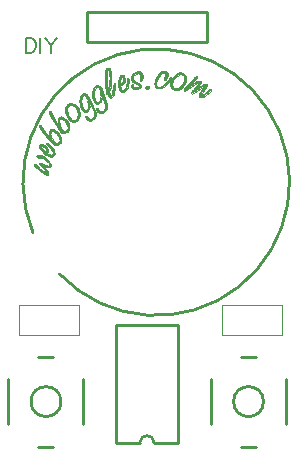
<source format=gbr>
G04 DipTrace 3.0.0.2*
G04 TopSilk.gbr*
%MOIN*%
G04 #@! TF.FileFunction,Legend,Top*
G04 #@! TF.Part,Single*
%ADD10C,0.009843*%
%ADD13C,0.003937*%
%ADD16C,0.000013*%
%ADD37C,0.00772*%
%FSLAX26Y26*%
G04*
G70*
G90*
G75*
G01*
G04 TopSilk*
%LPD*%
X551876Y1381156D2*
D16*
X559500Y1372977D1*
X562809Y1368583D1*
X565114Y1364440D1*
X566768Y1360119D1*
X567005Y1358761D1*
X567123Y1357511D1*
X567064Y1356475D1*
X566887Y1355547D1*
X566532Y1354797D1*
X566000Y1354118D1*
X565232Y1353582D1*
X564346Y1353118D1*
X563282Y1352761D1*
X562159Y1352618D1*
X560859Y1352725D1*
X559441Y1353047D1*
X556131Y1354404D1*
X550045Y1357940D1*
X520792Y1381263D1*
X520142Y1382084D1*
X519611Y1382870D1*
X519256Y1383620D1*
X519079Y1384442D1*
Y1385299D1*
X519256Y1386192D1*
X519552Y1386906D1*
X519965Y1387513D1*
X520497Y1388013D1*
X521147Y1388442D1*
X521856Y1388728D1*
X522565Y1388906D1*
X523274D1*
X523865Y1388799D1*
X524220Y1388692D1*
X524575Y1388549D1*
X524870Y1388370D1*
X525225Y1388120D1*
X540471Y1373191D1*
X557018Y1360369D1*
X558613Y1359511D1*
X559972Y1359011D1*
X560386Y1358904D1*
X560800Y1358833D1*
X561095Y1358869D1*
X561391Y1358904D1*
X561568Y1359011D1*
X561745Y1359190D1*
X561864Y1359404D1*
X561923Y1359654D1*
X562041Y1360047D1*
X561923Y1360583D1*
X561686Y1361226D1*
X560682Y1362976D1*
X556309Y1368512D1*
X537871Y1386549D1*
X537162Y1387585D1*
X536748Y1388513D1*
X536512Y1389406D1*
X536453Y1390263D1*
X536571Y1391121D1*
X536925Y1391871D1*
X537398Y1392406D1*
X538107Y1392728D1*
X538994Y1392835D1*
X540117Y1392763D1*
X541358Y1392513D1*
X560918Y1384406D1*
X563223Y1383942D1*
X567123Y1383620D1*
X567891Y1383691D1*
X568541Y1383834D1*
X569132Y1384049D1*
X569605Y1384334D1*
X569900Y1384692D1*
X570078Y1385084D1*
X570196Y1385727D1*
Y1386406D1*
X570019Y1387156D1*
X569723Y1387977D1*
X569250Y1388799D1*
X567950Y1390621D1*
X560504Y1398442D1*
X552113Y1405371D1*
X547740Y1408336D1*
X537753Y1408550D1*
X537575Y1408622D1*
X534798Y1409050D1*
X532080Y1409907D1*
X530780Y1410515D1*
X529775Y1411193D1*
X528948Y1411908D1*
X528298Y1412693D1*
X527825Y1413801D1*
X527588Y1414872D1*
X527707Y1415944D1*
X528179Y1417015D1*
X528948Y1417979D1*
X530011Y1418729D1*
X531371Y1419229D1*
X533084Y1419515D1*
X535389Y1419479D1*
X537694Y1419229D1*
X540057Y1418694D1*
X551463Y1415086D1*
X552467Y1414622D1*
X553117Y1414193D1*
X553590Y1413729D1*
X553945Y1413122D1*
X554240Y1412479D1*
X554536Y1411693D1*
X565527Y1401764D1*
X572442Y1392978D1*
X573505Y1391192D1*
X574214Y1389620D1*
X574983Y1387120D1*
X575160Y1384870D1*
X574864Y1382799D1*
X573978Y1380977D1*
X572678Y1379477D1*
X571023Y1378405D1*
X569014Y1377798D1*
X566650Y1377584D1*
X563400Y1377798D1*
X559618Y1378441D1*
X555659Y1379584D1*
X551876Y1381156D1*
X866144Y1697068D2*
X869039Y1697283D1*
X871699Y1697033D1*
X874122Y1696318D1*
X876308Y1695104D1*
X878140Y1693461D1*
X879617Y1691318D1*
X880740Y1688711D1*
X881449Y1685639D1*
X881686Y1683139D1*
X881508Y1677674D1*
X880327Y1671995D1*
X879440Y1669781D1*
X878436Y1668174D1*
X877135Y1667066D1*
X876722Y1666816D1*
X876249Y1666602D1*
X875776Y1666459D1*
X875303Y1666352D1*
X874831Y1666316D1*
X874417D1*
X874003Y1666388D1*
X873590Y1666531D1*
X872762Y1666888D1*
X872053Y1667352D1*
X871580Y1667995D1*
X871226Y1668745D1*
X871108Y1669602D1*
X871167Y1670638D1*
X871462Y1671817D1*
X872940Y1675888D1*
X874062Y1680710D1*
X874240Y1682853D1*
X874181Y1684746D1*
X873826Y1686425D1*
X873176Y1687854D1*
X872231Y1689068D1*
X870399Y1690175D1*
X867976Y1690675D1*
X865080Y1690532D1*
X861653Y1689746D1*
X858225Y1688425D1*
X855211Y1686711D1*
X852670Y1684568D1*
X850602Y1681996D1*
X849479Y1679889D1*
X848770Y1677817D1*
X848474Y1675781D1*
X848593Y1673745D1*
X849124Y1671817D1*
X850070Y1669960D1*
X851429Y1668209D1*
X853202Y1666566D1*
X853261Y1666459D1*
Y1666424D1*
X853143Y1666459D1*
X853025Y1666531D1*
X872644Y1655101D1*
X873885Y1654066D1*
X874890Y1653066D1*
X875658Y1652101D1*
X876249Y1651065D1*
X876663Y1649994D1*
X876958Y1648851D1*
X877017Y1647030D1*
X876544Y1645387D1*
X875658Y1643958D1*
X874240Y1642708D1*
X872408Y1641636D1*
X870162Y1640743D1*
X864607Y1639458D1*
X860175Y1638958D1*
X856157Y1638922D1*
X852611Y1639350D1*
X849479Y1640208D1*
X846879Y1641493D1*
X844870Y1643065D1*
X843569Y1644994D1*
X842860Y1647172D1*
X842801Y1648315D1*
X842919Y1649458D1*
X843274Y1650601D1*
X843865Y1651744D1*
X844574Y1652744D1*
X845401Y1653530D1*
X846288Y1654066D1*
X847292Y1654351D1*
X848120Y1654387D1*
X848829Y1654280D1*
X849420Y1653994D1*
X849834Y1653566D1*
X850188Y1652958D1*
X850247Y1652244D1*
X850070Y1651351D1*
X849361Y1649315D1*
X849243Y1648422D1*
X849361Y1647601D1*
X849715Y1646887D1*
X850365Y1646208D1*
X851252Y1645637D1*
X852316Y1645172D1*
X855448Y1644315D1*
X857516Y1644065D1*
X862539Y1644172D1*
X865139Y1644494D1*
X867207Y1644958D1*
X868803Y1645565D1*
X869867Y1646279D1*
X870280Y1646744D1*
X870517Y1647244D1*
X870576Y1647780D1*
X870399Y1648351D1*
X870044Y1648958D1*
X869512Y1649637D1*
X867739Y1651244D1*
X848947Y1661352D1*
X846288Y1663531D1*
X845283Y1664638D1*
X843629Y1667174D1*
X842979Y1668745D1*
X842447Y1670424D1*
X842092Y1672317D1*
X841974Y1674246D1*
X842092Y1676246D1*
X842447Y1678281D1*
X843097Y1680389D1*
X844101Y1682853D1*
X845520Y1685210D1*
X847233Y1687425D1*
X849361Y1689496D1*
X851784Y1691389D1*
X854443Y1693068D1*
X857339Y1694497D1*
X860471Y1695711D1*
X866144Y1697068D1*
X897819Y1649994D2*
X899237Y1649958D1*
X899828Y1649851D1*
X901010Y1649494D1*
X902074Y1649065D1*
X902546Y1648780D1*
X903019Y1648315D1*
X903433Y1647815D1*
X903787Y1647315D1*
X904024Y1646851D1*
X904142Y1646351D1*
X904201Y1645815D1*
Y1645315D1*
X904024Y1644815D1*
X903728Y1644279D1*
X902783Y1643101D1*
X901423Y1641851D1*
X899473Y1640351D1*
X898528Y1640029D1*
X897523Y1639779D1*
X896459Y1639636D1*
X895396D1*
X894332Y1639743D1*
X893387Y1639993D1*
X892559Y1640351D1*
X891909Y1640851D1*
X891318Y1641422D1*
X890845Y1642065D1*
X890550Y1642779D1*
X890373Y1643529D1*
X890432Y1644315D1*
X890609Y1645137D1*
X890964Y1645958D1*
X891436Y1646779D1*
X891968Y1647351D1*
X892618Y1647922D1*
X894096Y1648958D1*
X894982Y1649351D1*
X895869Y1649673D1*
X896814Y1649887D1*
X897819Y1649994D1*
X954314Y1699890D2*
X956973Y1699426D1*
X959396Y1698426D1*
X961464Y1696890D1*
X963296Y1694747D1*
X964714Y1692247D1*
X965601Y1689461D1*
X965955Y1686461D1*
X965778Y1683210D1*
X960518Y1672531D1*
X959337Y1670888D1*
X958332Y1669924D1*
X957268Y1669209D1*
X956264Y1668852D1*
X955259Y1668745D1*
X954432Y1668817D1*
X953723Y1669031D1*
X953132Y1669352D1*
X952600Y1669852D1*
X952186Y1670460D1*
X951891Y1671174D1*
X951772Y1671924D1*
Y1672745D1*
X951891Y1673960D1*
X957327Y1685032D1*
X957564Y1686568D1*
X957682Y1687996D1*
X957505Y1689318D1*
X957150Y1690568D1*
X956559Y1691604D1*
X955732Y1692390D1*
X954727Y1692890D1*
X953427Y1693104D1*
X950650Y1692604D1*
X947518Y1690854D1*
X944031Y1687854D1*
X936408Y1678853D1*
X933276Y1674103D1*
X930794Y1669388D1*
X928903Y1664745D1*
X927662Y1660816D1*
X927071Y1657280D1*
X927012Y1654137D1*
X927543Y1651387D1*
X928548Y1649137D1*
X930085Y1647458D1*
X931976Y1646422D1*
X934398Y1645958D1*
X937412Y1646065D1*
X940663Y1646815D1*
X944090Y1648208D1*
X947695Y1650208D1*
X951418Y1652780D1*
X958746Y1659602D1*
X972988Y1677246D1*
X973519Y1678139D1*
X973165Y1678103D1*
X973874Y1677996D1*
X974406Y1677817D1*
X974819Y1677531D1*
X975174Y1677174D1*
X975470Y1676710D1*
X975647Y1676174D1*
X975765Y1675567D1*
X975824Y1674888D1*
X975706Y1673960D1*
X975470Y1672960D1*
X974583Y1670745D1*
X971333Y1665138D1*
X967255Y1659602D1*
X962823Y1654673D1*
X958155Y1650351D1*
X953191Y1646672D1*
X948109Y1643744D1*
X943322Y1641743D1*
X938712Y1640636D1*
X934339Y1640422D1*
X930262Y1641208D1*
X926893Y1642815D1*
X924234Y1645279D1*
X922284Y1648601D1*
X921102Y1652637D1*
X920925Y1657244D1*
X921634Y1662459D1*
X923289Y1668281D1*
X925712Y1674388D1*
X928725Y1680139D1*
X932330Y1685532D1*
X936526Y1690639D1*
X941017Y1694890D1*
X945449Y1697854D1*
X949881Y1699533D1*
X954314Y1699890D1*
X1062398Y1681532D2*
X1062989Y1681210D1*
X1063462Y1680710D1*
X1063876Y1680103D1*
X1064171Y1679353D1*
X1064289Y1678496D1*
X1064230Y1677567D1*
X1064053Y1676567D1*
X1063698Y1675531D1*
X1062812Y1674246D1*
X1038583Y1650351D1*
X1062044Y1664281D1*
X1064289Y1665209D1*
X1066358Y1665781D1*
X1068190Y1666138D1*
X1069903Y1666209D1*
X1071499Y1666066D1*
X1073035Y1665674D1*
X1073922Y1665209D1*
X1074690Y1664531D1*
X1075222Y1663673D1*
X1075636Y1662673D1*
X1075813Y1661530D1*
Y1660316D1*
X1075576Y1659030D1*
X1075104Y1657673D1*
X1073508Y1654601D1*
X1063639Y1641636D1*
X1086273Y1654637D1*
X1088696Y1655351D1*
X1090823Y1655673D1*
X1092655Y1655637D1*
X1094310Y1655244D1*
X1095432Y1654673D1*
X1096260Y1653923D1*
X1096732Y1653066D1*
X1096969Y1652066D1*
X1096910Y1650887D1*
X1096437Y1649494D1*
X1095669Y1647958D1*
X1077763Y1623671D1*
X1075754Y1619206D1*
X1075636Y1618885D1*
Y1618563D1*
Y1618242D1*
X1075695Y1617885D1*
X1075813Y1617563D1*
X1075931Y1617242D1*
X1076167Y1616920D1*
X1076522Y1616456D1*
X1076995Y1616170D1*
X1077468Y1616063D1*
X1078058Y1616099D1*
X1078709Y1616313D1*
X1079536Y1616706D1*
X1104533Y1637243D1*
X1105242Y1637565D1*
X1105833Y1637779D1*
X1106483Y1637886D1*
X1107133D1*
X1107842Y1637779D1*
X1108611Y1637600D1*
X1109320Y1637136D1*
X1109792Y1636565D1*
X1110029Y1635922D1*
Y1635136D1*
X1109792Y1634350D1*
X1109320Y1633529D1*
X1108670Y1632671D1*
X1088164Y1616170D1*
X1084086Y1613492D1*
X1080068Y1611527D1*
X1078236Y1610920D1*
X1076522Y1610563D1*
X1074986Y1610456D1*
X1073567Y1610527D1*
X1072326Y1610813D1*
X1071026Y1611527D1*
X1070022Y1612527D1*
X1069194Y1613813D1*
X1068721Y1615385D1*
X1068485Y1617170D1*
X1068544Y1619099D1*
X1068958Y1621135D1*
X1070140Y1624314D1*
X1071322Y1626564D1*
X1085091Y1644458D1*
X1085623Y1645458D1*
X1085859Y1645994D1*
Y1646065D1*
Y1646137D1*
X1085800Y1646208D1*
X1085327Y1646601D1*
X1085209Y1646708D1*
X1084500Y1646672D1*
X1083200Y1646244D1*
X1045497Y1623171D1*
X1045202D1*
X1045083Y1623207D1*
X1044965Y1623242D1*
X1044493Y1623528D1*
X1044138Y1623992D1*
X1043842Y1624635D1*
X1043665Y1625457D1*
Y1626385D1*
X1043724Y1627350D1*
X1043961Y1628350D1*
X1044670Y1630278D1*
X1064939Y1653566D1*
X1066121Y1655280D1*
X1066890Y1656744D1*
X1067067Y1657137D1*
X1067126Y1657459D1*
X1067185Y1657780D1*
X1067126Y1658066D1*
X1067067Y1658280D1*
X1066890Y1658495D1*
X1066712Y1658673D1*
X1066476Y1658780D1*
X1066003Y1658923D1*
X1065412Y1658959D1*
X1064703Y1658887D1*
X1063107Y1658423D1*
X1056607Y1655244D1*
X1042483Y1646565D1*
X1023868Y1632279D1*
X1022864Y1631743D1*
X1022332Y1631671D1*
X1021800Y1631636D1*
X1021268Y1631707D1*
X1020795Y1631886D1*
X1020264Y1632207D1*
X1019791Y1632671D1*
X1019436Y1633314D1*
X1019200Y1634100D1*
X1019082Y1634957D1*
Y1635922D1*
X1019318Y1636922D1*
X1019673Y1637958D1*
X1021032Y1640601D1*
X1023218Y1643708D1*
X1047506Y1668709D1*
X1047625Y1668781D1*
X1047743Y1668852D1*
X1048629Y1669888D1*
X1052057Y1676317D1*
X1053179Y1677746D1*
X1054066Y1678567D1*
X1055130Y1679353D1*
X1057789Y1680817D1*
X1059207Y1681389D1*
X1060448Y1681675D1*
X1061453Y1681746D1*
X1062398Y1681532D1*
X587274Y1429302D2*
X585147Y1435195D1*
X581483Y1441767D1*
X577051Y1448088D1*
X572737Y1453089D1*
X568482Y1456803D1*
X564346Y1459232D1*
X563636Y1459518D1*
X562927Y1459661D1*
X562218Y1459696D1*
X561568Y1459661D1*
X560977Y1459482D1*
X560504Y1459232D1*
X560150Y1458911D1*
X559913Y1458482D1*
X559736Y1457875D1*
X559677Y1457268D1*
X559795Y1456625D1*
X560091Y1455946D1*
X560563Y1455267D1*
X561273Y1454482D1*
X567418Y1449696D1*
X571023Y1446053D1*
X574333Y1441909D1*
X577406Y1437231D1*
X579828Y1432623D1*
X581247Y1428659D1*
X581719Y1425373D1*
X581188Y1422694D1*
X580183Y1421122D1*
X578647Y1420122D1*
X576637Y1419658D1*
X574155Y1419765D1*
X571378Y1420372D1*
X568541Y1421480D1*
X565587Y1423051D1*
X562514Y1425123D1*
X562868Y1425730D1*
X557490Y1429266D1*
X557254Y1428980D1*
X554477Y1431266D1*
X549335Y1436266D1*
X545021Y1441695D1*
X543780Y1443910D1*
X543249Y1445731D1*
X543426Y1447124D1*
X543721Y1447481D1*
X544076Y1447767D1*
X544549Y1447981D1*
X545081Y1448160D1*
X545671Y1448231D1*
X546322Y1448196D1*
X547031Y1448053D1*
X547799Y1447767D1*
X550931Y1446124D1*
X553649Y1444124D1*
X556013Y1441695D1*
X558022Y1438838D1*
X559322Y1435945D1*
X559677Y1433337D1*
X559263Y1431980D1*
X559736Y1430944D1*
X564227Y1428051D1*
X564582Y1428659D1*
X565468Y1432445D1*
X565114Y1436481D1*
X563577Y1440767D1*
X561095Y1444874D1*
X557963Y1448446D1*
X554122Y1451481D1*
X549572Y1453946D1*
X547503Y1454625D1*
X545494Y1454982D1*
X543721D1*
X542008Y1454625D1*
X540530Y1453982D1*
X539289Y1453124D1*
X538226Y1452089D1*
X537457Y1450839D1*
X537103Y1449874D1*
X536866Y1448910D1*
X536748Y1447946D1*
Y1446945D1*
X536985Y1444874D1*
X537575Y1442695D1*
X539230Y1439088D1*
X541594Y1435338D1*
X548508Y1427409D1*
X557077Y1420265D1*
X561568Y1417444D1*
X566237Y1415122D1*
X569900Y1413765D1*
X573269Y1412979D1*
X576342Y1412729D1*
X579119Y1413015D1*
X581601Y1413872D1*
X583729Y1415265D1*
X585442Y1417194D1*
X586802Y1419658D1*
X587806Y1424123D1*
X587274Y1429302D1*
X609376Y1476340D2*
X606480Y1482769D1*
X602580Y1489055D1*
X598325Y1494448D1*
X593538Y1498913D1*
X588397Y1502520D1*
X585561Y1503949D1*
X582842Y1504878D1*
X580242Y1505306D1*
X577760Y1505235D1*
X575396Y1504699D1*
X573387Y1503663D1*
X571673Y1502163D1*
X570255Y1500235D1*
X569369Y1498234D1*
X568778Y1495877D1*
X568600Y1493163D1*
X568719Y1490127D1*
X569841Y1483483D1*
X572087Y1476447D1*
X559913Y1490984D1*
X543485Y1515986D1*
X541771Y1517557D1*
X541062Y1517914D1*
X540353Y1518129D1*
X539644Y1518200D1*
X538935Y1518164D1*
X538226Y1517986D1*
X537635Y1517700D1*
X537162Y1517307D1*
X536807Y1516807D1*
X536571Y1516164D1*
X536453Y1515450D1*
Y1514664D1*
X536571Y1513843D1*
X536807Y1512878D1*
X537694Y1510699D1*
X549217Y1493556D1*
X581660Y1455660D1*
X586211Y1451589D1*
X587688Y1450696D1*
X588397Y1450446D1*
X589225Y1450303D1*
X590052D1*
X591056Y1450481D1*
X592534Y1450981D1*
X588574Y1459875D1*
X585620Y1463625D1*
X579297Y1474090D1*
X576874Y1479590D1*
X575219Y1484805D1*
X574392Y1489234D1*
X574510Y1492877D1*
X575574Y1495770D1*
X576696Y1497163D1*
X578115Y1497984D1*
X579888Y1498234D1*
X581897Y1497913D1*
X584201Y1496984D1*
X586743Y1495484D1*
X589461Y1493341D1*
X592357Y1490627D1*
X598916Y1483055D1*
X601280Y1479376D1*
X603112Y1475733D1*
X604294Y1472340D1*
X604707Y1469268D1*
X604471Y1466518D1*
X603526Y1464089D1*
X602639Y1462911D1*
X601398Y1461804D1*
X599862Y1460875D1*
X598030Y1460018D1*
X595961Y1459339D1*
X593893Y1458875D1*
X592416Y1458732D1*
X595311Y1452089D1*
X604294Y1456196D1*
X605594Y1457053D1*
X606539Y1457875D1*
X607367Y1458768D1*
X608135Y1459732D1*
X608844Y1460803D1*
X610558Y1465375D1*
X610735Y1470554D1*
X609376Y1476340D1*
X636678Y1514450D2*
X634669Y1521164D1*
X631596Y1527879D1*
X628050Y1533772D1*
X623913Y1538844D1*
X619245Y1543059D1*
X616645Y1544845D1*
X614044Y1546130D1*
X611503Y1546880D1*
X609021Y1547130D1*
X606658Y1546880D1*
X604530Y1546130D1*
X602639Y1544880D1*
X600984Y1543094D1*
X599803Y1541237D1*
X598975Y1538987D1*
X598384Y1536344D1*
X598148Y1533308D1*
X598384Y1526558D1*
X599743Y1519307D1*
X589520Y1535272D1*
X576401Y1562203D1*
X574924Y1563953D1*
X574273Y1564381D1*
X573623Y1564667D1*
X572914Y1564846D1*
X572205Y1564917D1*
X571496Y1564810D1*
X570846Y1564631D1*
X570314Y1564274D1*
X569900Y1563846D1*
X569605Y1563239D1*
X569428Y1562560D1*
X569310Y1561774D1*
Y1560917D1*
X569369Y1559953D1*
X570019Y1557702D1*
X579237Y1539201D1*
X606598Y1497449D1*
X610617Y1492841D1*
X611917Y1491770D1*
X612626Y1491413D1*
X613394Y1491163D1*
X614222Y1491091D1*
X615226Y1491127D1*
X617117Y1491484D1*
X614399Y1500127D1*
X611562Y1504842D1*
X606598Y1516057D1*
X604944Y1521807D1*
X603880Y1527201D1*
X603703Y1531665D1*
X604235Y1535272D1*
X605653Y1538023D1*
X606953Y1539273D1*
X608489Y1539916D1*
X610262D1*
X612272Y1539344D1*
X614399Y1538130D1*
X616704Y1536308D1*
X619127Y1533844D1*
X621668Y1530772D1*
X627164Y1522415D1*
X629114Y1518450D1*
X630414Y1514628D1*
X631123Y1511092D1*
X631182Y1507985D1*
X630591Y1505306D1*
X629350Y1503020D1*
X628286Y1501949D1*
X626927Y1501056D1*
X625272Y1500270D1*
X623381Y1499663D1*
X621254Y1499270D1*
X619127Y1499092D1*
X617827Y1499127D1*
X620013Y1492270D1*
X629114Y1495091D1*
X630532Y1495806D1*
X631537Y1496449D1*
X632482Y1497234D1*
X633368Y1498127D1*
X634196Y1499092D1*
X636441Y1503413D1*
X637328Y1508521D1*
X636678Y1514450D1*
X670480Y1564381D2*
X668175Y1571096D1*
X664630Y1577347D1*
X659843Y1583061D1*
X655293Y1587097D1*
X650742Y1589883D1*
X646192Y1591455D1*
X641642Y1591776D1*
X637328Y1591026D1*
X633487Y1589347D1*
X630059Y1586776D1*
X624268Y1579954D1*
X623204Y1576561D1*
X630768Y1574918D1*
X631418Y1577275D1*
X632009Y1578597D1*
X632837Y1579882D1*
X633782Y1581133D1*
X634964Y1582347D1*
X636796Y1583811D1*
X638923Y1584704D1*
X641287Y1585061D1*
X643887Y1584847D1*
X646606Y1584061D1*
X649383Y1582704D1*
X652161Y1580775D1*
X654997Y1578275D1*
X658898Y1573632D1*
X661852Y1568560D1*
X663802Y1563024D1*
X664866Y1557095D1*
X664925Y1551273D1*
X664039Y1546202D1*
X662148Y1541844D1*
X659252Y1538166D1*
X657361Y1536665D1*
X655411Y1535630D1*
X653343Y1535165D1*
X651156D1*
X648851Y1535701D1*
X646606Y1536737D1*
X644360Y1538308D1*
X642055Y1540380D1*
X638864Y1544094D1*
X636087Y1548380D1*
X633723Y1553202D1*
X631832Y1558560D1*
X630473Y1563953D1*
X630000Y1568846D1*
X630118Y1570739D1*
X629468Y1572489D1*
X622731Y1573953D1*
X622613Y1569060D1*
X623854Y1561488D1*
X626041Y1553702D1*
X628936Y1546845D1*
X632423Y1540951D1*
X636560Y1536023D1*
X639987Y1532951D1*
X643474Y1530629D1*
X646960Y1529129D1*
X650506Y1528343D1*
X653993Y1528415D1*
X657302Y1529272D1*
X660493Y1530951D1*
X663507Y1533415D1*
X667407Y1538237D1*
X670007Y1543773D1*
X671426Y1550095D1*
X671544Y1557167D1*
X670480Y1564381D1*
X724907Y1560560D2*
X723547Y1566024D1*
X706292Y1604884D1*
X702687Y1609956D1*
X700264Y1614349D1*
X697605Y1617956D1*
X694768Y1620742D1*
X691636Y1622742D1*
X688445Y1623885D1*
X685254Y1624028D1*
X682181Y1623242D1*
X679108Y1621456D1*
X675267Y1617528D1*
X672608Y1612242D1*
X671130Y1605634D1*
X670776Y1597705D1*
X671544Y1589490D1*
X673376Y1581954D1*
X676212Y1575132D1*
X680054Y1569025D1*
X682063Y1566703D1*
X684072Y1564846D1*
X686259Y1563489D1*
X688504Y1562560D1*
X690809Y1562167D1*
X692995Y1562346D1*
X695182Y1563060D1*
X697309Y1564346D1*
X699259Y1566060D1*
X700914Y1568239D1*
X702332Y1570846D1*
X703573Y1573882D1*
X704519Y1577275D1*
X705110Y1580597D1*
X704342Y1584883D1*
X697132Y1598384D1*
X699023Y1593776D1*
X699673Y1591026D1*
X700028Y1587954D1*
Y1584561D1*
X699437Y1578097D1*
X698787Y1575346D1*
X697959Y1572953D1*
X696777Y1570739D1*
X695359Y1569132D1*
X693823Y1568132D1*
X692050Y1567739D1*
X690218Y1567953D1*
X688504Y1568703D1*
X686790Y1570025D1*
X685136Y1571918D1*
X682240Y1576739D1*
X679994Y1582383D1*
X678458Y1588847D1*
X677631Y1596133D1*
Y1603170D1*
X678399Y1608777D1*
X680054Y1613027D1*
X682536Y1615885D1*
X683954Y1616706D1*
X685313Y1617206D1*
X686613Y1617385D1*
X687854Y1617242D1*
X689095Y1616778D1*
X690336Y1615956D1*
X691518Y1614849D1*
X692759Y1613385D1*
X696955Y1605813D1*
X696600Y1605063D1*
X698255Y1602705D1*
X706469Y1587240D1*
X715097Y1571632D1*
X717933Y1564417D1*
X719470Y1558167D1*
X719706Y1552774D1*
X718879Y1548130D1*
X716870Y1544166D1*
X713679Y1540916D1*
X711906Y1539808D1*
X710133Y1539094D1*
X708301Y1538737D1*
X706410D1*
X704519Y1539058D1*
X702864Y1539630D1*
X701269Y1540451D1*
X699909Y1541487D1*
X699023Y1542273D1*
X698373Y1543059D1*
X697841Y1543916D1*
X696186Y1547202D1*
X695182Y1548809D1*
X694768Y1549202D1*
X694355Y1549488D1*
X693882Y1549595D1*
X693291D1*
X692759Y1549488D1*
X692168Y1549309D1*
X691636Y1549023D1*
X691104Y1548666D1*
X690572Y1548095D1*
X690277Y1547345D1*
X690218Y1546380D1*
X690395Y1545237D1*
X690809Y1543952D1*
X691400Y1542559D1*
X693291Y1539451D1*
X695773Y1536773D1*
X698491Y1534808D1*
X701446Y1533522D1*
X704637Y1532987D1*
X707887Y1533094D1*
X711078Y1533808D1*
X714151Y1535094D1*
X717165Y1537023D1*
X719056Y1538594D1*
X720652Y1540451D1*
X722129Y1542523D1*
X723311Y1544880D1*
X724316Y1547380D1*
X724966Y1550023D1*
X725379Y1552809D1*
X725498Y1555702D1*
X724907Y1560560D1*
X761664Y1589062D2*
X749549Y1629814D1*
X746595Y1635314D1*
X744763Y1639993D1*
X742576Y1643886D1*
X740094Y1647030D1*
X737258Y1649423D1*
X734185Y1650958D1*
X731112Y1651494D1*
X727921Y1651101D1*
X724670Y1649744D1*
X720356Y1646315D1*
X717047Y1641422D1*
X714742Y1635064D1*
X713383Y1627243D1*
X713088Y1618992D1*
X713915Y1611277D1*
X715865Y1604170D1*
X718938Y1597598D1*
X720593Y1595062D1*
X722425Y1592955D1*
X724375Y1591312D1*
X726502Y1590133D1*
X728689Y1589419D1*
X730934Y1589312D1*
X733180Y1589740D1*
X735426Y1590740D1*
X737553Y1592240D1*
X739503Y1594169D1*
X741276Y1596562D1*
X742872Y1599419D1*
X744231Y1602670D1*
X745354Y1606206D1*
X745590Y1607777D1*
X739149Y1626278D1*
Y1626242D1*
X740921Y1619742D1*
X741158Y1616920D1*
X741099Y1613813D1*
X740744Y1610456D1*
X739267Y1604134D1*
X738321Y1601491D1*
X737198Y1599205D1*
X735721Y1597169D1*
X734125Y1595741D1*
X732471Y1594955D1*
X730698Y1594812D1*
X728866Y1595241D1*
X727270Y1596205D1*
X725734Y1597741D1*
X724375Y1599812D1*
X722070Y1604991D1*
X720534Y1610849D1*
X719884Y1617456D1*
X720002Y1624814D1*
X720829Y1631779D1*
X722366Y1637243D1*
X724552Y1641243D1*
X727389Y1643779D1*
X728866Y1644386D1*
X730284Y1644708D1*
X731584Y1644744D1*
X732825Y1644422D1*
X733948Y1643815D1*
X735071Y1642851D1*
X736135Y1641565D1*
X737139Y1639958D1*
X738499Y1636636D1*
X738676Y1636707D1*
X740271Y1632136D1*
X740330Y1631957D1*
X746654Y1613885D1*
Y1614206D1*
X754041Y1595705D1*
X755932Y1588169D1*
X756641Y1581811D1*
X756227Y1576418D1*
X754750Y1571918D1*
X752268Y1568239D1*
X748722Y1565453D1*
X746831Y1564560D1*
X744940Y1564060D1*
X743049Y1563953D1*
X741158Y1564203D1*
X739385Y1564739D1*
X737789Y1565524D1*
X736371Y1566524D1*
X735071Y1567775D1*
X734362Y1568632D1*
X733771Y1569525D1*
X731348Y1575632D1*
X730993Y1576061D1*
X730580Y1576382D1*
X730107Y1576561D1*
X729575Y1576632D1*
X728984Y1576597D1*
X728452Y1576489D1*
X727861Y1576275D1*
X727270Y1575989D1*
X726680Y1575489D1*
X726325Y1574775D1*
X726148Y1573846D1*
Y1572703D1*
X726384Y1571382D1*
X726798Y1569918D1*
X728275Y1566596D1*
X730403Y1563596D1*
X732825Y1561310D1*
X735603Y1559667D1*
X738676Y1558738D1*
X741926Y1558417D1*
X745176Y1558703D1*
X748426Y1559595D1*
X751618Y1561131D1*
X753686Y1562453D1*
X755577Y1564060D1*
X757232Y1565953D1*
X758768Y1568132D1*
X760068Y1570489D1*
X761073Y1573025D1*
X761782Y1575739D1*
X762255Y1578597D1*
X762314Y1583490D1*
X761664Y1589062D1*
X789970Y1655101D2*
X789616Y1656244D1*
X789143Y1657209D1*
X788552Y1657887D1*
X787902Y1658280D1*
X787252Y1658387D1*
X786484Y1658245D1*
X785952Y1657959D1*
X785479Y1657566D1*
X785065Y1657066D1*
X784770Y1656494D1*
X784534Y1655816D1*
X784415Y1654994D1*
X783824Y1644244D1*
X780988Y1626921D1*
X778920Y1620956D1*
X777679Y1618742D1*
X776378Y1617492D1*
X775137Y1617170D1*
X773778Y1617849D1*
X772478Y1619313D1*
X771237Y1621528D1*
X768992Y1628028D1*
X769523Y1629421D1*
X766510Y1634636D1*
X765978Y1636707D1*
X765919Y1636315D1*
X765091Y1640243D1*
X763437Y1646744D1*
X763732Y1646851D1*
X762905Y1650744D1*
X761309Y1674531D1*
X762137Y1693068D1*
X763259Y1698711D1*
X763968Y1700640D1*
X764796Y1701962D1*
X765741Y1702676D1*
X766096Y1702747D1*
X766450Y1702640D1*
X766864Y1702390D1*
X767278Y1701962D1*
X768105Y1700926D1*
X768873Y1699711D1*
X770173Y1695140D1*
X771060Y1688996D1*
X771355Y1672067D1*
X769642Y1653137D1*
X767455Y1643208D1*
X769464Y1635386D1*
X770823Y1632814D1*
X771651Y1634922D1*
X775433Y1649815D1*
X777442Y1665816D1*
X777679Y1681210D1*
X776260Y1694711D1*
X774310Y1702033D1*
X772774Y1705497D1*
X771769Y1706998D1*
X770705Y1708176D1*
X769464Y1709069D1*
X768105Y1709605D1*
X766628Y1709783D1*
X765032Y1709605D1*
X763318Y1709033D1*
X762196Y1708319D1*
X761191Y1707462D1*
X760245Y1706390D1*
X759300Y1705033D1*
X757704Y1701604D1*
X756404Y1697104D1*
X754809Y1685032D1*
X754691Y1669924D1*
X756109Y1652958D1*
X760777Y1628243D1*
X760541Y1627635D1*
X760423Y1627028D1*
X760364Y1626385D1*
Y1625707D1*
X760600Y1624350D1*
X761014Y1623028D1*
X761250Y1622564D1*
X761486Y1622207D1*
X761723Y1621885D1*
X762077Y1621635D1*
X762373Y1621456D1*
X762787Y1621314D1*
X763259Y1621206D1*
X763791Y1621171D1*
X765032Y1617992D1*
X766450Y1615349D1*
X767928Y1613242D1*
X769583Y1611634D1*
X771296Y1610563D1*
X773010Y1609991D1*
X774606Y1609884D1*
X776260Y1610313D1*
X777619Y1611027D1*
X778979Y1612027D1*
X780279Y1613349D1*
X781579Y1614920D1*
X782761Y1616778D1*
X784829Y1621278D1*
X786484Y1626600D1*
X789084Y1640815D1*
X790148Y1653673D1*
X789970Y1655101D1*
X834410Y1670817D2*
X834173Y1671531D1*
X833878Y1672174D1*
X833464Y1672710D1*
X832991Y1673174D1*
X832519Y1673531D1*
X832046Y1673745D1*
X831514Y1673817D1*
X831041Y1673781D1*
X830450Y1673531D1*
X829919Y1673174D1*
X829505Y1672674D1*
X829209Y1672031D1*
X828973Y1671245D1*
X828796Y1670174D1*
X828973Y1662352D1*
X828382Y1657316D1*
X827259Y1652101D1*
X825545Y1646815D1*
X823536Y1641993D1*
X821350Y1638386D1*
X819104Y1635957D1*
X816681Y1634672D1*
X814790Y1634493D1*
X813076Y1635029D1*
X811422Y1636315D1*
X809944Y1638279D1*
X808703Y1640851D1*
X807758Y1643744D1*
X807108Y1647065D1*
X806753Y1650708D1*
X807640Y1650851D1*
X806635Y1657244D1*
X806458D1*
Y1658495D1*
X806221Y1660066D1*
X806458Y1660387D1*
Y1660852D1*
X807167Y1667995D1*
X808644Y1674710D1*
X809590Y1677067D1*
X810654Y1678639D1*
X811835Y1679389D1*
X812308D1*
X812722Y1679282D1*
X813195Y1679067D1*
X813667Y1678782D1*
X814140Y1678353D1*
X814495Y1677817D1*
X814849Y1677174D1*
X815086Y1676389D1*
X815795Y1672960D1*
X815913Y1669567D1*
X815558Y1666209D1*
X814613Y1662852D1*
X813195Y1659995D1*
X811363Y1658102D1*
X809531Y1657352D1*
X810417Y1651280D1*
X810831Y1651351D1*
X814317Y1653066D1*
X817272Y1655851D1*
X819636Y1659745D1*
X821232Y1664245D1*
X822059Y1668959D1*
X821941Y1673853D1*
X820995Y1678924D1*
X820227Y1680996D1*
X819281Y1682710D1*
X818100Y1684139D1*
X816799Y1685210D1*
X815322Y1685961D1*
X813904Y1686425D1*
X812426Y1686532D1*
X810949Y1686353D1*
X810003Y1686032D1*
X809117Y1685603D1*
X808290Y1685103D1*
X807521Y1684496D1*
X806044Y1682996D1*
X804744Y1681175D1*
X802971Y1677603D1*
X801553Y1673388D1*
X799721Y1663031D1*
X799603Y1651851D1*
X800253Y1646601D1*
X801376Y1641529D1*
X802617Y1637850D1*
X804094Y1634707D1*
X805867Y1632171D1*
X807876Y1630171D1*
X810063Y1628778D1*
X812485Y1628028D1*
X815086Y1627885D1*
X817863Y1628385D1*
X821941Y1630421D1*
X825605Y1634136D1*
X828855Y1639458D1*
X831691Y1646494D1*
X833760Y1653887D1*
X834942Y1660387D1*
X835178Y1666031D1*
X834410Y1670817D1*
X1027059Y1677853D2*
X1025878Y1682532D1*
X1023632Y1686496D1*
X1020618Y1689675D1*
X1017132Y1691961D1*
X1013113Y1693354D1*
X1005076Y1694354D1*
X1006081Y1687032D1*
X1007322Y1687246D1*
X1008858Y1687282D1*
X1010454Y1687175D1*
X1012108Y1686889D1*
X1014354Y1686139D1*
X1016245Y1684853D1*
X1017841Y1683067D1*
X1019082Y1680782D1*
X1019968Y1678103D1*
X1020323Y1675031D1*
X1020264Y1671638D1*
X1019732Y1667924D1*
X1018018Y1662102D1*
X1015359Y1656852D1*
X1011872Y1652137D1*
X1007499Y1647994D1*
X1002712Y1644744D1*
X997926Y1642708D1*
X993257Y1641851D1*
X988648Y1642243D1*
X986343Y1642958D1*
X984393Y1644065D1*
X982856Y1645529D1*
X981675Y1647351D1*
X980847Y1649530D1*
X980493Y1651994D1*
Y1654744D1*
X980965Y1657816D1*
X982325Y1662530D1*
X984393Y1667209D1*
X987111Y1671817D1*
X990480Y1676389D1*
X994262Y1680460D1*
X998103Y1683568D1*
X1002003Y1685782D1*
X1003835Y1686353D1*
X1002831Y1694068D1*
X999403Y1693104D1*
X994203Y1689854D1*
X988589Y1684639D1*
X983270Y1678496D1*
X979133Y1672317D1*
X976179Y1666138D1*
X974347Y1659959D1*
X973638Y1655423D1*
Y1651244D1*
X974288Y1647494D1*
X975647Y1644136D1*
X977597Y1641243D1*
X980138Y1638958D1*
X983270Y1637207D1*
X986993Y1636065D1*
X993139Y1635493D1*
X999226Y1636350D1*
X1005313Y1638672D1*
X1011281Y1642458D1*
X1016718Y1647315D1*
X1021032Y1652958D1*
X1024282Y1659352D1*
X1026409Y1666495D1*
X1027237Y1672531D1*
X1027059Y1677853D1*
G36*
X519079Y1384442D2*
Y1385299D1*
D1*
D1*
Y1384442D1*
G37*
G36*
D2*
Y1385299D1*
X519256Y1383656D1*
D1*
X519079Y1384442D1*
G37*
G36*
X519256Y1383656D2*
X519079Y1385299D1*
X519256Y1386192D1*
D1*
Y1383656D1*
G37*
G36*
D2*
Y1386192D1*
Y1383620D1*
D1*
G37*
G36*
D2*
Y1386192D1*
D1*
D1*
Y1383620D1*
G37*
G36*
D2*
Y1386192D1*
X519552Y1383013D1*
D1*
X519256Y1383620D1*
G37*
G36*
X519552Y1383013D2*
X519256Y1386192D1*
X519552Y1386906D1*
D1*
Y1383013D1*
G37*
G36*
D2*
Y1386906D1*
X519611Y1382870D1*
D1*
X519552Y1383013D1*
G37*
G36*
X519611Y1382870D2*
X519552Y1386906D1*
X519611Y1387013D1*
D1*
Y1382870D1*
G37*
G36*
D2*
Y1387013D1*
X519965Y1382334D1*
D1*
X519611Y1382870D1*
G37*
G36*
X519965Y1382334D2*
X519611Y1387013D1*
X519965Y1387513D1*
D1*
Y1382334D1*
G37*
G36*
D2*
Y1387513D1*
X520142Y1382084D1*
D1*
X519965Y1382334D1*
G37*
G36*
X520142Y1382084D2*
X519965Y1387513D1*
X520142Y1387692D1*
D1*
Y1382084D1*
G37*
G36*
D2*
Y1387692D1*
X520497Y1381656D1*
D1*
X520142Y1382084D1*
G37*
G36*
X520497Y1381656D2*
X520142Y1387692D1*
X520497Y1388013D1*
D1*
Y1381656D1*
G37*
G36*
D2*
Y1388013D1*
X520792Y1381263D1*
D1*
X520497Y1381656D1*
G37*
G36*
X520792Y1381263D2*
X520497Y1388013D1*
X520792Y1388227D1*
D1*
Y1381263D1*
G37*
G36*
D2*
Y1388227D1*
X521147Y1380977D1*
D1*
X520792Y1381263D1*
G37*
G36*
X521147Y1380977D2*
X520792Y1388227D1*
X521147Y1388442D1*
D1*
Y1380977D1*
G37*
G36*
D2*
Y1388442D1*
X521856Y1380406D1*
D1*
X521147Y1380977D1*
G37*
G36*
X521856Y1380406D2*
X521147Y1388442D1*
X521856Y1388728D1*
D1*
Y1380406D1*
G37*
G36*
D2*
Y1388728D1*
X522565Y1379834D1*
D1*
X521856Y1380406D1*
G37*
G36*
X522565Y1379834D2*
X521856Y1388728D1*
X522565Y1388906D1*
D1*
Y1379834D1*
G37*
G36*
D2*
Y1388906D1*
X523274Y1379298D1*
D1*
X522565Y1379834D1*
G37*
G36*
X523274Y1379298D2*
X522565Y1388906D1*
X523274D1*
D1*
Y1379298D1*
G37*
G36*
D2*
Y1388906D1*
X523865Y1378798D1*
D1*
X523274Y1379298D1*
G37*
G36*
X523865Y1378798D2*
X523274Y1388906D1*
X523865Y1388799D1*
D1*
Y1378798D1*
G37*
G36*
D2*
Y1388799D1*
X524220Y1378513D1*
D1*
X523865Y1378798D1*
G37*
G36*
X524220Y1378513D2*
X523865Y1388799D1*
X524220Y1388692D1*
D1*
Y1378513D1*
G37*
G36*
D2*
Y1388692D1*
X524575Y1378263D1*
D1*
X524220Y1378513D1*
G37*
G36*
X524575Y1378263D2*
X524220Y1388692D1*
X524575Y1388549D1*
D1*
Y1378263D1*
G37*
G36*
D2*
Y1388549D1*
X524870Y1378013D1*
D1*
X524575Y1378263D1*
G37*
G36*
X524870Y1378013D2*
X524575Y1388549D1*
X524870Y1388370D1*
D1*
Y1378013D1*
G37*
G36*
D2*
Y1388370D1*
X525225Y1377763D1*
D1*
X524870Y1378013D1*
G37*
G36*
X525225Y1377763D2*
X524870Y1388370D1*
X525225Y1388120D1*
D1*
Y1377763D1*
G37*
G36*
D2*
Y1388120D1*
X527588Y1375834D1*
D1*
X525225Y1377763D1*
G37*
G36*
X527588Y1375834D2*
X525225Y1388120D1*
X527588Y1385799D1*
D1*
Y1375834D1*
G37*
G36*
D2*
Y1385799D1*
X527707Y1375727D1*
D1*
X527588Y1375834D1*
G37*
G36*
X527707Y1375727D2*
X527588Y1385799D1*
X527707Y1385656D1*
D1*
Y1375727D1*
G37*
G36*
Y1414193D2*
X527588Y1414872D1*
X527707Y1415944D1*
D1*
Y1414193D1*
G37*
G36*
Y1375727D2*
Y1385656D1*
X527825Y1375691D1*
D1*
X527707Y1375727D1*
G37*
G36*
X527825Y1375691D2*
X527707Y1385656D1*
X527825Y1385584D1*
D1*
Y1375691D1*
G37*
G36*
X527707Y1414193D2*
Y1415944D1*
X527825Y1413801D1*
D1*
X527707Y1414193D1*
G37*
G36*
X527825Y1413801D2*
X527707Y1415944D1*
X527825Y1416122D1*
D1*
Y1413801D1*
G37*
G36*
Y1375691D2*
Y1385584D1*
X528179Y1375405D1*
D1*
X527825Y1375691D1*
G37*
G36*
X528179Y1375405D2*
X527825Y1385584D1*
X528179Y1385227D1*
D1*
Y1375405D1*
G37*
G36*
X527825Y1413801D2*
Y1416122D1*
X528179Y1413015D1*
D1*
X527825Y1413801D1*
G37*
G36*
X528179Y1413015D2*
X527825Y1416122D1*
X528179Y1417015D1*
D1*
Y1413015D1*
G37*
G36*
Y1375405D2*
Y1385227D1*
X528298Y1375262D1*
D1*
X528179Y1375405D1*
G37*
G36*
X528298Y1375262D2*
X528179Y1385227D1*
X528298Y1385084D1*
D1*
Y1375262D1*
G37*
G36*
X528179Y1413015D2*
Y1417015D1*
X528298Y1412693D1*
D1*
X528179Y1413015D1*
G37*
G36*
X528298Y1412693D2*
X528179Y1417015D1*
X528298Y1417194D1*
D1*
Y1412693D1*
G37*
G36*
Y1375262D2*
Y1385084D1*
X528948Y1374798D1*
D1*
X528298Y1375262D1*
G37*
G36*
X528948Y1374798D2*
X528298Y1385084D1*
X528948Y1384477D1*
D1*
Y1374798D1*
G37*
G36*
X528298Y1412693D2*
Y1417194D1*
X528948Y1411943D1*
D1*
X528298Y1412693D1*
G37*
G36*
X528948Y1411943D2*
X528298Y1417194D1*
X528948Y1417979D1*
D1*
Y1411943D1*
G37*
G36*
Y1374798D2*
Y1384477D1*
Y1374762D1*
D1*
G37*
G36*
D2*
Y1384477D1*
D1*
D1*
Y1374762D1*
G37*
G36*
Y1411943D2*
Y1417979D1*
Y1411908D1*
D1*
G37*
G36*
D2*
Y1417979D1*
Y1418015D1*
D1*
Y1411908D1*
G37*
G36*
Y1374762D2*
Y1384477D1*
X529775Y1374119D1*
D1*
X528948Y1374762D1*
G37*
G36*
X529775Y1374119D2*
X528948Y1384477D1*
X529775Y1383656D1*
D1*
Y1374119D1*
G37*
G36*
X528948Y1411908D2*
Y1418015D1*
X529775Y1411193D1*
D1*
X528948Y1411908D1*
G37*
G36*
X529775Y1411193D2*
X528948Y1418015D1*
X529775Y1418587D1*
D1*
Y1411193D1*
G37*
G36*
Y1374119D2*
Y1383656D1*
X530011Y1373941D1*
D1*
X529775Y1374119D1*
G37*
G36*
X530011Y1373941D2*
X529775Y1383656D1*
X530011Y1383441D1*
D1*
Y1373941D1*
G37*
G36*
X529775Y1411193D2*
Y1418587D1*
X530011Y1411050D1*
D1*
X529775Y1411193D1*
G37*
G36*
X530011Y1411050D2*
X529775Y1418587D1*
X530011Y1418729D1*
D1*
Y1411050D1*
G37*
G36*
Y1373941D2*
Y1383441D1*
X530780Y1373298D1*
D1*
X530011Y1373941D1*
G37*
G36*
X530780Y1373298D2*
X530011Y1383441D1*
X530780Y1382656D1*
D1*
Y1373298D1*
G37*
G36*
X530011Y1411050D2*
Y1418729D1*
X530780Y1410515D1*
D1*
X530011Y1411050D1*
G37*
G36*
X530780Y1410515D2*
X530011Y1418729D1*
X530780Y1419015D1*
D1*
Y1410515D1*
G37*
G36*
Y1373298D2*
Y1382656D1*
X531371Y1372834D1*
D1*
X530780Y1373298D1*
G37*
G36*
X531371Y1372834D2*
X530780Y1382656D1*
X531371Y1382084D1*
D1*
Y1372834D1*
G37*
G36*
X530780Y1410515D2*
Y1419015D1*
X531371Y1410265D1*
D1*
X530780Y1410515D1*
G37*
G36*
X531371Y1410265D2*
X530780Y1419015D1*
X531371Y1419229D1*
D1*
Y1410265D1*
G37*
G36*
Y1372834D2*
Y1382084D1*
X532080Y1372298D1*
D1*
X531371Y1372834D1*
G37*
G36*
X532080Y1372298D2*
X531371Y1382084D1*
X532080Y1381441D1*
D1*
Y1372298D1*
G37*
G36*
X531371Y1410265D2*
Y1419229D1*
X532080Y1409907D1*
D1*
X531371Y1410265D1*
G37*
G36*
X532080Y1409907D2*
X531371Y1419229D1*
X532080Y1419337D1*
D1*
Y1409907D1*
G37*
G36*
Y1372298D2*
Y1381441D1*
X533084Y1371476D1*
D1*
X532080Y1372298D1*
G37*
G36*
X533084Y1371476D2*
X532080Y1381441D1*
X533084Y1380406D1*
D1*
Y1371476D1*
G37*
G36*
X532080Y1409907D2*
Y1419337D1*
X533084Y1409586D1*
D1*
X532080Y1409907D1*
G37*
G36*
X533084Y1409586D2*
X532080Y1419337D1*
X533084Y1419515D1*
D1*
Y1409586D1*
G37*
G36*
Y1371476D2*
Y1380406D1*
X534798Y1370119D1*
D1*
X533084Y1371476D1*
G37*
G36*
X534798Y1370119D2*
X533084Y1380406D1*
X534798Y1378763D1*
D1*
Y1370119D1*
G37*
G36*
X533084Y1409586D2*
Y1419515D1*
X534798Y1409050D1*
D1*
X533084Y1409586D1*
G37*
G36*
X534798Y1409050D2*
X533084Y1419515D1*
X534798Y1419479D1*
D1*
Y1409050D1*
G37*
G36*
Y1370119D2*
Y1378763D1*
X535389Y1369619D1*
D1*
X534798Y1370119D1*
G37*
G36*
X535389Y1369619D2*
X534798Y1378763D1*
X535389Y1378155D1*
D1*
Y1369619D1*
G37*
G36*
X534798Y1409050D2*
Y1419479D1*
X535389Y1408943D1*
D1*
X534798Y1409050D1*
G37*
G36*
X535389Y1408943D2*
X534798Y1419479D1*
X535389D1*
D1*
Y1408943D1*
G37*
G36*
Y1369619D2*
Y1378155D1*
X536453Y1368798D1*
D1*
X535389Y1369619D1*
G37*
G36*
X536453Y1368798D2*
X535389Y1378155D1*
X536453Y1377120D1*
D1*
Y1368798D1*
G37*
G36*
X535389Y1408943D2*
Y1419479D1*
X536453Y1408765D1*
D1*
X535389Y1408943D1*
G37*
G36*
X536453Y1408765D2*
X535389Y1419479D1*
X536453Y1419372D1*
D1*
Y1408765D1*
G37*
G36*
Y1368798D2*
Y1377120D1*
X536512Y1368762D1*
D1*
G37*
G36*
D2*
X536453Y1377120D1*
X536512Y1377084D1*
D1*
Y1368762D1*
G37*
G36*
Y1389406D2*
X536453Y1390263D1*
X536512Y1390585D1*
D1*
Y1389406D1*
G37*
G36*
X536453Y1408765D2*
Y1419372D1*
X536512Y1408765D1*
D1*
G37*
G36*
D2*
X536453Y1419372D1*
X536512D1*
D1*
Y1408765D1*
G37*
G36*
Y1368762D2*
Y1377084D1*
X536571Y1368691D1*
D1*
G37*
G36*
D2*
X536512Y1377084D1*
X536571Y1376977D1*
D1*
Y1368691D1*
G37*
G36*
X536512Y1389406D2*
Y1390585D1*
X536571Y1389085D1*
D1*
X536512Y1389406D1*
G37*
G36*
X536571Y1389085D2*
X536512Y1390585D1*
X536571Y1391121D1*
D1*
Y1389085D1*
G37*
G36*
X536512Y1408765D2*
Y1419372D1*
X536571Y1408765D1*
D1*
G37*
G36*
D2*
X536512Y1419372D1*
X536571Y1419337D1*
D1*
Y1408765D1*
G37*
G36*
Y1368691D2*
Y1376977D1*
X536748Y1368548D1*
D1*
X536571Y1368691D1*
G37*
G36*
X536748Y1368548D2*
X536571Y1376977D1*
X536748Y1376834D1*
D1*
Y1368548D1*
G37*
G36*
X536571Y1389085D2*
Y1391121D1*
X536748Y1388513D1*
D1*
X536571Y1389085D1*
G37*
G36*
X536748Y1388513D2*
X536571Y1391121D1*
X536748Y1391478D1*
D1*
Y1388513D1*
G37*
G36*
X536571Y1408765D2*
Y1419337D1*
X536748Y1408729D1*
D1*
X536571Y1408765D1*
G37*
G36*
X536748Y1408729D2*
X536571Y1419337D1*
X536748D1*
D1*
Y1408729D1*
G37*
G36*
Y1368548D2*
Y1376834D1*
X536925Y1368405D1*
D1*
X536748Y1368548D1*
G37*
G36*
X536925Y1368405D2*
X536748Y1376834D1*
X536925Y1376655D1*
D1*
Y1368405D1*
G37*
G36*
X536748Y1388513D2*
Y1391478D1*
X536925Y1388120D1*
D1*
X536748Y1388513D1*
G37*
G36*
X536925Y1388120D2*
X536748Y1391478D1*
X536925Y1391871D1*
D1*
Y1388120D1*
G37*
G36*
X536748Y1408729D2*
Y1419337D1*
X536925Y1408693D1*
D1*
X536748Y1408729D1*
G37*
G36*
X536925Y1408693D2*
X536748Y1419337D1*
X536925Y1419301D1*
D1*
Y1408693D1*
G37*
G36*
Y1368405D2*
Y1376655D1*
X537162Y1368226D1*
D1*
X536925Y1368405D1*
G37*
G36*
X537162Y1368226D2*
X536925Y1376655D1*
X537162Y1376405D1*
D1*
Y1368226D1*
G37*
G36*
X536925Y1388120D2*
Y1391871D1*
X537162Y1387585D1*
D1*
X536925Y1388120D1*
G37*
G36*
X537162Y1387585D2*
X536925Y1391871D1*
X537162Y1392121D1*
D1*
Y1387585D1*
G37*
G36*
X536925Y1408693D2*
Y1419301D1*
X537162Y1408657D1*
D1*
X536925Y1408693D1*
G37*
G36*
X537162Y1408657D2*
X536925Y1419301D1*
X537162Y1419265D1*
D1*
Y1408657D1*
G37*
G36*
Y1368226D2*
Y1376405D1*
X537398Y1368012D1*
D1*
X537162Y1368226D1*
G37*
G36*
X537398Y1368012D2*
X537162Y1376405D1*
X537398Y1376155D1*
D1*
Y1368012D1*
G37*
G36*
X537162Y1387585D2*
Y1392121D1*
X537398Y1387192D1*
D1*
X537162Y1387585D1*
G37*
G36*
X537398Y1387192D2*
X537162Y1392121D1*
X537398Y1392406D1*
D1*
Y1387192D1*
G37*
G36*
X537162Y1408657D2*
Y1419265D1*
X537398Y1408622D1*
D1*
X537162Y1408657D1*
G37*
G36*
X537398Y1408622D2*
X537162Y1419265D1*
X537398D1*
D1*
Y1408622D1*
G37*
G36*
Y1368012D2*
Y1376155D1*
X537575Y1367905D1*
D1*
X537398Y1368012D1*
G37*
G36*
X537575Y1367905D2*
X537398Y1376155D1*
X537575Y1376012D1*
D1*
Y1367905D1*
G37*
G36*
X537398Y1387192D2*
Y1392406D1*
X537575Y1387013D1*
D1*
X537398Y1387192D1*
G37*
G36*
X537575Y1387013D2*
X537398Y1392406D1*
X537575Y1392442D1*
D1*
Y1387013D1*
G37*
G36*
X537398Y1408622D2*
Y1419265D1*
X537575Y1408622D1*
D1*
X537398D1*
G37*
G36*
X537575D2*
X537398Y1419265D1*
X537575Y1419229D1*
D1*
Y1408622D1*
G37*
G36*
Y1367905D2*
Y1376012D1*
X537694Y1367762D1*
D1*
X537575Y1367905D1*
G37*
G36*
X537694Y1367762D2*
X537575Y1376012D1*
X537694Y1375870D1*
D1*
Y1367762D1*
G37*
G36*
X537575Y1387013D2*
Y1392442D1*
X537694Y1386799D1*
D1*
X537575Y1387013D1*
G37*
G36*
X537694Y1386799D2*
X537575Y1392442D1*
X537694Y1392549D1*
D1*
Y1386799D1*
G37*
G36*
X537575Y1408622D2*
Y1419229D1*
X537694Y1408586D1*
D1*
X537575Y1408622D1*
G37*
G36*
X537694Y1408586D2*
X537575Y1419229D1*
X537694D1*
D1*
Y1408586D1*
G37*
G36*
Y1367762D2*
Y1375870D1*
X537753Y1367726D1*
D1*
G37*
G36*
D2*
X537694Y1375870D1*
X537753Y1375834D1*
D1*
Y1367726D1*
G37*
G36*
X537694Y1386799D2*
Y1392549D1*
X537753Y1386727D1*
D1*
G37*
G36*
D2*
X537694Y1392549D1*
X537753D1*
D1*
Y1386727D1*
G37*
G36*
X537694Y1408586D2*
Y1419229D1*
X537753Y1408550D1*
D1*
G37*
G36*
D2*
X537694Y1419229D1*
X537753Y1419194D1*
D1*
Y1408550D1*
G37*
G36*
Y1367726D2*
Y1375834D1*
X537871Y1367655D1*
D1*
X537753Y1367726D1*
G37*
G36*
X537871Y1367655D2*
X537753Y1375834D1*
X537871Y1375691D1*
D1*
Y1367655D1*
G37*
G36*
X537753Y1386727D2*
Y1392549D1*
X537871Y1386549D1*
D1*
X537753Y1386727D1*
G37*
G36*
X537871Y1386549D2*
X537753Y1392549D1*
X537871Y1392621D1*
D1*
Y1386549D1*
G37*
G36*
X537753Y1408550D2*
Y1419194D1*
X537871Y1408550D1*
D1*
X537753D1*
G37*
G36*
X537871D2*
X537753Y1419194D1*
X537871D1*
D1*
Y1408550D1*
G37*
G36*
Y1367655D2*
Y1375691D1*
X538107Y1367440D1*
D1*
X537871Y1367655D1*
G37*
G36*
X538107Y1367440D2*
X537871Y1375691D1*
X538107Y1375477D1*
D1*
Y1367440D1*
G37*
G36*
X537871Y1386549D2*
Y1392621D1*
X538107Y1386299D1*
D1*
X537871Y1386549D1*
G37*
G36*
X538107Y1386299D2*
X537871Y1392621D1*
X538107Y1392728D1*
D1*
Y1386299D1*
G37*
G36*
X537871Y1408550D2*
Y1419194D1*
X538107Y1408550D1*
D1*
X537871D1*
G37*
G36*
X538107D2*
X537871Y1419194D1*
X538107Y1419122D1*
D1*
Y1408550D1*
G37*
G36*
Y1367440D2*
Y1375477D1*
X538994Y1366726D1*
D1*
X538107Y1367440D1*
G37*
G36*
X538994Y1366726D2*
X538107Y1375477D1*
X538994Y1374584D1*
D1*
Y1366726D1*
G37*
G36*
X538107Y1386299D2*
Y1392728D1*
X538994Y1385442D1*
D1*
X538107Y1386299D1*
G37*
G36*
X538994Y1385442D2*
X538107Y1392728D1*
X538994Y1392835D1*
D1*
Y1385442D1*
G37*
G36*
X538107Y1408550D2*
Y1419122D1*
X538994Y1408514D1*
D1*
X538107Y1408550D1*
G37*
G36*
X538994Y1408514D2*
X538107Y1419122D1*
X538994Y1418944D1*
D1*
Y1408514D1*
G37*
G36*
Y1366726D2*
Y1374584D1*
X540057Y1365869D1*
D1*
X538994Y1366726D1*
G37*
G36*
X540057Y1365869D2*
X538994Y1374584D1*
X540057Y1373548D1*
D1*
Y1365869D1*
G37*
G36*
X538994Y1385442D2*
Y1392835D1*
X540057Y1384406D1*
D1*
X538994Y1385442D1*
G37*
G36*
X540057Y1384406D2*
X538994Y1392835D1*
X540057Y1392763D1*
D1*
Y1384406D1*
G37*
G36*
X538994Y1408514D2*
Y1418944D1*
X540057Y1408514D1*
D1*
X538994D1*
G37*
G36*
X540057D2*
X538994Y1418944D1*
X540057Y1418694D1*
D1*
Y1408514D1*
G37*
G36*
Y1365869D2*
Y1373548D1*
X540117Y1365869D1*
D1*
G37*
G36*
D2*
X540057Y1373548D1*
X540117D1*
D1*
Y1365869D1*
G37*
G36*
X540057Y1384406D2*
Y1392763D1*
X540117Y1384370D1*
D1*
G37*
G36*
D2*
X540057Y1392763D1*
X540117D1*
D1*
Y1384370D1*
G37*
G36*
X540057Y1408514D2*
Y1418694D1*
X540117Y1408514D1*
D1*
G37*
G36*
D2*
X540057Y1418694D1*
X540117D1*
D1*
Y1408514D1*
G37*
G36*
Y1365869D2*
Y1373548D1*
X540471Y1365583D1*
D1*
X540117Y1365869D1*
G37*
G36*
X540471Y1365583D2*
X540117Y1373548D1*
X540471Y1373191D1*
D1*
Y1365583D1*
G37*
G36*
X540117Y1384370D2*
Y1392763D1*
X540471Y1384049D1*
D1*
X540117Y1384370D1*
G37*
G36*
X540471Y1384049D2*
X540117Y1392763D1*
X540471Y1392692D1*
D1*
Y1384049D1*
G37*
G36*
X540117Y1408514D2*
Y1418694D1*
X540471Y1408479D1*
D1*
X540117Y1408514D1*
G37*
G36*
X540471Y1408479D2*
X540117Y1418694D1*
X540471Y1418587D1*
D1*
Y1408479D1*
G37*
G36*
Y1365583D2*
Y1373191D1*
X541358Y1364869D1*
D1*
X540471Y1365583D1*
G37*
G36*
X541358Y1364869D2*
X540471Y1373191D1*
X541358Y1372477D1*
D1*
Y1364869D1*
G37*
G36*
X540471Y1384049D2*
Y1392692D1*
X541358Y1383156D1*
D1*
X540471Y1384049D1*
G37*
G36*
X541358Y1383156D2*
X540471Y1392692D1*
X541358Y1392513D1*
D1*
Y1383156D1*
G37*
G36*
X540471Y1408479D2*
Y1418587D1*
X541358Y1408479D1*
D1*
X540471D1*
G37*
G36*
X541358D2*
X540471Y1418587D1*
X541358Y1418301D1*
D1*
Y1408479D1*
G37*
G36*
Y1364869D2*
Y1372477D1*
X547740Y1359797D1*
D1*
X541358Y1364869D1*
G37*
G36*
X547740Y1359797D2*
X541358Y1372477D1*
X547740Y1367583D1*
D1*
Y1359797D1*
G37*
G36*
X541358Y1383156D2*
Y1392513D1*
X547740Y1376941D1*
D1*
X541358Y1383156D1*
G37*
G36*
X547740Y1376941D2*
X541358Y1392513D1*
X547740Y1389870D1*
D1*
Y1376941D1*
G37*
G36*
X541358Y1408479D2*
Y1418301D1*
X547740Y1408336D1*
D1*
X541358Y1408479D1*
G37*
G36*
X547740Y1408336D2*
X541358Y1418301D1*
X547740Y1416265D1*
D1*
Y1408336D1*
G37*
G36*
Y1359797D2*
Y1367583D1*
X550045Y1357940D1*
D1*
X547740Y1359797D1*
G37*
G36*
X550045Y1357940D2*
X547740Y1367583D1*
X550045Y1365762D1*
D1*
Y1357940D1*
G37*
G36*
X547740Y1376941D2*
Y1389870D1*
X550045Y1374655D1*
D1*
X547740Y1376941D1*
G37*
G36*
X550045Y1374655D2*
X547740Y1389870D1*
X550045Y1388906D1*
D1*
Y1374655D1*
G37*
G36*
X547740Y1408336D2*
Y1416265D1*
X550045Y1406764D1*
D1*
X547740Y1408336D1*
G37*
G36*
X550045Y1406764D2*
X547740Y1416265D1*
X550045Y1415515D1*
D1*
Y1406764D1*
G37*
G36*
Y1357940D2*
Y1365762D1*
X551463Y1357118D1*
D1*
X550045Y1357940D1*
G37*
G36*
X551463Y1357118D2*
X550045Y1365762D1*
X551463Y1364655D1*
D1*
Y1357118D1*
G37*
G36*
X550045Y1374655D2*
Y1388906D1*
X551463Y1373227D1*
D1*
X550045Y1374655D1*
G37*
G36*
X551463Y1373227D2*
X550045Y1388906D1*
X551463Y1388299D1*
D1*
Y1373227D1*
G37*
G36*
X550045Y1406764D2*
Y1415515D1*
X551463Y1405800D1*
D1*
X550045Y1406764D1*
G37*
G36*
X551463Y1405800D2*
X550045Y1415515D1*
X551463Y1415086D1*
D1*
Y1405800D1*
G37*
G36*
Y1357118D2*
Y1364655D1*
X551876Y1356904D1*
D1*
X551463Y1357118D1*
G37*
G36*
X551876Y1356904D2*
X551463Y1364655D1*
X551876Y1364369D1*
D1*
Y1356904D1*
G37*
G36*
X551463Y1373227D2*
Y1388299D1*
X551876Y1372869D1*
D1*
X551463Y1373227D1*
G37*
G36*
X551876Y1372869D2*
X551463Y1388299D1*
X551876Y1388156D1*
D1*
Y1372869D1*
G37*
G36*
X551463Y1405800D2*
Y1415086D1*
X551876Y1405550D1*
D1*
X551463Y1405800D1*
G37*
G36*
X551876Y1405550D2*
X551463Y1415086D1*
X551876Y1414908D1*
D1*
Y1405550D1*
G37*
G36*
Y1356904D2*
Y1364369D1*
X552113Y1356726D1*
D1*
X551876Y1356904D1*
G37*
G36*
X552113Y1356726D2*
X551876Y1364369D1*
X552113Y1364155D1*
D1*
Y1356726D1*
G37*
G36*
X551876Y1372869D2*
Y1381156D1*
X552113Y1372619D1*
D1*
X551876Y1372869D1*
G37*
G36*
X552113Y1372619D2*
X551876Y1381156D1*
X552113Y1380834D1*
D1*
Y1372619D1*
G37*
G36*
X551876Y1381156D2*
Y1388156D1*
X552113Y1381013D1*
D1*
X551876Y1381156D1*
G37*
G36*
X552113Y1381013D2*
X551876Y1388156D1*
X552113Y1388049D1*
D1*
Y1381013D1*
G37*
G36*
X551876Y1405550D2*
Y1414908D1*
X552113Y1405371D1*
D1*
X551876Y1405550D1*
G37*
G36*
X552113Y1405371D2*
X551876Y1414908D1*
X552113Y1414801D1*
D1*
Y1405371D1*
G37*
G36*
Y1356726D2*
Y1364155D1*
X552467Y1356547D1*
D1*
X552113Y1356726D1*
G37*
G36*
X552467Y1356547D2*
X552113Y1364155D1*
X552467Y1363869D1*
D1*
Y1356547D1*
G37*
G36*
X552113Y1372619D2*
Y1380834D1*
X552467Y1372262D1*
D1*
X552113Y1372619D1*
G37*
G36*
X552467Y1372262D2*
X552113Y1380834D1*
X552467Y1380477D1*
D1*
Y1372262D1*
G37*
G36*
X552113Y1381013D2*
Y1388049D1*
X552467Y1380870D1*
D1*
X552113Y1381013D1*
G37*
G36*
X552467Y1380870D2*
X552113Y1388049D1*
X552467Y1387906D1*
D1*
Y1380870D1*
G37*
G36*
X552113Y1405371D2*
Y1414801D1*
X552467Y1405086D1*
D1*
X552113Y1405371D1*
G37*
G36*
X552467Y1405086D2*
X552113Y1414801D1*
X552467Y1414622D1*
D1*
Y1405086D1*
G37*
G36*
Y1356547D2*
Y1363869D1*
X553117Y1356154D1*
D1*
X552467Y1356547D1*
G37*
G36*
X553117Y1356154D2*
X552467Y1363869D1*
X553117Y1363369D1*
D1*
Y1356154D1*
G37*
G36*
X552467Y1372262D2*
Y1380477D1*
X553117Y1371619D1*
D1*
X552467Y1372262D1*
G37*
G36*
X553117Y1371619D2*
X552467Y1380477D1*
X553117Y1379798D1*
D1*
Y1371619D1*
G37*
G36*
X552467Y1380870D2*
Y1387906D1*
X553117Y1380620D1*
D1*
X552467Y1380870D1*
G37*
G36*
X553117Y1380620D2*
X552467Y1387906D1*
X553117Y1387620D1*
D1*
Y1380620D1*
G37*
G36*
X552467Y1405086D2*
Y1414622D1*
X553117Y1404550D1*
D1*
X552467Y1405086D1*
G37*
G36*
X553117Y1404550D2*
X552467Y1414622D1*
X553117Y1414193D1*
D1*
Y1404550D1*
G37*
G36*
Y1356154D2*
Y1363369D1*
X553590Y1355904D1*
D1*
X553117Y1356154D1*
G37*
G36*
X553590Y1355904D2*
X553117Y1363369D1*
X553590Y1363047D1*
D1*
Y1355904D1*
G37*
G36*
X553117Y1371619D2*
Y1379798D1*
X553590Y1371191D1*
D1*
X553117Y1371619D1*
G37*
G36*
X553590Y1371191D2*
X553117Y1379798D1*
X553590Y1379298D1*
D1*
Y1371191D1*
G37*
G36*
X553117Y1380620D2*
Y1387620D1*
X553590Y1380441D1*
D1*
X553117Y1380620D1*
G37*
G36*
X553590Y1380441D2*
X553117Y1387620D1*
X553590Y1387442D1*
D1*
Y1380441D1*
G37*
G36*
X553117Y1404550D2*
Y1414193D1*
X553590Y1404193D1*
D1*
X553117Y1404550D1*
G37*
G36*
X553590Y1404193D2*
X553117Y1414193D1*
X553590Y1413729D1*
D1*
Y1404193D1*
G37*
G36*
Y1355904D2*
Y1363047D1*
X553945Y1355654D1*
D1*
X553590Y1355904D1*
G37*
G36*
X553945Y1355654D2*
X553590Y1363047D1*
X553945Y1362726D1*
D1*
Y1355654D1*
G37*
G36*
X553590Y1371191D2*
Y1379298D1*
X553945Y1370834D1*
D1*
X553590Y1371191D1*
G37*
G36*
X553945Y1370834D2*
X553590Y1379298D1*
X553945Y1378905D1*
D1*
Y1370834D1*
G37*
G36*
X553590Y1380441D2*
Y1387442D1*
X553945Y1380263D1*
D1*
X553590Y1380441D1*
G37*
G36*
X553945Y1380263D2*
X553590Y1387442D1*
X553945Y1387299D1*
D1*
Y1380263D1*
G37*
G36*
X553590Y1404193D2*
Y1413729D1*
X553945Y1403871D1*
D1*
X553590Y1404193D1*
G37*
G36*
X553945Y1403871D2*
X553590Y1413729D1*
X553945Y1413122D1*
D1*
Y1403871D1*
G37*
G36*
Y1355654D2*
Y1362726D1*
X554240Y1355475D1*
D1*
X553945Y1355654D1*
G37*
G36*
X554240Y1355475D2*
X553945Y1362726D1*
X554240Y1362476D1*
D1*
Y1355475D1*
G37*
G36*
X553945Y1370834D2*
Y1378905D1*
X554240Y1370512D1*
D1*
X553945Y1370834D1*
G37*
G36*
X554240Y1370512D2*
X553945Y1378905D1*
X554240Y1378548D1*
D1*
Y1370512D1*
G37*
G36*
X553945Y1380263D2*
Y1387299D1*
X554240Y1380156D1*
D1*
X553945Y1380263D1*
G37*
G36*
X554240Y1380156D2*
X553945Y1387299D1*
X554240Y1387156D1*
D1*
Y1380156D1*
G37*
G36*
X553945Y1403871D2*
Y1413122D1*
X554240Y1403621D1*
D1*
X553945Y1403871D1*
G37*
G36*
X554240Y1403621D2*
X553945Y1413122D1*
X554240Y1412479D1*
D1*
Y1403621D1*
G37*
G36*
Y1355475D2*
Y1362476D1*
X554536Y1355333D1*
D1*
X554240Y1355475D1*
G37*
G36*
X554536Y1355333D2*
X554240Y1362476D1*
X554536Y1362297D1*
D1*
Y1355333D1*
G37*
G36*
X554240Y1370512D2*
Y1378548D1*
X554536Y1370262D1*
D1*
X554240Y1370512D1*
G37*
G36*
X554536Y1370262D2*
X554240Y1378548D1*
X554536Y1378298D1*
D1*
Y1370262D1*
G37*
G36*
X554240Y1380156D2*
Y1387156D1*
X554536Y1380048D1*
D1*
X554240Y1380156D1*
G37*
G36*
X554536Y1380048D2*
X554240Y1387156D1*
X554536Y1387049D1*
D1*
Y1380048D1*
G37*
G36*
X554240Y1403621D2*
Y1412479D1*
X554536Y1403407D1*
D1*
X554240Y1403621D1*
G37*
G36*
X554536Y1403407D2*
X554240Y1412479D1*
X554536Y1411693D1*
D1*
Y1403407D1*
G37*
G36*
Y1355333D2*
Y1362297D1*
X555659Y1354690D1*
D1*
X554536Y1355333D1*
G37*
G36*
X555659Y1354690D2*
X554536Y1362297D1*
X555659Y1361440D1*
D1*
Y1354690D1*
G37*
G36*
X554536Y1370262D2*
Y1378298D1*
X555659Y1369155D1*
D1*
X554536Y1370262D1*
G37*
G36*
X555659Y1369155D2*
X554536Y1378298D1*
X555659Y1377084D1*
D1*
Y1369155D1*
G37*
G36*
X554536Y1380048D2*
Y1387049D1*
X555659Y1379584D1*
D1*
X554536Y1380048D1*
G37*
G36*
X555659Y1379584D2*
X554536Y1387049D1*
X555659Y1386585D1*
D1*
Y1379584D1*
G37*
G36*
X554536Y1403407D2*
Y1411693D1*
X555659Y1402478D1*
D1*
X554536Y1403407D1*
G37*
G36*
X555659Y1402478D2*
X554536Y1411693D1*
X555659Y1410693D1*
D1*
Y1402478D1*
G37*
G36*
Y1354690D2*
Y1361440D1*
X556131Y1354404D1*
D1*
X555659Y1354690D1*
G37*
G36*
X556131Y1354404D2*
X555659Y1361440D1*
X556131Y1361083D1*
D1*
Y1354404D1*
G37*
G36*
X555659Y1369155D2*
Y1377084D1*
X556131Y1368691D1*
D1*
X555659Y1369155D1*
G37*
G36*
X556131Y1368691D2*
X555659Y1377084D1*
X556131Y1376620D1*
D1*
Y1368691D1*
G37*
G36*
X555659Y1379584D2*
Y1386585D1*
X556131Y1379441D1*
D1*
X555659Y1379584D1*
G37*
G36*
X556131Y1379441D2*
X555659Y1386585D1*
X556131Y1386406D1*
D1*
Y1379441D1*
G37*
G36*
X555659Y1402478D2*
Y1410693D1*
X556131Y1402086D1*
D1*
X555659Y1402478D1*
G37*
G36*
X556131Y1402086D2*
X555659Y1410693D1*
X556131Y1410265D1*
D1*
Y1402086D1*
G37*
G36*
Y1354404D2*
Y1361083D1*
X556309Y1354333D1*
D1*
X556131Y1354404D1*
G37*
G36*
X556309Y1354333D2*
X556131Y1361083D1*
X556309Y1360904D1*
D1*
Y1354333D1*
G37*
G36*
X556131Y1368691D2*
Y1376620D1*
X556309Y1368512D1*
D1*
X556131Y1368691D1*
G37*
G36*
X556309Y1368512D2*
X556131Y1376620D1*
X556309Y1376370D1*
D1*
Y1368512D1*
G37*
G36*
X556131Y1379441D2*
Y1386406D1*
X556309Y1379370D1*
D1*
X556131Y1379441D1*
G37*
G36*
X556309Y1379370D2*
X556131Y1386406D1*
X556309Y1386299D1*
D1*
Y1379370D1*
G37*
G36*
X556131Y1402086D2*
Y1410265D1*
X556309Y1401907D1*
D1*
X556131Y1402086D1*
G37*
G36*
X556309Y1401907D2*
X556131Y1410265D1*
X556309Y1410086D1*
D1*
Y1401907D1*
G37*
G36*
Y1354333D2*
Y1360904D1*
X557018Y1354047D1*
D1*
X556309Y1354333D1*
G37*
G36*
X557018Y1354047D2*
X556309Y1360904D1*
X557018Y1360369D1*
D1*
Y1354047D1*
G37*
G36*
X556309Y1368512D2*
Y1376370D1*
X557018Y1367583D1*
D1*
X556309Y1368512D1*
G37*
G36*
X557018Y1367583D2*
X556309Y1376370D1*
X557018Y1375620D1*
D1*
Y1367583D1*
G37*
G36*
X556309Y1379370D2*
Y1386299D1*
X557018Y1379191D1*
D1*
X556309Y1379370D1*
G37*
G36*
X557018Y1379191D2*
X556309Y1386299D1*
X557018Y1386013D1*
D1*
Y1379191D1*
G37*
G36*
X556309Y1401907D2*
Y1410086D1*
X557018Y1401335D1*
D1*
X556309Y1401907D1*
G37*
G36*
X557018Y1401335D2*
X556309Y1410086D1*
X557018Y1409443D1*
D1*
Y1401335D1*
G37*
G36*
Y1354047D2*
Y1360369D1*
X558613Y1353404D1*
D1*
X557018Y1354047D1*
G37*
G36*
X558613Y1353404D2*
X557018Y1360369D1*
X558613Y1359511D1*
D1*
Y1353404D1*
G37*
G36*
X557018Y1367583D2*
Y1375620D1*
X558613Y1365583D1*
D1*
X557018Y1367583D1*
G37*
G36*
X558613Y1365583D2*
X557018Y1375620D1*
X558613Y1373941D1*
D1*
Y1365583D1*
G37*
G36*
X557018Y1379191D2*
Y1386013D1*
X558613Y1378727D1*
D1*
X557018Y1379191D1*
G37*
G36*
X558613Y1378727D2*
X557018Y1386013D1*
X558613Y1385370D1*
D1*
Y1378727D1*
G37*
G36*
X557018Y1401335D2*
Y1409443D1*
X558613Y1400014D1*
D1*
X557018Y1401335D1*
G37*
G36*
X558613Y1400014D2*
X557018Y1409443D1*
X558613Y1408014D1*
D1*
Y1400014D1*
G37*
G36*
Y1353404D2*
Y1359511D1*
X559441Y1353047D1*
D1*
X558613Y1353404D1*
G37*
G36*
X559441Y1353047D2*
X558613Y1359511D1*
X559441Y1359190D1*
D1*
Y1353047D1*
G37*
G36*
X558613Y1365583D2*
Y1373941D1*
X559441Y1364547D1*
D1*
X558613Y1365583D1*
G37*
G36*
X559441Y1364547D2*
X558613Y1373941D1*
X559441Y1373048D1*
D1*
Y1364547D1*
G37*
G36*
X558613Y1378727D2*
Y1385370D1*
X559441Y1378477D1*
D1*
X558613Y1378727D1*
G37*
G36*
X559441Y1378477D2*
X558613Y1385370D1*
X559441Y1385013D1*
D1*
Y1378477D1*
G37*
G36*
X558613Y1400014D2*
Y1408014D1*
X559441Y1399335D1*
D1*
X558613Y1400014D1*
G37*
G36*
X559441Y1399335D2*
X558613Y1408014D1*
X559441Y1407264D1*
D1*
Y1399335D1*
G37*
G36*
Y1353047D2*
Y1359190D1*
X559500Y1353047D1*
D1*
G37*
G36*
D2*
X559441Y1359190D1*
X559500D1*
D1*
Y1353047D1*
G37*
G36*
X559441Y1364547D2*
Y1373048D1*
X559500Y1364440D1*
D1*
X559441Y1364547D1*
G37*
G36*
X559500Y1364440D2*
X559441Y1373048D1*
X559500Y1372977D1*
D1*
Y1364440D1*
G37*
G36*
X559441Y1378477D2*
Y1385013D1*
X559500Y1378477D1*
D1*
G37*
G36*
D2*
X559441Y1385013D1*
X559500Y1384977D1*
D1*
Y1378477D1*
G37*
G36*
X559441Y1399335D2*
Y1407264D1*
X559500Y1399264D1*
D1*
G37*
G36*
D2*
X559441Y1407264D1*
X559500Y1407229D1*
D1*
Y1399264D1*
G37*
G36*
Y1353047D2*
Y1359190D1*
X559618Y1353011D1*
D1*
X559500Y1353047D1*
G37*
G36*
X559618Y1353011D2*
X559500Y1359190D1*
X559618Y1359154D1*
D1*
Y1353011D1*
G37*
G36*
X559500Y1364440D2*
Y1372977D1*
X559618Y1364333D1*
D1*
X559500Y1364440D1*
G37*
G36*
X559618Y1364333D2*
X559500Y1372977D1*
X559618Y1372834D1*
D1*
Y1364333D1*
G37*
G36*
X559500Y1378477D2*
Y1384977D1*
X559618Y1378441D1*
D1*
X559500Y1378477D1*
G37*
G36*
X559618Y1378441D2*
X559500Y1384977D1*
X559618Y1384942D1*
D1*
Y1378441D1*
G37*
G36*
X559500Y1399264D2*
Y1407229D1*
X559618Y1399192D1*
D1*
X559500Y1399264D1*
G37*
G36*
X559618Y1399192D2*
X559500Y1407229D1*
X559618Y1407122D1*
D1*
Y1399192D1*
G37*
G36*
Y1353011D2*
Y1359154D1*
X559972Y1352940D1*
D1*
X559618Y1353011D1*
G37*
G36*
X559972Y1352940D2*
X559618Y1359154D1*
X559972Y1359011D1*
D1*
Y1352940D1*
G37*
G36*
X559618Y1364333D2*
Y1372834D1*
X559972Y1363869D1*
D1*
X559618Y1364333D1*
G37*
G36*
X559972Y1363869D2*
X559618Y1372834D1*
X559972Y1372369D1*
D1*
Y1363869D1*
G37*
G36*
X559618Y1378441D2*
Y1384942D1*
X559972Y1378370D1*
D1*
X559618Y1378441D1*
G37*
G36*
X559972Y1378370D2*
X559618Y1384942D1*
X559972Y1384799D1*
D1*
Y1378370D1*
G37*
G36*
X559618Y1399192D2*
Y1407122D1*
X559972Y1398907D1*
D1*
X559618Y1399192D1*
G37*
G36*
X559972Y1398907D2*
X559618Y1407122D1*
X559972Y1406800D1*
D1*
Y1398907D1*
G37*
G36*
Y1352940D2*
Y1359011D1*
X560386Y1352832D1*
D1*
X559972Y1352940D1*
G37*
G36*
X560386Y1352832D2*
X559972Y1359011D1*
X560386Y1358904D1*
D1*
Y1352832D1*
G37*
G36*
X559972Y1363869D2*
Y1372369D1*
X560386Y1363262D1*
D1*
X559972Y1363869D1*
G37*
G36*
X560386Y1363262D2*
X559972Y1372369D1*
X560386Y1371762D1*
D1*
Y1363262D1*
G37*
G36*
X559972Y1378370D2*
Y1384799D1*
X560386Y1378298D1*
D1*
X559972Y1378370D1*
G37*
G36*
X560386Y1378298D2*
X559972Y1384799D1*
X560386Y1384620D1*
D1*
Y1378298D1*
G37*
G36*
X559972Y1398907D2*
Y1406800D1*
X560386Y1398514D1*
D1*
X559972Y1398907D1*
G37*
G36*
X560386Y1398514D2*
X559972Y1406800D1*
X560386Y1406407D1*
D1*
Y1398514D1*
G37*
G36*
Y1352832D2*
Y1358904D1*
X560504Y1352797D1*
D1*
X560386Y1352832D1*
G37*
G36*
X560504Y1352797D2*
X560386Y1358904D1*
X560504Y1358869D1*
D1*
Y1352797D1*
G37*
G36*
X560386Y1363262D2*
Y1371762D1*
X560504Y1363154D1*
D1*
X560386Y1363262D1*
G37*
G36*
X560504Y1363154D2*
X560386Y1371762D1*
X560504Y1371619D1*
D1*
Y1363154D1*
G37*
G36*
X560386Y1378298D2*
Y1384620D1*
X560504Y1378298D1*
D1*
X560386D1*
G37*
G36*
X560504D2*
X560386Y1384620D1*
X560504Y1384549D1*
D1*
Y1378298D1*
G37*
G36*
X560386Y1398514D2*
Y1406407D1*
X560504Y1398442D1*
D1*
X560386Y1398514D1*
G37*
G36*
X560504Y1398442D2*
X560386Y1406407D1*
X560504Y1406300D1*
D1*
Y1398442D1*
G37*
G36*
Y1352797D2*
Y1358869D1*
X560682Y1352761D1*
D1*
X560504Y1352797D1*
G37*
G36*
X560682Y1352761D2*
X560504Y1358869D1*
X560682D1*
D1*
Y1352761D1*
G37*
G36*
X560504Y1363154D2*
Y1371619D1*
X560682Y1362976D1*
D1*
X560504Y1363154D1*
G37*
G36*
X560682Y1362976D2*
X560504Y1371619D1*
X560682Y1371441D1*
D1*
Y1362976D1*
G37*
G36*
X560504Y1378298D2*
Y1384549D1*
X560682Y1378263D1*
D1*
X560504Y1378298D1*
G37*
G36*
X560682Y1378263D2*
X560504Y1384549D1*
X560682Y1384513D1*
D1*
Y1378263D1*
G37*
G36*
X560504Y1398442D2*
Y1406300D1*
X560682Y1398264D1*
D1*
X560504Y1398442D1*
G37*
G36*
X560682Y1398264D2*
X560504Y1406300D1*
X560682Y1406157D1*
D1*
Y1398264D1*
G37*
G36*
Y1352761D2*
Y1358869D1*
X560800Y1352725D1*
D1*
X560682Y1352761D1*
G37*
G36*
X560800Y1352725D2*
X560682Y1358869D1*
X560800Y1358833D1*
D1*
Y1352725D1*
G37*
G36*
X560682Y1362976D2*
Y1371441D1*
X560800Y1362726D1*
D1*
X560682Y1362976D1*
G37*
G36*
X560800Y1362726D2*
X560682Y1371441D1*
X560800Y1371262D1*
D1*
Y1362726D1*
G37*
G36*
X560682Y1378263D2*
Y1384513D1*
X560800Y1378227D1*
D1*
X560682Y1378263D1*
G37*
G36*
X560800Y1378227D2*
X560682Y1384513D1*
X560800Y1384442D1*
D1*
Y1378227D1*
G37*
G36*
X560682Y1398264D2*
Y1406157D1*
X560800Y1398121D1*
D1*
X560682Y1398264D1*
G37*
G36*
X560800Y1398121D2*
X560682Y1406157D1*
X560800Y1406050D1*
D1*
Y1398121D1*
G37*
G36*
Y1352725D2*
Y1358833D1*
X560859Y1352725D1*
D1*
G37*
G36*
D2*
X560800Y1358833D1*
X560859D1*
D1*
Y1352725D1*
G37*
G36*
X560800Y1362726D2*
Y1371262D1*
X560859Y1362654D1*
D1*
G37*
G36*
D2*
X560800Y1371262D1*
X560859Y1371191D1*
D1*
Y1362654D1*
G37*
G36*
X560800Y1378227D2*
Y1384442D1*
X560859Y1378227D1*
D1*
G37*
G36*
D2*
X560800Y1384442D1*
X560859Y1384406D1*
D1*
Y1378227D1*
G37*
G36*
X560800Y1398121D2*
Y1406050D1*
X560859Y1398085D1*
D1*
G37*
G36*
D2*
X560800Y1406050D1*
X560859Y1405979D1*
D1*
Y1398085D1*
G37*
G36*
Y1352725D2*
Y1358833D1*
X560918Y1352725D1*
D1*
G37*
G36*
D2*
X560859Y1358833D1*
X560918D1*
D1*
Y1352725D1*
G37*
G36*
X560859Y1362654D2*
Y1371191D1*
X560918Y1362583D1*
D1*
G37*
G36*
D2*
X560859Y1371191D1*
X560918Y1371119D1*
D1*
Y1362583D1*
G37*
G36*
X560859Y1378227D2*
Y1384406D1*
X560918Y1378227D1*
D1*
G37*
G36*
D2*
X560859Y1384406D1*
X560918D1*
D1*
Y1378227D1*
G37*
G36*
X560859Y1398085D2*
Y1405979D1*
X560918Y1398050D1*
D1*
G37*
G36*
D2*
X560859Y1405979D1*
X560918D1*
D1*
Y1398050D1*
G37*
G36*
Y1352725D2*
Y1358833D1*
X561095Y1352690D1*
D1*
X560918Y1352725D1*
G37*
G36*
X561095Y1352690D2*
X560918Y1358833D1*
X561095Y1358869D1*
D1*
Y1352690D1*
G37*
G36*
X560918Y1362583D2*
Y1371119D1*
X561095Y1362190D1*
D1*
X560918Y1362583D1*
G37*
G36*
X561095Y1362190D2*
X560918Y1371119D1*
X561095Y1370834D1*
D1*
Y1362190D1*
G37*
G36*
X560918Y1378227D2*
Y1384406D1*
X561095Y1378191D1*
D1*
X560918Y1378227D1*
G37*
G36*
X561095Y1378191D2*
X560918Y1384406D1*
X561095Y1384370D1*
D1*
Y1378191D1*
G37*
G36*
X560918Y1398050D2*
Y1405979D1*
X561095Y1397800D1*
D1*
X560918Y1398050D1*
G37*
G36*
X561095Y1397800D2*
X560918Y1405979D1*
X561095Y1405764D1*
D1*
Y1397800D1*
G37*
G36*
Y1352690D2*
Y1358869D1*
X561391Y1352690D1*
D1*
X561095D1*
G37*
G36*
X561391D2*
X561095Y1358869D1*
X561391Y1358904D1*
D1*
Y1352690D1*
G37*
G36*
X561095Y1362190D2*
Y1370834D1*
X561391Y1361762D1*
D1*
X561095Y1362190D1*
G37*
G36*
X561391Y1361762D2*
X561095Y1370834D1*
X561391Y1370512D1*
D1*
Y1361762D1*
G37*
G36*
X561095Y1378191D2*
Y1384370D1*
X561391Y1378120D1*
D1*
X561095Y1378191D1*
G37*
G36*
X561391Y1378120D2*
X561095Y1384370D1*
X561391Y1384299D1*
D1*
Y1378120D1*
G37*
G36*
X561095Y1397800D2*
Y1405764D1*
X561391Y1397550D1*
D1*
X561095Y1397800D1*
G37*
G36*
X561391Y1397550D2*
X561095Y1405764D1*
X561391Y1405550D1*
D1*
Y1397550D1*
G37*
G36*
Y1352690D2*
Y1358904D1*
X561568Y1352654D1*
D1*
X561391Y1352690D1*
G37*
G36*
X561568Y1352654D2*
X561391Y1358904D1*
X561568Y1359011D1*
D1*
Y1352654D1*
G37*
G36*
X561391Y1361762D2*
Y1370512D1*
X561568Y1361440D1*
D1*
X561391Y1361762D1*
G37*
G36*
X561568Y1361440D2*
X561391Y1370512D1*
X561568Y1370226D1*
D1*
Y1361440D1*
G37*
G36*
X561391Y1378120D2*
Y1384299D1*
X561568Y1378084D1*
D1*
X561391Y1378120D1*
G37*
G36*
X561568Y1378084D2*
X561391Y1384299D1*
X561568Y1384263D1*
D1*
Y1378084D1*
G37*
G36*
X561391Y1397550D2*
Y1405550D1*
X561568Y1397335D1*
D1*
X561391Y1397550D1*
G37*
G36*
X561568Y1397335D2*
X561391Y1405550D1*
X561568Y1405371D1*
D1*
Y1397335D1*
G37*
G36*
Y1352654D2*
Y1359011D1*
X561686Y1352654D1*
D1*
X561568D1*
G37*
G36*
X561686D2*
X561568Y1359011D1*
X561686Y1359154D1*
D1*
Y1352654D1*
G37*
G36*
X561568Y1361440D2*
Y1370226D1*
X561686Y1361226D1*
D1*
X561568Y1361440D1*
G37*
G36*
X561686Y1361226D2*
X561568Y1370226D1*
X561686Y1370083D1*
D1*
Y1361226D1*
G37*
G36*
X561568Y1378084D2*
Y1384263D1*
X561686Y1378084D1*
D1*
X561568D1*
G37*
G36*
X561686D2*
X561568Y1384263D1*
X561686Y1384227D1*
D1*
Y1378084D1*
G37*
G36*
X561568Y1397335D2*
Y1405371D1*
X561686Y1397192D1*
D1*
X561568Y1397335D1*
G37*
G36*
X561686Y1397192D2*
X561568Y1405371D1*
X561686Y1405264D1*
D1*
Y1397192D1*
G37*
G36*
Y1352654D2*
Y1359154D1*
X561745Y1352654D1*
D1*
G37*
G36*
D2*
X561686Y1359154D1*
X561745Y1359190D1*
D1*
Y1352654D1*
G37*
G36*
X561686Y1361226D2*
Y1370083D1*
X561745Y1361119D1*
D1*
X561686Y1361226D1*
G37*
G36*
X561745Y1361119D2*
X561686Y1370083D1*
X561745Y1370012D1*
D1*
Y1361119D1*
G37*
G36*
X561686Y1378084D2*
Y1384227D1*
X561745Y1378084D1*
D1*
G37*
G36*
D2*
X561686Y1384227D1*
X561745D1*
D1*
Y1378084D1*
G37*
G36*
X561686Y1397192D2*
Y1405264D1*
X561745Y1397157D1*
D1*
G37*
G36*
D2*
X561686Y1405264D1*
X561745Y1405229D1*
D1*
Y1397157D1*
G37*
G36*
Y1352654D2*
Y1359190D1*
X561864Y1352654D1*
D1*
X561745D1*
G37*
G36*
X561864D2*
X561745Y1359190D1*
X561864Y1359404D1*
D1*
Y1352654D1*
G37*
G36*
X561745Y1361119D2*
Y1370012D1*
X561864Y1360797D1*
D1*
X561745Y1361119D1*
G37*
G36*
X561864Y1360797D2*
X561745Y1370012D1*
X561864Y1369833D1*
D1*
Y1360797D1*
G37*
G36*
X561745Y1378084D2*
Y1384227D1*
X561864Y1378048D1*
D1*
X561745Y1378084D1*
G37*
G36*
X561864Y1378048D2*
X561745Y1384227D1*
X561864Y1384192D1*
D1*
Y1378048D1*
G37*
G36*
X561745Y1397157D2*
Y1405229D1*
X561864Y1397049D1*
D1*
X561745Y1397157D1*
G37*
G36*
X561864Y1397049D2*
X561745Y1405229D1*
X561864Y1405086D1*
D1*
Y1397049D1*
G37*
G36*
Y1352654D2*
Y1359404D1*
X561923Y1352618D1*
D1*
G37*
G36*
D2*
X561864Y1359404D1*
X561923Y1359654D1*
D1*
Y1352618D1*
G37*
G36*
X561864Y1360797D2*
Y1369833D1*
X561923Y1360583D1*
D1*
X561864Y1360797D1*
G37*
G36*
X561923Y1360583D2*
X561864Y1369833D1*
X561923Y1369726D1*
D1*
Y1360583D1*
G37*
G36*
X561864Y1378048D2*
Y1384192D1*
X561923Y1378048D1*
D1*
G37*
G36*
D2*
X561864Y1384192D1*
X561923D1*
D1*
Y1378048D1*
G37*
G36*
X561864Y1397049D2*
Y1405086D1*
X561923Y1396942D1*
D1*
X561864Y1397049D1*
G37*
G36*
X561923Y1396942D2*
X561864Y1405086D1*
X561923Y1405014D1*
D1*
Y1396942D1*
G37*
G36*
Y1352618D2*
Y1359654D1*
Y1352618D1*
D1*
G37*
G36*
D2*
Y1359654D1*
D1*
D1*
Y1352618D1*
G37*
G36*
Y1360583D2*
Y1369726D1*
Y1360547D1*
D1*
G37*
G36*
D2*
Y1369726D1*
D1*
D1*
Y1360547D1*
G37*
G36*
Y1378048D2*
Y1384192D1*
Y1378048D1*
D1*
G37*
G36*
D2*
Y1384192D1*
D1*
D1*
Y1378048D1*
G37*
G36*
Y1396942D2*
Y1405014D1*
Y1396942D1*
D1*
G37*
G36*
D2*
Y1405014D1*
D1*
D1*
Y1396942D1*
G37*
G36*
Y1352618D2*
Y1359654D1*
X562041Y1352618D1*
D1*
X561923D1*
G37*
G36*
X562041D2*
X561923Y1359654D1*
X562041Y1360047D1*
D1*
Y1352618D1*
G37*
G36*
X561923Y1360547D2*
Y1369726D1*
X562041Y1360047D1*
D1*
X561923Y1360547D1*
G37*
G36*
X562041Y1360047D2*
X561923Y1369726D1*
X562041Y1369619D1*
D1*
Y1360047D1*
G37*
G36*
X561923Y1378048D2*
Y1384192D1*
X562041Y1378013D1*
D1*
X561923Y1378048D1*
G37*
G36*
X562041Y1378013D2*
X561923Y1384192D1*
X562041Y1384156D1*
D1*
Y1378013D1*
G37*
G36*
X561923Y1396942D2*
Y1405014D1*
X562041Y1396835D1*
D1*
X561923Y1396942D1*
G37*
G36*
X562041Y1396835D2*
X561923Y1405014D1*
X562041Y1404943D1*
D1*
Y1396835D1*
G37*
G36*
Y1352618D2*
Y1369619D1*
X562159Y1352618D1*
D1*
X562041D1*
G37*
G36*
X562159D2*
X562041Y1369619D1*
X562159Y1369441D1*
D1*
Y1352618D1*
G37*
G36*
X562041Y1378013D2*
Y1384156D1*
X562159Y1378013D1*
D1*
X562041D1*
G37*
G36*
X562159D2*
X562041Y1384156D1*
X562159D1*
D1*
Y1378013D1*
G37*
G36*
X562041Y1396835D2*
Y1404943D1*
X562159Y1396728D1*
D1*
X562041Y1396835D1*
G37*
G36*
X562159Y1396728D2*
X562041Y1404943D1*
X562159Y1404836D1*
D1*
Y1396728D1*
G37*
G36*
Y1352618D2*
Y1369441D1*
X562809Y1352690D1*
D1*
X562159Y1352618D1*
G37*
G36*
X562809Y1352690D2*
X562159Y1369441D1*
X562809Y1368583D1*
D1*
Y1352690D1*
G37*
G36*
X562159Y1378013D2*
Y1384156D1*
X562809Y1377870D1*
D1*
X562159Y1378013D1*
G37*
G36*
X562809Y1377870D2*
X562159Y1384156D1*
X562809Y1384013D1*
D1*
Y1377870D1*
G37*
G36*
X562159Y1396728D2*
Y1404836D1*
X562809Y1396049D1*
D1*
X562159Y1396728D1*
G37*
G36*
X562809Y1396049D2*
X562159Y1404836D1*
X562809Y1404264D1*
D1*
Y1396049D1*
G37*
G36*
Y1352690D2*
Y1368583D1*
X563223Y1352725D1*
D1*
X562809Y1352690D1*
G37*
G36*
X563223Y1352725D2*
X562809Y1368583D1*
X563223Y1367869D1*
D1*
Y1352725D1*
G37*
G36*
X562809Y1377870D2*
Y1384013D1*
X563223Y1377798D1*
D1*
X562809Y1377870D1*
G37*
G36*
X563223Y1377798D2*
X562809Y1384013D1*
X563223Y1383942D1*
D1*
Y1377798D1*
G37*
G36*
X562809Y1396049D2*
Y1404264D1*
X563223Y1395621D1*
D1*
X562809Y1396049D1*
G37*
G36*
X563223Y1395621D2*
X562809Y1404264D1*
X563223Y1403871D1*
D1*
Y1395621D1*
G37*
G36*
Y1352725D2*
Y1367869D1*
X563282Y1352761D1*
D1*
G37*
G36*
D2*
X563223Y1367869D1*
X563282Y1367655D1*
D1*
Y1352761D1*
G37*
G36*
X563223Y1377798D2*
Y1383942D1*
X563282Y1377798D1*
D1*
G37*
G36*
D2*
X563223Y1383942D1*
X563282Y1383906D1*
D1*
Y1377798D1*
G37*
G36*
X563223Y1395621D2*
Y1403871D1*
X563282Y1395514D1*
D1*
X563223Y1395621D1*
G37*
G36*
X563282Y1395514D2*
X563223Y1403871D1*
X563282Y1403800D1*
D1*
Y1395514D1*
G37*
G36*
Y1352761D2*
Y1367655D1*
X563400Y1352761D1*
D1*
X563282D1*
G37*
G36*
X563400D2*
X563282Y1367655D1*
X563400Y1367548D1*
D1*
Y1352761D1*
G37*
G36*
X563282Y1377798D2*
Y1383906D1*
X563400Y1377798D1*
D1*
X563282D1*
G37*
G36*
X563400D2*
X563282Y1383906D1*
X563400D1*
D1*
Y1377798D1*
G37*
G36*
X563282Y1395514D2*
Y1403800D1*
X563400Y1395442D1*
D1*
X563282Y1395514D1*
G37*
G36*
X563400Y1395442D2*
X563282Y1403800D1*
X563400Y1403728D1*
D1*
Y1395442D1*
G37*
G36*
Y1352761D2*
Y1367548D1*
X564346Y1353118D1*
D1*
X563400Y1352761D1*
G37*
G36*
X564346Y1353118D2*
X563400Y1367548D1*
X564346Y1365833D1*
D1*
Y1353118D1*
G37*
G36*
X563400Y1377798D2*
Y1383906D1*
X564346Y1377727D1*
D1*
X563400Y1377798D1*
G37*
G36*
X564346Y1377727D2*
X563400Y1383906D1*
X564346Y1383834D1*
D1*
Y1377727D1*
G37*
G36*
X563400Y1395442D2*
Y1403728D1*
X564346Y1394442D1*
D1*
X563400Y1395442D1*
G37*
G36*
X564346Y1394442D2*
X563400Y1403728D1*
X564346Y1402871D1*
D1*
Y1394442D1*
G37*
G36*
Y1353118D2*
Y1365833D1*
X565114Y1353475D1*
D1*
X564346Y1353118D1*
G37*
G36*
X565114Y1353475D2*
X564346Y1365833D1*
X565114Y1364440D1*
D1*
Y1353475D1*
G37*
G36*
X564346Y1377727D2*
Y1383834D1*
X565114Y1377691D1*
D1*
X564346Y1377727D1*
G37*
G36*
X565114Y1377691D2*
X564346Y1383834D1*
X565114Y1383763D1*
D1*
Y1377691D1*
G37*
G36*
X564346Y1394442D2*
Y1402871D1*
X565114Y1393656D1*
D1*
X564346Y1394442D1*
G37*
G36*
X565114Y1393656D2*
X564346Y1402871D1*
X565114Y1402193D1*
D1*
Y1393656D1*
G37*
G36*
Y1353475D2*
Y1364440D1*
X565232Y1353582D1*
D1*
X565114Y1353475D1*
G37*
G36*
X565232Y1353582D2*
X565114Y1364440D1*
X565232Y1364047D1*
D1*
Y1353582D1*
G37*
G36*
X565114Y1377691D2*
Y1383763D1*
X565232Y1377691D1*
D1*
X565114D1*
G37*
G36*
X565232D2*
X565114Y1383763D1*
X565232D1*
D1*
Y1377691D1*
G37*
G36*
X565114Y1393656D2*
Y1402193D1*
X565232Y1393478D1*
D1*
X565114Y1393656D1*
G37*
G36*
X565232Y1393478D2*
X565114Y1402193D1*
X565232Y1402050D1*
D1*
Y1393478D1*
G37*
G36*
Y1353582D2*
Y1364047D1*
X565527Y1353797D1*
D1*
X565232Y1353582D1*
G37*
G36*
X565527Y1353797D2*
X565232Y1364047D1*
X565527Y1363262D1*
D1*
Y1353797D1*
G37*
G36*
X565232Y1377691D2*
Y1383763D1*
X565527Y1377655D1*
D1*
X565232Y1377691D1*
G37*
G36*
X565527Y1377655D2*
X565232Y1383763D1*
X565527Y1383727D1*
D1*
Y1377655D1*
G37*
G36*
X565232Y1393478D2*
Y1402050D1*
X565527Y1393156D1*
D1*
X565232Y1393478D1*
G37*
G36*
X565527Y1393156D2*
X565232Y1402050D1*
X565527Y1401764D1*
D1*
Y1393156D1*
G37*
G36*
Y1353797D2*
Y1363262D1*
X566000Y1354118D1*
D1*
X565527Y1353797D1*
G37*
G36*
X566000Y1354118D2*
X565527Y1363262D1*
X566000Y1362119D1*
D1*
Y1354118D1*
G37*
G36*
X565527Y1377655D2*
Y1383727D1*
X566000Y1377620D1*
D1*
X565527Y1377655D1*
G37*
G36*
X566000Y1377620D2*
X565527Y1383727D1*
X566000Y1383691D1*
D1*
Y1377620D1*
G37*
G36*
X565527Y1393156D2*
Y1401764D1*
X566000Y1392692D1*
D1*
X565527Y1393156D1*
G37*
G36*
X566000Y1392692D2*
X565527Y1401764D1*
X566000Y1401228D1*
D1*
Y1392692D1*
G37*
G36*
Y1354118D2*
Y1362119D1*
X566532Y1354797D1*
D1*
X566000Y1354118D1*
G37*
G36*
X566532Y1354797D2*
X566000Y1362119D1*
X566532Y1360654D1*
D1*
Y1354797D1*
G37*
G36*
X566000Y1377620D2*
Y1383691D1*
X566532Y1377620D1*
D1*
X566000D1*
G37*
G36*
X566532D2*
X566000Y1383691D1*
X566532Y1383656D1*
D1*
Y1377620D1*
G37*
G36*
X566000Y1392692D2*
Y1401228D1*
X566532Y1392121D1*
D1*
X566000Y1392692D1*
G37*
G36*
X566532Y1392121D2*
X566000Y1401228D1*
X566532Y1400514D1*
D1*
Y1392121D1*
G37*
G36*
Y1354797D2*
Y1360654D1*
X566650Y1355047D1*
D1*
X566532Y1354797D1*
G37*
G36*
X566650Y1355047D2*
X566532Y1360654D1*
X566650Y1360333D1*
D1*
Y1355047D1*
G37*
G36*
X566532Y1377620D2*
Y1383656D1*
X566650Y1377584D1*
D1*
X566532Y1377620D1*
G37*
G36*
X566650Y1377584D2*
X566532Y1383656D1*
X566650D1*
D1*
Y1377584D1*
G37*
G36*
X566532Y1392121D2*
Y1400514D1*
X566650Y1392013D1*
D1*
X566532Y1392121D1*
G37*
G36*
X566650Y1392013D2*
X566532Y1400514D1*
X566650Y1400335D1*
D1*
Y1392013D1*
G37*
G36*
Y1355047D2*
Y1360333D1*
X566768Y1355225D1*
D1*
X566650Y1355047D1*
G37*
G36*
X566768Y1355225D2*
X566650Y1360333D1*
X566768Y1360119D1*
D1*
Y1355225D1*
G37*
G36*
X566650Y1377584D2*
Y1383656D1*
X566768Y1377620D1*
D1*
X566650Y1377584D1*
G37*
G36*
X566768Y1377620D2*
X566650Y1383656D1*
X566768D1*
D1*
Y1377620D1*
G37*
G36*
X566650Y1392013D2*
Y1400335D1*
X566768Y1391906D1*
D1*
X566650Y1392013D1*
G37*
G36*
X566768Y1391906D2*
X566650Y1400335D1*
X566768Y1400264D1*
D1*
Y1391906D1*
G37*
G36*
Y1355225D2*
Y1360119D1*
X566887Y1355547D1*
D1*
X566768Y1355225D1*
G37*
G36*
X566887Y1355547D2*
X566768Y1360119D1*
X566887Y1359333D1*
D1*
Y1355547D1*
G37*
G36*
X566768Y1377620D2*
Y1383656D1*
X566887Y1377620D1*
D1*
X566768D1*
G37*
G36*
X566887D2*
X566768Y1383656D1*
X566887Y1383620D1*
D1*
Y1377620D1*
G37*
G36*
X566768Y1391906D2*
Y1400264D1*
X566887Y1391763D1*
D1*
X566768Y1391906D1*
G37*
G36*
X566887Y1391763D2*
X566768Y1400264D1*
X566887Y1400050D1*
D1*
Y1391763D1*
G37*
G36*
Y1355547D2*
Y1359333D1*
X567005Y1356083D1*
D1*
X566887Y1355547D1*
G37*
G36*
X567005Y1356083D2*
X566887Y1359333D1*
X567005Y1358761D1*
D1*
Y1356083D1*
G37*
G36*
X566887Y1377620D2*
Y1383620D1*
X567005Y1377620D1*
D1*
X566887D1*
G37*
G36*
X567005D2*
X566887Y1383620D1*
X567005D1*
D1*
Y1377620D1*
G37*
G36*
X566887Y1391763D2*
Y1400050D1*
X567005Y1391621D1*
D1*
X566887Y1391763D1*
G37*
G36*
X567005Y1391621D2*
X566887Y1400050D1*
X567005Y1399907D1*
D1*
Y1391621D1*
G37*
G36*
Y1356083D2*
Y1358761D1*
X567064Y1356475D1*
D1*
X567005Y1356083D1*
G37*
G36*
X567064Y1356475D2*
X567005Y1358761D1*
X567064Y1357940D1*
D1*
Y1356475D1*
G37*
G36*
X567005Y1377620D2*
Y1383620D1*
X567064Y1377620D1*
D1*
G37*
G36*
D2*
X567005Y1383620D1*
X567064D1*
D1*
Y1377620D1*
G37*
G36*
X567005Y1391621D2*
Y1399907D1*
X567064Y1391549D1*
D1*
G37*
G36*
D2*
X567005Y1399907D1*
X567064Y1399800D1*
D1*
Y1391549D1*
G37*
G36*
Y1356475D2*
Y1357940D1*
X567123Y1356797D1*
D1*
X567064Y1356475D1*
G37*
G36*
X567123Y1356797D2*
X567064Y1357940D1*
X567123Y1357797D1*
D1*
Y1356797D1*
G37*
G36*
X567064Y1377620D2*
Y1383620D1*
X567123Y1377620D1*
D1*
G37*
G36*
D2*
X567064Y1383620D1*
X567123D1*
D1*
Y1377620D1*
G37*
G36*
X567064Y1391549D2*
Y1399800D1*
X567123Y1391549D1*
D1*
G37*
G36*
D2*
X567064Y1399800D1*
X567123D1*
D1*
Y1391549D1*
G37*
G36*
Y1356797D2*
Y1357797D1*
Y1357511D1*
D1*
Y1356797D1*
G37*
G36*
Y1377620D2*
Y1383620D1*
Y1377620D1*
D1*
G37*
G36*
D2*
Y1383620D1*
D1*
D1*
Y1377620D1*
G37*
G36*
Y1391549D2*
Y1399800D1*
Y1391513D1*
D1*
G37*
G36*
D2*
Y1399800D1*
Y1399764D1*
D1*
Y1391513D1*
G37*
G36*
Y1377620D2*
Y1383620D1*
X567891Y1377691D1*
D1*
X567123Y1377620D1*
G37*
G36*
X567891Y1377691D2*
X567123Y1383620D1*
X567891Y1383691D1*
D1*
Y1377691D1*
G37*
G36*
X567123Y1391513D2*
Y1399764D1*
X567891Y1390728D1*
D1*
X567123Y1391513D1*
G37*
G36*
X567891Y1390728D2*
X567123Y1399764D1*
X567891Y1398800D1*
D1*
Y1390728D1*
G37*
G36*
Y1377691D2*
Y1383691D1*
X567950Y1377691D1*
D1*
G37*
G36*
D2*
X567891Y1383691D1*
X567950Y1383727D1*
D1*
Y1377691D1*
G37*
G36*
X567891Y1390728D2*
Y1398800D1*
X567950Y1390621D1*
D1*
X567891Y1390728D1*
G37*
G36*
X567950Y1390621D2*
X567891Y1398800D1*
X567950Y1398692D1*
D1*
Y1390621D1*
G37*
G36*
Y1377691D2*
Y1383727D1*
X568541Y1377763D1*
D1*
X567950Y1377691D1*
G37*
G36*
X568541Y1377763D2*
X567950Y1383727D1*
X568541Y1383834D1*
D1*
Y1377763D1*
G37*
G36*
X567950Y1390621D2*
Y1398692D1*
X568541Y1389799D1*
D1*
X567950Y1390621D1*
G37*
G36*
X568541Y1389799D2*
X567950Y1398692D1*
X568541Y1397942D1*
D1*
Y1389799D1*
G37*
G36*
Y1377763D2*
Y1383834D1*
X569014Y1377798D1*
D1*
X568541Y1377763D1*
G37*
G36*
X569014Y1377798D2*
X568541Y1383834D1*
X569014Y1384013D1*
D1*
Y1377798D1*
G37*
G36*
X568541Y1389799D2*
Y1397942D1*
X569014Y1389120D1*
D1*
X568541Y1389799D1*
G37*
G36*
X569014Y1389120D2*
X568541Y1397942D1*
X569014Y1397335D1*
D1*
Y1389120D1*
G37*
G36*
Y1377798D2*
Y1384013D1*
X569132Y1377834D1*
D1*
X569014Y1377798D1*
G37*
G36*
X569132Y1377834D2*
X569014Y1384013D1*
X569132Y1384049D1*
D1*
Y1377834D1*
G37*
G36*
X569014Y1389120D2*
Y1397335D1*
X569132Y1388978D1*
D1*
X569014Y1389120D1*
G37*
G36*
X569132Y1388978D2*
X569014Y1397335D1*
X569132Y1397192D1*
D1*
Y1388978D1*
G37*
G36*
Y1377834D2*
Y1384049D1*
X569250Y1377870D1*
D1*
X569132Y1377834D1*
G37*
G36*
X569250Y1377870D2*
X569132Y1384049D1*
X569250Y1384156D1*
D1*
Y1377870D1*
G37*
G36*
X569132Y1388978D2*
Y1397192D1*
X569250Y1388799D1*
D1*
X569132Y1388978D1*
G37*
G36*
X569250Y1388799D2*
X569132Y1397192D1*
X569250Y1397014D1*
D1*
Y1388799D1*
G37*
G36*
Y1377870D2*
Y1384156D1*
X569605Y1377977D1*
D1*
X569250Y1377870D1*
G37*
G36*
X569605Y1377977D2*
X569250Y1384156D1*
X569605Y1384334D1*
D1*
Y1377977D1*
G37*
G36*
X569250Y1388799D2*
Y1397014D1*
X569605Y1388156D1*
D1*
X569250Y1388799D1*
G37*
G36*
X569605Y1388156D2*
X569250Y1397014D1*
X569605Y1396621D1*
D1*
Y1388156D1*
G37*
G36*
Y1377977D2*
Y1384334D1*
X569723Y1377977D1*
D1*
X569605D1*
G37*
G36*
X569723D2*
X569605Y1384334D1*
X569723Y1384442D1*
D1*
Y1377977D1*
G37*
G36*
X569605Y1388156D2*
Y1396621D1*
X569723Y1387977D1*
D1*
X569605Y1388156D1*
G37*
G36*
X569723Y1387977D2*
X569605Y1396621D1*
X569723Y1396478D1*
D1*
Y1387977D1*
G37*
G36*
Y1377977D2*
Y1384442D1*
X569900Y1378048D1*
D1*
X569723Y1377977D1*
G37*
G36*
X569900Y1378048D2*
X569723Y1384442D1*
X569900Y1384692D1*
D1*
Y1378048D1*
G37*
G36*
X569723Y1387977D2*
Y1396478D1*
X569900Y1387406D1*
D1*
X569723Y1387977D1*
G37*
G36*
X569900Y1387406D2*
X569723Y1396478D1*
X569900Y1396192D1*
D1*
Y1387406D1*
G37*
G36*
Y1378048D2*
Y1384692D1*
X570019Y1378084D1*
D1*
X569900Y1378048D1*
G37*
G36*
X570019Y1378084D2*
X569900Y1384692D1*
X570019Y1384870D1*
D1*
Y1378084D1*
G37*
G36*
X569900Y1387406D2*
Y1396192D1*
X570019Y1387156D1*
D1*
X569900Y1387406D1*
G37*
G36*
X570019Y1387156D2*
X569900Y1396192D1*
X570019Y1396085D1*
D1*
Y1387156D1*
G37*
G36*
Y1378084D2*
Y1384870D1*
X570078Y1378120D1*
D1*
G37*
G36*
D2*
X570019Y1384870D1*
X570078Y1385084D1*
D1*
Y1378120D1*
G37*
G36*
X570019Y1387156D2*
Y1396085D1*
X570078Y1386763D1*
D1*
X570019Y1387156D1*
G37*
G36*
X570078Y1386763D2*
X570019Y1396085D1*
X570078Y1395978D1*
D1*
Y1386763D1*
G37*
G36*
Y1378120D2*
Y1385084D1*
X570196Y1378155D1*
D1*
X570078Y1378120D1*
G37*
G36*
X570196Y1378155D2*
X570078Y1385084D1*
X570196Y1385549D1*
D1*
Y1378155D1*
G37*
G36*
X570078Y1386763D2*
Y1395978D1*
X570196Y1386406D1*
D1*
X570078Y1386763D1*
G37*
G36*
X570196Y1386406D2*
X570078Y1395978D1*
X570196Y1395871D1*
D1*
Y1386406D1*
G37*
G36*
Y1378155D2*
Y1385549D1*
Y1378155D1*
D1*
G37*
G36*
D2*
Y1385549D1*
Y1385727D1*
D1*
Y1378155D1*
G37*
G36*
Y1386406D2*
Y1395871D1*
Y1385727D1*
D1*
Y1386406D1*
G37*
G36*
Y1385727D2*
Y1395871D1*
Y1395835D1*
D1*
Y1385727D1*
G37*
G36*
Y1378155D2*
Y1395835D1*
X571023Y1378405D1*
D1*
X570196Y1378155D1*
G37*
G36*
X571023Y1378405D2*
X570196Y1395835D1*
X571023Y1394764D1*
D1*
Y1378405D1*
G37*
G36*
D2*
Y1394764D1*
X572442Y1379298D1*
D1*
X571023Y1378405D1*
G37*
G36*
X572442Y1379298D2*
X571023Y1394764D1*
X572442Y1392978D1*
D1*
Y1379298D1*
G37*
G36*
D2*
Y1392978D1*
X572678Y1379477D1*
D1*
X572442Y1379298D1*
G37*
G36*
X572678Y1379477D2*
X572442Y1392978D1*
X572678Y1392549D1*
D1*
Y1379477D1*
G37*
G36*
D2*
Y1392549D1*
X573505Y1380406D1*
D1*
X572678Y1379477D1*
G37*
G36*
X573505Y1380406D2*
X572678Y1392549D1*
X573505Y1391192D1*
D1*
Y1380406D1*
G37*
G36*
D2*
Y1391192D1*
X573978Y1380977D1*
D1*
X573505Y1380406D1*
G37*
G36*
X573978Y1380977D2*
X573505Y1391192D1*
X573978Y1390120D1*
D1*
Y1380977D1*
G37*
G36*
D2*
Y1390120D1*
X574214Y1381477D1*
D1*
X573978Y1380977D1*
G37*
G36*
X574214Y1381477D2*
X573978Y1390120D1*
X574214Y1389620D1*
D1*
Y1381477D1*
G37*
G36*
D2*
Y1389620D1*
X574864Y1382799D1*
D1*
X574214Y1381477D1*
G37*
G36*
X574864Y1382799D2*
X574214Y1389620D1*
X574864Y1387549D1*
D1*
Y1382799D1*
G37*
G36*
D2*
Y1387549D1*
X574983Y1383549D1*
D1*
X574864Y1382799D1*
G37*
G36*
X574983Y1383549D2*
X574864Y1387549D1*
X574983Y1387120D1*
D1*
Y1383549D1*
G37*
G36*
D2*
Y1387120D1*
X575160Y1384870D1*
D1*
X574983Y1383549D1*
G37*
G36*
X842092Y1672495D2*
X841974Y1674246D1*
X842092Y1676246D1*
D1*
Y1672495D1*
G37*
G36*
D2*
Y1676246D1*
Y1672317D1*
D1*
Y1672495D1*
G37*
G36*
Y1672317D2*
Y1676246D1*
Y1676353D1*
D1*
Y1672317D1*
G37*
G36*
D2*
Y1676353D1*
X842447Y1670424D1*
D1*
X842092Y1672317D1*
G37*
G36*
X842447Y1670424D2*
X842092Y1676353D1*
X842447Y1678210D1*
D1*
Y1670424D1*
G37*
G36*
D2*
Y1678210D1*
Y1670388D1*
D1*
G37*
G36*
D2*
Y1678210D1*
Y1678281D1*
D1*
Y1670388D1*
G37*
G36*
D2*
Y1678281D1*
X842801Y1669281D1*
D1*
X842447Y1670388D1*
G37*
G36*
X842801Y1669281D2*
X842447Y1678281D1*
X842801Y1679389D1*
D1*
Y1669281D1*
G37*
G36*
X842860Y1647172D2*
X842801Y1648315D1*
X842860Y1648922D1*
D1*
Y1647172D1*
G37*
G36*
X842801Y1669281D2*
Y1679389D1*
X842860Y1669031D1*
D1*
X842801Y1669281D1*
G37*
G36*
X842860Y1669031D2*
X842801Y1679389D1*
X842860Y1679639D1*
D1*
Y1669031D1*
G37*
G36*
Y1647172D2*
Y1648922D1*
X842919Y1646958D1*
D1*
X842860Y1647172D1*
G37*
G36*
X842919Y1646958D2*
X842860Y1648922D1*
X842919Y1649458D1*
D1*
Y1646958D1*
G37*
G36*
X842860Y1669031D2*
Y1679639D1*
X842919Y1668817D1*
D1*
X842860Y1669031D1*
G37*
G36*
X842919Y1668817D2*
X842860Y1679639D1*
X842919Y1679853D1*
D1*
Y1668817D1*
G37*
G36*
Y1646958D2*
Y1649458D1*
X842979Y1646887D1*
D1*
G37*
G36*
D2*
X842919Y1649458D1*
X842979Y1649565D1*
D1*
Y1646887D1*
G37*
G36*
X842919Y1668817D2*
Y1679853D1*
X842979Y1668745D1*
D1*
G37*
G36*
D2*
X842919Y1679853D1*
X842979Y1679924D1*
D1*
Y1668745D1*
G37*
G36*
Y1646887D2*
Y1649565D1*
X843097Y1646458D1*
D1*
X842979Y1646887D1*
G37*
G36*
X843097Y1646458D2*
X842979Y1649565D1*
X843097Y1649994D1*
D1*
Y1646458D1*
G37*
G36*
X842979Y1668745D2*
Y1679924D1*
X843097Y1668424D1*
D1*
X842979Y1668745D1*
G37*
G36*
X843097Y1668424D2*
X842979Y1679924D1*
X843097Y1680389D1*
D1*
Y1668424D1*
G37*
G36*
Y1646458D2*
Y1649994D1*
X843274Y1645851D1*
D1*
X843097Y1646458D1*
G37*
G36*
X843274Y1645851D2*
X843097Y1649994D1*
X843274Y1650601D1*
D1*
Y1645851D1*
G37*
G36*
X843097Y1668424D2*
Y1680389D1*
X843274Y1667995D1*
D1*
X843097Y1668424D1*
G37*
G36*
X843274Y1667995D2*
X843097Y1680389D1*
X843274Y1680817D1*
D1*
Y1667995D1*
G37*
G36*
Y1645851D2*
Y1650601D1*
X843569Y1644994D1*
D1*
X843274Y1645851D1*
G37*
G36*
X843569Y1644994D2*
X843274Y1650601D1*
X843569Y1651173D1*
D1*
Y1644994D1*
G37*
G36*
X843274Y1667995D2*
Y1680817D1*
X843569Y1667388D1*
D1*
X843274Y1667995D1*
G37*
G36*
X843569Y1667388D2*
X843274Y1680817D1*
X843569Y1681496D1*
D1*
Y1667388D1*
G37*
G36*
Y1644994D2*
Y1651173D1*
X843629Y1644851D1*
D1*
X843569Y1644994D1*
G37*
G36*
X843629Y1644851D2*
X843569Y1651173D1*
X843629Y1651351D1*
D1*
Y1644851D1*
G37*
G36*
X843569Y1667388D2*
Y1681496D1*
X843629Y1667174D1*
D1*
X843569Y1667388D1*
G37*
G36*
X843629Y1667174D2*
X843569Y1681496D1*
X843629Y1681710D1*
D1*
Y1667174D1*
G37*
G36*
Y1644851D2*
Y1651351D1*
X843865Y1644565D1*
D1*
X843629Y1644851D1*
G37*
G36*
X843865Y1644565D2*
X843629Y1651351D1*
X843865Y1651744D1*
D1*
Y1644565D1*
G37*
G36*
X843629Y1667174D2*
Y1681710D1*
X843865Y1666888D1*
D1*
X843629Y1667174D1*
G37*
G36*
X843865Y1666888D2*
X843629Y1681710D1*
X843865Y1682175D1*
D1*
Y1666888D1*
G37*
G36*
Y1644565D2*
Y1651744D1*
X844101Y1644172D1*
D1*
X843865Y1644565D1*
G37*
G36*
X844101Y1644172D2*
X843865Y1651744D1*
X844101Y1652137D1*
D1*
Y1644172D1*
G37*
G36*
X843865Y1666888D2*
Y1682175D1*
X844101Y1666459D1*
D1*
X843865Y1666888D1*
G37*
G36*
X844101Y1666459D2*
X843865Y1682175D1*
X844101Y1682853D1*
D1*
Y1666459D1*
G37*
G36*
Y1644172D2*
Y1652137D1*
X844574Y1643565D1*
D1*
X844101Y1644172D1*
G37*
G36*
X844574Y1643565D2*
X844101Y1652137D1*
X844574Y1652744D1*
D1*
Y1643565D1*
G37*
G36*
X844101Y1666459D2*
Y1682853D1*
X844574Y1665781D1*
D1*
X844101Y1666459D1*
G37*
G36*
X844574Y1665781D2*
X844101Y1682853D1*
X844574Y1683603D1*
D1*
Y1665781D1*
G37*
G36*
Y1643565D2*
Y1652744D1*
X844870Y1643065D1*
D1*
X844574Y1643565D1*
G37*
G36*
X844870Y1643065D2*
X844574Y1652744D1*
X844870Y1653066D1*
D1*
Y1643065D1*
G37*
G36*
X844574Y1665781D2*
Y1683603D1*
X844870Y1665281D1*
D1*
X844574Y1665781D1*
G37*
G36*
X844870Y1665281D2*
X844574Y1683603D1*
X844870Y1684175D1*
D1*
Y1665281D1*
G37*
G36*
Y1643065D2*
Y1653066D1*
X845283Y1642744D1*
D1*
X844870Y1643065D1*
G37*
G36*
X845283Y1642744D2*
X844870Y1653066D1*
X845283Y1653458D1*
D1*
Y1642744D1*
G37*
G36*
X844870Y1665281D2*
Y1684175D1*
X845283Y1664638D1*
D1*
X844870Y1665281D1*
G37*
G36*
X845283Y1664638D2*
X844870Y1684175D1*
X845283Y1684853D1*
D1*
Y1664638D1*
G37*
G36*
Y1642744D2*
Y1653458D1*
X845401Y1642672D1*
D1*
X845283Y1642744D1*
G37*
G36*
X845401Y1642672D2*
X845283Y1653458D1*
X845401Y1653530D1*
D1*
Y1642672D1*
G37*
G36*
X845283Y1664638D2*
Y1684853D1*
X845401Y1664566D1*
D1*
X845283Y1664638D1*
G37*
G36*
X845401Y1664566D2*
X845283Y1684853D1*
X845401Y1684996D1*
D1*
Y1664566D1*
G37*
G36*
Y1642672D2*
Y1653530D1*
X845520Y1642565D1*
D1*
X845401Y1642672D1*
G37*
G36*
X845520Y1642565D2*
X845401Y1653530D1*
X845520Y1653601D1*
D1*
Y1642565D1*
G37*
G36*
X845401Y1664566D2*
Y1684996D1*
X845520Y1664423D1*
D1*
X845401Y1664566D1*
G37*
G36*
X845520Y1664423D2*
X845401Y1684996D1*
X845520Y1685210D1*
D1*
Y1664423D1*
G37*
G36*
Y1642565D2*
Y1653601D1*
X846288Y1641958D1*
D1*
X845520Y1642565D1*
G37*
G36*
X846288Y1641958D2*
X845520Y1653601D1*
X846288Y1654066D1*
D1*
Y1641958D1*
G37*
G36*
X845520Y1664423D2*
Y1685210D1*
X846288Y1663531D1*
D1*
X845520Y1664423D1*
G37*
G36*
X846288Y1663531D2*
X845520Y1685210D1*
X846288Y1686211D1*
D1*
Y1663531D1*
G37*
G36*
Y1641958D2*
Y1654066D1*
Y1641958D1*
D1*
G37*
G36*
D2*
Y1654066D1*
D1*
D1*
Y1641958D1*
G37*
G36*
Y1663531D2*
Y1686211D1*
Y1663531D1*
D1*
G37*
G36*
D2*
Y1686211D1*
D1*
D1*
Y1663531D1*
G37*
G36*
Y1641958D2*
Y1654066D1*
X846879Y1641493D1*
D1*
X846288Y1641958D1*
G37*
G36*
X846879Y1641493D2*
X846288Y1654066D1*
X846879Y1654209D1*
D1*
Y1641493D1*
G37*
G36*
X846288Y1663531D2*
Y1686211D1*
X846879Y1663066D1*
D1*
X846288Y1663531D1*
G37*
G36*
X846879Y1663066D2*
X846288Y1686211D1*
X846879Y1686925D1*
D1*
Y1663066D1*
G37*
G36*
Y1641493D2*
Y1654209D1*
X847233Y1641315D1*
D1*
X846879Y1641493D1*
G37*
G36*
X847233Y1641315D2*
X846879Y1654209D1*
X847233Y1654316D1*
D1*
Y1641315D1*
G37*
G36*
X846879Y1663066D2*
Y1686925D1*
X847233Y1662745D1*
D1*
X846879Y1663066D1*
G37*
G36*
X847233Y1662745D2*
X846879Y1686925D1*
X847233Y1687425D1*
D1*
Y1662745D1*
G37*
G36*
Y1641315D2*
Y1654316D1*
X847292Y1641279D1*
D1*
G37*
G36*
D2*
X847233Y1654316D1*
X847292Y1654351D1*
D1*
Y1641279D1*
G37*
G36*
X847233Y1662745D2*
Y1687425D1*
X847292Y1662673D1*
D1*
G37*
G36*
D2*
X847233Y1687425D1*
X847292Y1687496D1*
D1*
Y1662673D1*
G37*
G36*
Y1641279D2*
Y1654351D1*
X848120Y1640886D1*
D1*
X847292Y1641279D1*
G37*
G36*
X848120Y1640886D2*
X847292Y1654351D1*
X848120Y1654387D1*
D1*
Y1640886D1*
G37*
G36*
X847292Y1662673D2*
Y1687496D1*
X848120Y1662030D1*
D1*
X847292Y1662673D1*
G37*
G36*
X848120Y1662030D2*
X847292Y1687496D1*
X848120Y1688282D1*
D1*
Y1662030D1*
G37*
G36*
Y1640886D2*
Y1654387D1*
X848474Y1640708D1*
D1*
X848120Y1640886D1*
G37*
G36*
X848474Y1640708D2*
X848120Y1654387D1*
X848474Y1654351D1*
D1*
Y1640708D1*
G37*
G36*
X848120Y1662030D2*
Y1688282D1*
X848474Y1661745D1*
D1*
X848120Y1662030D1*
G37*
G36*
X848474Y1661745D2*
X848120Y1688282D1*
X848474Y1688639D1*
D1*
Y1661745D1*
G37*
G36*
Y1640708D2*
Y1654351D1*
X848593Y1640636D1*
D1*
X848474Y1640708D1*
G37*
G36*
X848593Y1640636D2*
X848474Y1654351D1*
X848593Y1654316D1*
D1*
Y1640636D1*
G37*
G36*
X848474Y1661745D2*
Y1675781D1*
X848593Y1661602D1*
D1*
X848474Y1661745D1*
G37*
G36*
X848593Y1661602D2*
X848474Y1675781D1*
X848593Y1673745D1*
D1*
Y1661602D1*
G37*
G36*
X848474Y1675781D2*
Y1688639D1*
X848593Y1676746D1*
D1*
X848474Y1675781D1*
G37*
G36*
X848593Y1676746D2*
X848474Y1688639D1*
X848593Y1688746D1*
D1*
Y1676746D1*
G37*
G36*
Y1640636D2*
Y1654316D1*
X848770Y1640565D1*
D1*
X848593Y1640636D1*
G37*
G36*
X848770Y1640565D2*
X848593Y1654316D1*
X848770Y1654280D1*
D1*
Y1640565D1*
G37*
G36*
X848593Y1661602D2*
Y1673745D1*
X848770Y1661495D1*
D1*
X848593Y1661602D1*
G37*
G36*
X848770Y1661495D2*
X848593Y1673745D1*
X848770Y1673210D1*
D1*
Y1661495D1*
G37*
G36*
X848593Y1676746D2*
Y1688746D1*
X848770Y1677817D1*
D1*
X848593Y1676746D1*
G37*
G36*
X848770Y1677817D2*
X848593Y1688746D1*
X848770Y1688925D1*
D1*
Y1677817D1*
G37*
G36*
Y1640565D2*
Y1654280D1*
X848829Y1640529D1*
D1*
G37*
G36*
D2*
X848770Y1654280D1*
X848829D1*
D1*
Y1640529D1*
G37*
G36*
X848770Y1661495D2*
Y1673210D1*
X848829Y1661459D1*
D1*
G37*
G36*
D2*
X848770Y1673210D1*
X848829Y1673031D1*
D1*
Y1661459D1*
G37*
G36*
X848770Y1677817D2*
Y1688925D1*
X848829Y1677996D1*
D1*
X848770Y1677817D1*
G37*
G36*
X848829Y1677996D2*
X848770Y1688925D1*
X848829Y1688961D1*
D1*
Y1677996D1*
G37*
G36*
Y1640529D2*
Y1654280D1*
X848947Y1640493D1*
D1*
X848829Y1640529D1*
G37*
G36*
X848947Y1640493D2*
X848829Y1654280D1*
X848947Y1654209D1*
D1*
Y1640493D1*
G37*
G36*
X848829Y1661459D2*
Y1673031D1*
X848947Y1661352D1*
D1*
X848829Y1661459D1*
G37*
G36*
X848947Y1661352D2*
X848829Y1673031D1*
X848947Y1672567D1*
D1*
Y1661352D1*
G37*
G36*
X848829Y1677996D2*
Y1688961D1*
X848947Y1678353D1*
D1*
X848829Y1677996D1*
G37*
G36*
X848947Y1678353D2*
X848829Y1688961D1*
X848947Y1689104D1*
D1*
Y1678353D1*
G37*
G36*
Y1640493D2*
Y1654209D1*
X849124Y1640386D1*
D1*
X848947Y1640493D1*
G37*
G36*
X849124Y1640386D2*
X848947Y1654209D1*
X849124Y1654101D1*
D1*
Y1640386D1*
G37*
G36*
X848947Y1661352D2*
Y1672567D1*
X849124Y1661209D1*
D1*
X848947Y1661352D1*
G37*
G36*
X849124Y1661209D2*
X848947Y1672567D1*
X849124Y1671817D1*
D1*
Y1661209D1*
G37*
G36*
X848947Y1678353D2*
Y1689104D1*
X849124Y1678960D1*
D1*
X848947Y1678353D1*
G37*
G36*
X849124Y1678960D2*
X848947Y1689104D1*
X849124Y1689282D1*
D1*
Y1678960D1*
G37*
G36*
Y1640386D2*
Y1654101D1*
X849243Y1640351D1*
D1*
X849124Y1640386D1*
G37*
G36*
X849243Y1640351D2*
X849124Y1654101D1*
X849243D1*
D1*
Y1640351D1*
G37*
G36*
X849124Y1661209D2*
Y1671817D1*
X849243Y1661209D1*
D1*
X849124D1*
G37*
G36*
X849243D2*
X849124Y1671817D1*
X849243Y1671674D1*
D1*
Y1661209D1*
G37*
G36*
X849124Y1678960D2*
Y1689282D1*
X849243Y1679139D1*
D1*
X849124Y1678960D1*
G37*
G36*
X849243Y1679139D2*
X849124Y1689282D1*
X849243Y1689354D1*
D1*
Y1679139D1*
G37*
G36*
Y1640351D2*
Y1648422D1*
X849361Y1640279D1*
D1*
X849243Y1640351D1*
G37*
G36*
X849361Y1640279D2*
X849243Y1648422D1*
X849361Y1647672D1*
D1*
Y1640279D1*
G37*
G36*
X849243Y1648422D2*
Y1654101D1*
X849361Y1649315D1*
D1*
X849243Y1648422D1*
G37*
G36*
X849361Y1649315D2*
X849243Y1654101D1*
X849361Y1654030D1*
D1*
Y1649315D1*
G37*
G36*
X849243Y1661209D2*
Y1671674D1*
X849361Y1661138D1*
D1*
X849243Y1661209D1*
G37*
G36*
X849361Y1661138D2*
X849243Y1671674D1*
X849361Y1671460D1*
D1*
Y1661138D1*
G37*
G36*
X849243Y1679139D2*
Y1689354D1*
X849361Y1679496D1*
D1*
X849243Y1679139D1*
G37*
G36*
X849361Y1679496D2*
X849243Y1689354D1*
X849361Y1689496D1*
D1*
Y1679496D1*
G37*
G36*
Y1640279D2*
Y1647672D1*
Y1640279D1*
D1*
G37*
G36*
D2*
Y1647672D1*
Y1647601D1*
D1*
Y1640279D1*
G37*
G36*
Y1649315D2*
Y1654030D1*
Y1649351D1*
D1*
G37*
G36*
D2*
Y1654030D1*
D1*
D1*
Y1649351D1*
G37*
G36*
Y1661138D2*
Y1671460D1*
Y1661138D1*
D1*
G37*
G36*
D2*
Y1671460D1*
Y1671424D1*
D1*
Y1661138D1*
G37*
G36*
Y1679496D2*
Y1689496D1*
Y1679532D1*
D1*
G37*
G36*
D2*
Y1689496D1*
D1*
D1*
Y1679532D1*
G37*
G36*
Y1640279D2*
Y1647601D1*
Y1640279D1*
D1*
G37*
G36*
D2*
Y1647601D1*
Y1647565D1*
D1*
Y1640279D1*
G37*
G36*
Y1649351D2*
Y1654030D1*
Y1649387D1*
D1*
G37*
G36*
D2*
Y1654030D1*
D1*
D1*
Y1649387D1*
G37*
G36*
Y1661138D2*
Y1671424D1*
Y1661102D1*
D1*
G37*
G36*
D2*
Y1671424D1*
Y1671388D1*
D1*
Y1661102D1*
G37*
G36*
Y1679532D2*
Y1689496D1*
Y1679567D1*
D1*
G37*
G36*
D2*
Y1689496D1*
D1*
D1*
Y1679567D1*
G37*
G36*
Y1640279D2*
Y1647565D1*
X849420Y1640243D1*
D1*
G37*
G36*
D2*
X849361Y1647565D1*
X849420Y1647530D1*
D1*
Y1640243D1*
G37*
G36*
X849361Y1649387D2*
Y1654030D1*
X849420Y1649458D1*
D1*
G37*
G36*
D2*
X849361Y1654030D1*
X849420Y1653994D1*
D1*
Y1649458D1*
G37*
G36*
X849361Y1661102D2*
Y1671388D1*
X849420Y1661102D1*
D1*
G37*
G36*
D2*
X849361Y1671388D1*
X849420Y1671352D1*
D1*
Y1661102D1*
G37*
G36*
X849361Y1679567D2*
Y1689496D1*
X849420Y1679674D1*
D1*
X849361Y1679567D1*
G37*
G36*
X849420Y1679674D2*
X849361Y1689496D1*
X849420Y1689532D1*
D1*
Y1679674D1*
G37*
G36*
Y1640243D2*
Y1647530D1*
X849479Y1640208D1*
D1*
G37*
G36*
D2*
X849420Y1647530D1*
X849479Y1647387D1*
D1*
Y1640208D1*
G37*
G36*
X849420Y1649458D2*
Y1653994D1*
X849479Y1649637D1*
D1*
X849420Y1649458D1*
G37*
G36*
X849479Y1649637D2*
X849420Y1653994D1*
X849479Y1653959D1*
D1*
Y1649637D1*
G37*
G36*
X849420Y1661102D2*
Y1671352D1*
X849479Y1661066D1*
D1*
G37*
G36*
D2*
X849420Y1671352D1*
X849479Y1671210D1*
D1*
Y1661066D1*
G37*
G36*
X849420Y1679674D2*
Y1689532D1*
X849479Y1679853D1*
D1*
X849420Y1679674D1*
G37*
G36*
X849479Y1679853D2*
X849420Y1689532D1*
X849479Y1689568D1*
D1*
Y1679853D1*
G37*
G36*
Y1640208D2*
Y1647387D1*
Y1640208D1*
D1*
G37*
G36*
D2*
Y1647387D1*
D1*
D1*
Y1640208D1*
G37*
G36*
Y1649637D2*
Y1653959D1*
Y1649673D1*
D1*
G37*
G36*
D2*
Y1653959D1*
Y1653923D1*
D1*
Y1649673D1*
G37*
G36*
Y1661066D2*
Y1671210D1*
Y1661066D1*
D1*
G37*
G36*
D2*
Y1671210D1*
Y1671174D1*
D1*
Y1661066D1*
G37*
G36*
Y1679853D2*
Y1689568D1*
Y1679889D1*
D1*
G37*
G36*
D2*
Y1689568D1*
Y1689604D1*
D1*
Y1679889D1*
G37*
G36*
Y1640208D2*
Y1647387D1*
X849715Y1640136D1*
D1*
X849479Y1640208D1*
G37*
G36*
X849715Y1640136D2*
X849479Y1647387D1*
X849715Y1646887D1*
D1*
Y1640136D1*
G37*
G36*
X849479Y1649673D2*
Y1653923D1*
X849715Y1650387D1*
D1*
X849479Y1649673D1*
G37*
G36*
X849715Y1650387D2*
X849479Y1653923D1*
X849715Y1653673D1*
D1*
Y1650387D1*
G37*
G36*
X849479Y1661066D2*
Y1671174D1*
X849715Y1660923D1*
D1*
X849479Y1661066D1*
G37*
G36*
X849715Y1660923D2*
X849479Y1671174D1*
X849715Y1670674D1*
D1*
Y1660923D1*
G37*
G36*
X849479Y1679889D2*
Y1689604D1*
X849715Y1680389D1*
D1*
X849479Y1679889D1*
G37*
G36*
X849715Y1680389D2*
X849479Y1689604D1*
X849715Y1689782D1*
D1*
Y1680389D1*
G37*
G36*
Y1640136D2*
Y1646887D1*
X849834Y1640101D1*
D1*
X849715Y1640136D1*
G37*
G36*
X849834Y1640101D2*
X849715Y1646887D1*
X849834Y1646744D1*
D1*
Y1640101D1*
G37*
G36*
X849715Y1650387D2*
Y1653673D1*
X849834Y1650744D1*
D1*
X849715Y1650387D1*
G37*
G36*
X849834Y1650744D2*
X849715Y1653673D1*
X849834Y1653566D1*
D1*
Y1650744D1*
G37*
G36*
X849715Y1660923D2*
Y1670674D1*
X849834Y1660852D1*
D1*
X849715Y1660923D1*
G37*
G36*
X849834Y1660852D2*
X849715Y1670674D1*
X849834Y1670424D1*
D1*
Y1660852D1*
G37*
G36*
X849715Y1680389D2*
Y1689782D1*
X849834Y1680603D1*
D1*
X849715Y1680389D1*
G37*
G36*
X849834Y1680603D2*
X849715Y1689782D1*
X849834Y1689889D1*
D1*
Y1680603D1*
G37*
G36*
Y1640101D2*
Y1646744D1*
X850070Y1640029D1*
D1*
X849834Y1640101D1*
G37*
G36*
X850070Y1640029D2*
X849834Y1646744D1*
X850070Y1646494D1*
D1*
Y1640029D1*
G37*
G36*
X849834Y1650744D2*
Y1653566D1*
X850070Y1651351D1*
D1*
X849834Y1650744D1*
G37*
G36*
X850070Y1651351D2*
X849834Y1653566D1*
X850070Y1653101D1*
D1*
Y1651351D1*
G37*
G36*
X849834Y1660852D2*
Y1670424D1*
X850070Y1660709D1*
D1*
X849834Y1660852D1*
G37*
G36*
X850070Y1660709D2*
X849834Y1670424D1*
X850070Y1669995D1*
D1*
Y1660709D1*
G37*
G36*
X849834Y1680603D2*
Y1689889D1*
X850070Y1681032D1*
D1*
X849834Y1680603D1*
G37*
G36*
X850070Y1681032D2*
X849834Y1689889D1*
X850070Y1690068D1*
D1*
Y1681032D1*
G37*
G36*
Y1640029D2*
Y1646494D1*
Y1640029D1*
D1*
G37*
G36*
D2*
Y1646494D1*
D1*
D1*
Y1640029D1*
G37*
G36*
Y1651351D2*
Y1653101D1*
Y1651423D1*
D1*
G37*
G36*
D2*
Y1653101D1*
D1*
D1*
Y1651423D1*
G37*
G36*
Y1660709D2*
Y1669995D1*
Y1660709D1*
D1*
G37*
G36*
D2*
Y1669995D1*
Y1669960D1*
D1*
Y1660709D1*
G37*
G36*
Y1681032D2*
Y1690068D1*
Y1681032D1*
D1*
G37*
G36*
D2*
Y1690068D1*
D1*
D1*
Y1681032D1*
G37*
G36*
Y1640029D2*
Y1646494D1*
X850188Y1640029D1*
D1*
X850070D1*
G37*
G36*
X850188D2*
X850070Y1646494D1*
X850188Y1646422D1*
D1*
Y1640029D1*
G37*
G36*
X850070Y1651423D2*
Y1653101D1*
X850188Y1651780D1*
D1*
X850070Y1651423D1*
G37*
G36*
X850188Y1651780D2*
X850070Y1653101D1*
X850188Y1652958D1*
D1*
Y1651780D1*
G37*
G36*
X850070Y1660709D2*
Y1669960D1*
X850188Y1660673D1*
D1*
X850070Y1660709D1*
G37*
G36*
X850188Y1660673D2*
X850070Y1669960D1*
X850188Y1669888D1*
D1*
Y1660673D1*
G37*
G36*
X850070Y1681032D2*
Y1690068D1*
X850188Y1681175D1*
D1*
X850070Y1681032D1*
G37*
G36*
X850188Y1681175D2*
X850070Y1690068D1*
X850188Y1690139D1*
D1*
Y1681175D1*
G37*
G36*
Y1640029D2*
Y1646422D1*
X850247Y1639993D1*
D1*
G37*
G36*
D2*
X850188Y1646422D1*
X850247Y1646351D1*
D1*
Y1639993D1*
G37*
G36*
X850188Y1651780D2*
Y1652958D1*
X850247Y1652244D1*
D1*
X850188Y1651780D1*
G37*
G36*
Y1660673D2*
Y1669888D1*
X850247Y1660638D1*
D1*
G37*
G36*
D2*
X850188Y1669888D1*
X850247Y1669781D1*
D1*
Y1660638D1*
G37*
G36*
X850188Y1681175D2*
Y1690139D1*
X850247Y1681317D1*
D1*
X850188Y1681175D1*
G37*
G36*
X850247Y1681317D2*
X850188Y1690139D1*
X850247Y1690175D1*
D1*
Y1681317D1*
G37*
G36*
Y1639993D2*
Y1646351D1*
X850365Y1639958D1*
D1*
X850247Y1639993D1*
G37*
G36*
X850365Y1639958D2*
X850247Y1646351D1*
X850365Y1646208D1*
D1*
Y1639958D1*
G37*
G36*
X850247Y1660638D2*
Y1669781D1*
X850365Y1660566D1*
D1*
X850247Y1660638D1*
G37*
G36*
X850365Y1660566D2*
X850247Y1669781D1*
X850365Y1669602D1*
D1*
Y1660566D1*
G37*
G36*
X850247Y1681317D2*
Y1690175D1*
X850365Y1681532D1*
D1*
X850247Y1681317D1*
G37*
G36*
X850365Y1681532D2*
X850247Y1690175D1*
X850365Y1690282D1*
D1*
Y1681532D1*
G37*
G36*
Y1639958D2*
Y1646208D1*
X850602Y1639886D1*
D1*
X850365Y1639958D1*
G37*
G36*
X850602Y1639886D2*
X850365Y1646208D1*
X850602Y1646065D1*
D1*
Y1639886D1*
G37*
G36*
X850365Y1660566D2*
Y1669602D1*
X850602Y1660459D1*
D1*
X850365Y1660566D1*
G37*
G36*
X850602Y1660459D2*
X850365Y1669602D1*
X850602Y1669281D1*
D1*
Y1660459D1*
G37*
G36*
X850365Y1681532D2*
Y1690282D1*
X850602Y1681996D1*
D1*
X850365Y1681532D1*
G37*
G36*
X850602Y1681996D2*
X850365Y1690282D1*
X850602Y1690497D1*
D1*
Y1681996D1*
G37*
G36*
Y1639886D2*
Y1646065D1*
X851252Y1639708D1*
D1*
X850602Y1639886D1*
G37*
G36*
X851252Y1639708D2*
X850602Y1646065D1*
X851252Y1645637D1*
D1*
Y1639708D1*
G37*
G36*
X850602Y1660459D2*
Y1669281D1*
X851252Y1660102D1*
D1*
X850602Y1660459D1*
G37*
G36*
X851252Y1660102D2*
X850602Y1669281D1*
X851252Y1668495D1*
D1*
Y1660102D1*
G37*
G36*
X850602Y1681996D2*
Y1690497D1*
X851252Y1682746D1*
D1*
X850602Y1681996D1*
G37*
G36*
X851252Y1682746D2*
X850602Y1690497D1*
X851252Y1690961D1*
D1*
Y1682746D1*
G37*
G36*
Y1639708D2*
Y1645637D1*
X851429Y1639672D1*
D1*
X851252Y1639708D1*
G37*
G36*
X851429Y1639672D2*
X851252Y1645637D1*
X851429Y1645565D1*
D1*
Y1639672D1*
G37*
G36*
X851252Y1660102D2*
Y1668495D1*
X851429Y1659995D1*
D1*
X851252Y1660102D1*
G37*
G36*
X851429Y1659995D2*
X851252Y1668495D1*
X851429Y1668209D1*
D1*
Y1659995D1*
G37*
G36*
X851252Y1682746D2*
Y1690961D1*
X851429Y1683032D1*
D1*
X851252Y1682746D1*
G37*
G36*
X851429Y1683032D2*
X851252Y1690961D1*
X851429Y1691139D1*
D1*
Y1683032D1*
G37*
G36*
Y1639672D2*
Y1645565D1*
X851784Y1639565D1*
D1*
X851429Y1639672D1*
G37*
G36*
X851784Y1639565D2*
X851429Y1645565D1*
X851784Y1645422D1*
D1*
Y1639565D1*
G37*
G36*
X851429Y1659995D2*
Y1668209D1*
X851784Y1659816D1*
D1*
X851429Y1659995D1*
G37*
G36*
X851784Y1659816D2*
X851429Y1668209D1*
X851784Y1667888D1*
D1*
Y1659816D1*
G37*
G36*
X851429Y1683032D2*
Y1691139D1*
X851784Y1683425D1*
D1*
X851429Y1683032D1*
G37*
G36*
X851784Y1683425D2*
X851429Y1691139D1*
X851784Y1691389D1*
D1*
Y1683425D1*
G37*
G36*
Y1639565D2*
Y1645422D1*
X852316Y1639422D1*
D1*
X851784Y1639565D1*
G37*
G36*
X852316Y1639422D2*
X851784Y1645422D1*
X852316Y1645172D1*
D1*
Y1639422D1*
G37*
G36*
X851784Y1659816D2*
Y1667888D1*
X852316Y1659530D1*
D1*
X851784Y1659816D1*
G37*
G36*
X852316Y1659530D2*
X851784Y1667888D1*
X852316Y1667352D1*
D1*
Y1659530D1*
G37*
G36*
X851784Y1683425D2*
Y1691389D1*
X852316Y1684139D1*
D1*
X851784Y1683425D1*
G37*
G36*
X852316Y1684139D2*
X851784Y1691389D1*
X852316Y1691747D1*
D1*
Y1684139D1*
G37*
G36*
Y1639422D2*
Y1645172D1*
X852611Y1639350D1*
D1*
X852316Y1639422D1*
G37*
G36*
X852611Y1639350D2*
X852316Y1645172D1*
X852611Y1645101D1*
D1*
Y1639350D1*
G37*
G36*
X852316Y1659530D2*
Y1667352D1*
X852611Y1659387D1*
D1*
X852316Y1659530D1*
G37*
G36*
X852611Y1659387D2*
X852316Y1667352D1*
X852611Y1667102D1*
D1*
Y1659387D1*
G37*
G36*
X852316Y1684139D2*
Y1691747D1*
X852611Y1684460D1*
D1*
X852316Y1684139D1*
G37*
G36*
X852611Y1684460D2*
X852316Y1691747D1*
X852611Y1691925D1*
D1*
Y1684460D1*
G37*
G36*
Y1639350D2*
Y1645101D1*
X852670Y1639315D1*
D1*
G37*
G36*
D2*
X852611Y1645101D1*
X852670Y1645065D1*
D1*
Y1639315D1*
G37*
G36*
X852611Y1659387D2*
Y1667102D1*
X852670Y1659316D1*
D1*
G37*
G36*
D2*
X852611Y1667102D1*
X852670Y1667031D1*
D1*
Y1659316D1*
G37*
G36*
X852611Y1684460D2*
Y1691925D1*
X852670Y1684568D1*
D1*
X852611Y1684460D1*
G37*
G36*
X852670Y1684568D2*
X852611Y1691925D1*
X852670Y1691961D1*
D1*
Y1684568D1*
G37*
G36*
Y1639315D2*
Y1645065D1*
X853025Y1639279D1*
D1*
X852670Y1639315D1*
G37*
G36*
X853025Y1639279D2*
X852670Y1645065D1*
X853025Y1644958D1*
D1*
Y1639279D1*
G37*
G36*
X852670Y1659316D2*
Y1667031D1*
X853025Y1659137D1*
D1*
X852670Y1659316D1*
G37*
G36*
X853025Y1659137D2*
X852670Y1667031D1*
X853025Y1666674D1*
D1*
Y1659137D1*
G37*
G36*
X852670Y1684568D2*
Y1691961D1*
X853025Y1684889D1*
D1*
X852670Y1684568D1*
G37*
G36*
X853025Y1684889D2*
X852670Y1691961D1*
X853025Y1692175D1*
D1*
Y1684889D1*
G37*
G36*
Y1639279D2*
Y1644958D1*
X853143Y1639279D1*
D1*
X853025D1*
G37*
G36*
X853143D2*
X853025Y1644958D1*
X853143Y1644922D1*
D1*
Y1639279D1*
G37*
G36*
X853025Y1659137D2*
Y1666531D1*
X853143Y1659066D1*
D1*
X853025Y1659137D1*
G37*
G36*
X853143Y1659066D2*
X853025Y1666531D1*
X853143Y1666459D1*
D1*
Y1659066D1*
G37*
G36*
X853025Y1666531D2*
Y1666674D1*
X853143Y1666459D1*
D1*
X853025Y1666531D1*
G37*
G36*
X853143Y1666459D2*
X853025Y1666674D1*
X853143Y1666566D1*
D1*
Y1666459D1*
G37*
G36*
X853025Y1684889D2*
Y1692175D1*
X853143Y1684996D1*
D1*
X853025Y1684889D1*
G37*
G36*
X853143Y1684996D2*
X853025Y1692175D1*
X853143Y1692282D1*
D1*
Y1684996D1*
G37*
G36*
Y1639279D2*
Y1644922D1*
X853202Y1639279D1*
D1*
G37*
G36*
D2*
X853143Y1644922D1*
X853202D1*
D1*
Y1639279D1*
G37*
G36*
X853143Y1659066D2*
Y1666459D1*
X853202Y1659066D1*
D1*
G37*
G36*
D2*
X853143Y1666459D1*
X853202Y1666424D1*
D1*
Y1659066D1*
G37*
G36*
X853143Y1666459D2*
Y1666566D1*
X853202Y1666459D1*
D1*
G37*
G36*
D2*
X853143Y1666566D1*
X853202D1*
D1*
Y1666459D1*
G37*
G36*
X853143Y1684996D2*
Y1692282D1*
X853202Y1684996D1*
D1*
G37*
G36*
D2*
X853143Y1692282D1*
X853202D1*
D1*
Y1684996D1*
G37*
G36*
Y1639279D2*
Y1644922D1*
X853261Y1639243D1*
D1*
G37*
G36*
D2*
X853202Y1644922D1*
X853261D1*
D1*
Y1639243D1*
G37*
G36*
X853202Y1659066D2*
Y1666424D1*
X853261Y1659030D1*
D1*
G37*
G36*
D2*
X853202Y1666424D1*
X853261D1*
D1*
Y1659030D1*
G37*
G36*
X853202Y1666459D2*
Y1666566D1*
X853261Y1666424D1*
D1*
G37*
G36*
D2*
X853202Y1666566D1*
X853261Y1666459D1*
D1*
G37*
G36*
X853202Y1684996D2*
Y1692282D1*
X853261Y1685032D1*
D1*
G37*
G36*
D2*
X853202Y1692282D1*
X853261Y1692318D1*
D1*
Y1685032D1*
G37*
G36*
Y1639243D2*
Y1644922D1*
Y1639243D1*
D1*
G37*
G36*
D2*
Y1644922D1*
D1*
D1*
Y1639243D1*
G37*
G36*
Y1659030D2*
Y1666424D1*
Y1659030D1*
D1*
G37*
G36*
D2*
Y1666424D1*
D1*
D1*
Y1659030D1*
G37*
G36*
Y1666424D2*
Y1666459D1*
Y1666424D1*
D1*
G37*
G36*
D2*
Y1666459D1*
D1*
D1*
G37*
G36*
Y1685032D2*
Y1692318D1*
Y1685032D1*
D1*
G37*
G36*
D2*
Y1692318D1*
D1*
D1*
Y1685032D1*
G37*
G36*
Y1639243D2*
Y1644922D1*
Y1639243D1*
D1*
G37*
G36*
D2*
Y1644922D1*
D1*
D1*
Y1639243D1*
G37*
G36*
Y1659030D2*
Y1666424D1*
Y1659030D1*
D1*
G37*
G36*
D2*
Y1666424D1*
D1*
D1*
Y1659030D1*
G37*
G36*
Y1666424D2*
Y1666459D1*
D1*
D1*
G37*
G36*
Y1685032D2*
Y1692318D1*
Y1685032D1*
D1*
G37*
G36*
D2*
Y1692318D1*
D1*
D1*
Y1685032D1*
G37*
G36*
Y1639243D2*
Y1644922D1*
X854443Y1639100D1*
D1*
X853261Y1639243D1*
G37*
G36*
X854443Y1639100D2*
X853261Y1644922D1*
X854443Y1644601D1*
D1*
Y1639100D1*
G37*
G36*
X853261Y1659030D2*
Y1666424D1*
X854443Y1658387D1*
D1*
X853261Y1659030D1*
G37*
G36*
X854443Y1658387D2*
X853261Y1666424D1*
X854443Y1665709D1*
D1*
Y1658387D1*
G37*
G36*
X853261Y1685032D2*
Y1692318D1*
X854443Y1686068D1*
D1*
X853261Y1685032D1*
G37*
G36*
X854443Y1686068D2*
X853261Y1692318D1*
X854443Y1693068D1*
D1*
Y1686068D1*
G37*
G36*
Y1639100D2*
Y1644601D1*
X855211Y1639029D1*
D1*
X854443Y1639100D1*
G37*
G36*
X855211Y1639029D2*
X854443Y1644601D1*
X855211Y1644386D1*
D1*
Y1639029D1*
G37*
G36*
X854443Y1658387D2*
Y1665709D1*
X855211Y1657959D1*
D1*
X854443Y1658387D1*
G37*
G36*
X855211Y1657959D2*
X854443Y1665709D1*
X855211Y1665281D1*
D1*
Y1657959D1*
G37*
G36*
X854443Y1686068D2*
Y1693068D1*
X855211Y1686711D1*
D1*
X854443Y1686068D1*
G37*
G36*
X855211Y1686711D2*
X854443Y1693068D1*
X855211Y1693461D1*
D1*
Y1686711D1*
G37*
G36*
Y1639029D2*
Y1644386D1*
X855448Y1638993D1*
D1*
X855211Y1639029D1*
G37*
G36*
X855448Y1638993D2*
X855211Y1644386D1*
X855448Y1644315D1*
D1*
Y1638993D1*
G37*
G36*
X855211Y1657959D2*
Y1665281D1*
X855448Y1657852D1*
D1*
X855211Y1657959D1*
G37*
G36*
X855448Y1657852D2*
X855211Y1665281D1*
X855448Y1665138D1*
D1*
Y1657852D1*
G37*
G36*
X855211Y1686711D2*
Y1693461D1*
X855448Y1686853D1*
D1*
X855211Y1686711D1*
G37*
G36*
X855448Y1686853D2*
X855211Y1693461D1*
X855448Y1693568D1*
D1*
Y1686853D1*
G37*
G36*
Y1638993D2*
Y1644315D1*
X856157Y1638922D1*
D1*
X855448Y1638993D1*
G37*
G36*
X856157Y1638922D2*
X855448Y1644315D1*
X856157Y1644244D1*
D1*
Y1638922D1*
G37*
G36*
X855448Y1657852D2*
Y1665138D1*
X856157Y1657459D1*
D1*
X855448Y1657852D1*
G37*
G36*
X856157Y1657459D2*
X855448Y1665138D1*
X856157Y1664709D1*
D1*
Y1657459D1*
G37*
G36*
X855448Y1686853D2*
Y1693568D1*
X856157Y1687282D1*
D1*
X855448Y1686853D1*
G37*
G36*
X856157Y1687282D2*
X855448Y1693568D1*
X856157Y1693925D1*
D1*
Y1687282D1*
G37*
G36*
Y1638922D2*
Y1644244D1*
X857339Y1638922D1*
D1*
X856157D1*
G37*
G36*
X857339D2*
X856157Y1644244D1*
X857339Y1644101D1*
D1*
Y1638922D1*
G37*
G36*
X856157Y1657459D2*
Y1664709D1*
X857339Y1656816D1*
D1*
X856157Y1657459D1*
G37*
G36*
X857339Y1656816D2*
X856157Y1664709D1*
X857339Y1664031D1*
D1*
Y1656816D1*
G37*
G36*
X856157Y1687282D2*
Y1693925D1*
X857339Y1687961D1*
D1*
X856157Y1687282D1*
G37*
G36*
X857339Y1687961D2*
X856157Y1693925D1*
X857339Y1694497D1*
D1*
Y1687961D1*
G37*
G36*
Y1638922D2*
Y1644101D1*
X857516Y1638922D1*
D1*
X857339D1*
G37*
G36*
X857516D2*
X857339Y1644101D1*
X857516Y1644065D1*
D1*
Y1638922D1*
G37*
G36*
X857339Y1656816D2*
Y1664031D1*
X857516Y1656744D1*
D1*
X857339Y1656816D1*
G37*
G36*
X857516Y1656744D2*
X857339Y1664031D1*
X857516Y1663923D1*
D1*
Y1656744D1*
G37*
G36*
X857339Y1687961D2*
Y1694497D1*
X857516Y1688032D1*
D1*
X857339Y1687961D1*
G37*
G36*
X857516Y1688032D2*
X857339Y1694497D1*
X857516Y1694568D1*
D1*
Y1688032D1*
G37*
G36*
Y1638922D2*
Y1644065D1*
X858225Y1638922D1*
D1*
X857516D1*
G37*
G36*
X858225D2*
X857516Y1644065D1*
X858225Y1644101D1*
D1*
Y1638922D1*
G37*
G36*
X857516Y1656744D2*
Y1663923D1*
X858225Y1656352D1*
D1*
X857516Y1656744D1*
G37*
G36*
X858225Y1656352D2*
X857516Y1663923D1*
X858225Y1663531D1*
D1*
Y1656352D1*
G37*
G36*
X857516Y1688032D2*
Y1694568D1*
X858225Y1688425D1*
D1*
X857516Y1688032D1*
G37*
G36*
X858225Y1688425D2*
X857516Y1694568D1*
X858225Y1694854D1*
D1*
Y1688425D1*
G37*
G36*
Y1638922D2*
Y1644101D1*
X860175Y1638958D1*
D1*
X858225Y1638922D1*
G37*
G36*
X860175Y1638958D2*
X858225Y1644101D1*
X860175Y1644136D1*
D1*
Y1638958D1*
G37*
G36*
X858225Y1656352D2*
Y1663531D1*
X860175Y1655316D1*
D1*
X858225Y1656352D1*
G37*
G36*
X860175Y1655316D2*
X858225Y1663531D1*
X860175Y1662388D1*
D1*
Y1655316D1*
G37*
G36*
X858225Y1688425D2*
Y1694854D1*
X860175Y1689175D1*
D1*
X858225Y1688425D1*
G37*
G36*
X860175Y1689175D2*
X858225Y1694854D1*
X860175Y1695604D1*
D1*
Y1689175D1*
G37*
G36*
Y1638958D2*
Y1644136D1*
X860471Y1638993D1*
D1*
X860175Y1638958D1*
G37*
G36*
X860471Y1638993D2*
X860175Y1644136D1*
X860471D1*
D1*
Y1638993D1*
G37*
G36*
X860175Y1655316D2*
Y1662388D1*
X860471Y1655137D1*
D1*
X860175Y1655316D1*
G37*
G36*
X860471Y1655137D2*
X860175Y1662388D1*
X860471Y1662173D1*
D1*
Y1655137D1*
G37*
G36*
X860175Y1689175D2*
Y1695604D1*
X860471Y1689318D1*
D1*
X860175Y1689175D1*
G37*
G36*
X860471Y1689318D2*
X860175Y1695604D1*
X860471Y1695711D1*
D1*
Y1689318D1*
G37*
G36*
Y1638993D2*
Y1644136D1*
X861653Y1639100D1*
D1*
X860471Y1638993D1*
G37*
G36*
X861653Y1639100D2*
X860471Y1644136D1*
X861653Y1644172D1*
D1*
Y1639100D1*
G37*
G36*
X860471Y1655137D2*
Y1662173D1*
X861653Y1654530D1*
D1*
X860471Y1655137D1*
G37*
G36*
X861653Y1654530D2*
X860471Y1662173D1*
X861653Y1661495D1*
D1*
Y1654530D1*
G37*
G36*
X860471Y1689318D2*
Y1695711D1*
X861653Y1689746D1*
D1*
X860471Y1689318D1*
G37*
G36*
X861653Y1689746D2*
X860471Y1695711D1*
X861653Y1695997D1*
D1*
Y1689746D1*
G37*
G36*
Y1639100D2*
Y1644172D1*
X862539Y1639208D1*
D1*
X861653Y1639100D1*
G37*
G36*
X862539Y1639208D2*
X861653Y1644172D1*
X862539D1*
D1*
Y1639208D1*
G37*
G36*
X861653Y1654530D2*
Y1661495D1*
X862539Y1654030D1*
D1*
X861653Y1654530D1*
G37*
G36*
X862539Y1654030D2*
X861653Y1661495D1*
X862539Y1660995D1*
D1*
Y1654030D1*
G37*
G36*
X861653Y1689746D2*
Y1695997D1*
X862539Y1689961D1*
D1*
X861653Y1689746D1*
G37*
G36*
X862539Y1689961D2*
X861653Y1695997D1*
X862539Y1696211D1*
D1*
Y1689961D1*
G37*
G36*
Y1639208D2*
Y1644172D1*
X864607Y1639458D1*
D1*
X862539Y1639208D1*
G37*
G36*
X864607Y1639458D2*
X862539Y1644172D1*
X864607Y1644458D1*
D1*
Y1639458D1*
G37*
G36*
X862539Y1654030D2*
Y1660995D1*
X864607Y1652923D1*
D1*
X862539Y1654030D1*
G37*
G36*
X864607Y1652923D2*
X862539Y1660995D1*
X864607Y1659780D1*
D1*
Y1652923D1*
G37*
G36*
X862539Y1689961D2*
Y1696211D1*
X864607Y1690425D1*
D1*
X862539Y1689961D1*
G37*
G36*
X864607Y1690425D2*
X862539Y1696211D1*
X864607Y1696675D1*
D1*
Y1690425D1*
G37*
G36*
Y1639458D2*
Y1644458D1*
X865080Y1639565D1*
D1*
X864607Y1639458D1*
G37*
G36*
X865080Y1639565D2*
X864607Y1644458D1*
X865080Y1644494D1*
D1*
Y1639565D1*
G37*
G36*
X864607Y1652923D2*
Y1659780D1*
X865080Y1652673D1*
D1*
X864607Y1652923D1*
G37*
G36*
X865080Y1652673D2*
X864607Y1659780D1*
X865080Y1659530D1*
D1*
Y1652673D1*
G37*
G36*
X864607Y1690425D2*
Y1696675D1*
X865080Y1690532D1*
D1*
X864607Y1690425D1*
G37*
G36*
X865080Y1690532D2*
X864607Y1696675D1*
X865080Y1696783D1*
D1*
Y1690532D1*
G37*
G36*
Y1639565D2*
Y1644494D1*
X865139Y1639565D1*
D1*
G37*
G36*
D2*
X865080Y1644494D1*
X865139D1*
D1*
Y1639565D1*
G37*
G36*
X865080Y1652673D2*
Y1659530D1*
X865139Y1652637D1*
D1*
G37*
G36*
D2*
X865080Y1659530D1*
X865139Y1659495D1*
D1*
Y1652637D1*
G37*
G36*
X865080Y1690532D2*
Y1696783D1*
X865139Y1690532D1*
D1*
G37*
G36*
D2*
X865080Y1696783D1*
X865139Y1696818D1*
D1*
Y1690532D1*
G37*
G36*
Y1639565D2*
Y1644494D1*
X866144Y1639815D1*
D1*
X865139Y1639565D1*
G37*
G36*
X866144Y1639815D2*
X865139Y1644494D1*
X866144Y1644744D1*
D1*
Y1639815D1*
G37*
G36*
X865139Y1652637D2*
Y1659495D1*
X866144Y1652101D1*
D1*
X865139Y1652637D1*
G37*
G36*
X866144Y1652101D2*
X865139Y1659495D1*
X866144Y1658887D1*
D1*
Y1652101D1*
G37*
G36*
X865139Y1690532D2*
Y1696818D1*
X866144Y1690568D1*
D1*
X865139Y1690532D1*
G37*
G36*
X866144Y1690568D2*
X865139Y1696818D1*
X866144Y1697068D1*
D1*
Y1690568D1*
G37*
G36*
Y1639815D2*
Y1644744D1*
X867207Y1640065D1*
D1*
X866144Y1639815D1*
G37*
G36*
X867207Y1640065D2*
X866144Y1644744D1*
X867207Y1644958D1*
D1*
Y1640065D1*
G37*
G36*
X866144Y1652101D2*
Y1658887D1*
X867207Y1651530D1*
D1*
X866144Y1652101D1*
G37*
G36*
X867207Y1651530D2*
X866144Y1658887D1*
X867207Y1658280D1*
D1*
Y1651530D1*
G37*
G36*
X866144Y1690568D2*
Y1697068D1*
X867207Y1690639D1*
D1*
X866144Y1690568D1*
G37*
G36*
X867207Y1690639D2*
X866144Y1697068D1*
X867207Y1697140D1*
D1*
Y1690639D1*
G37*
G36*
Y1640065D2*
Y1644958D1*
X867739Y1640172D1*
D1*
X867207Y1640065D1*
G37*
G36*
X867739Y1640172D2*
X867207Y1644958D1*
X867739Y1645172D1*
D1*
Y1640172D1*
G37*
G36*
X867207Y1651530D2*
Y1658280D1*
X867739Y1651244D1*
D1*
X867207Y1651530D1*
G37*
G36*
X867739Y1651244D2*
X867207Y1658280D1*
X867739Y1657959D1*
D1*
Y1651244D1*
G37*
G36*
X867207Y1690639D2*
Y1697140D1*
X867739Y1690639D1*
D1*
X867207D1*
G37*
G36*
X867739D2*
X867207Y1697140D1*
X867739Y1697176D1*
D1*
Y1690639D1*
G37*
G36*
Y1640172D2*
Y1645172D1*
X867976Y1640243D1*
D1*
X867739Y1640172D1*
G37*
G36*
X867976Y1640243D2*
X867739Y1645172D1*
X867976Y1645244D1*
D1*
Y1640243D1*
G37*
G36*
X867739Y1651244D2*
Y1657959D1*
X867976Y1651030D1*
D1*
X867739Y1651244D1*
G37*
G36*
X867976Y1651030D2*
X867739Y1657959D1*
X867976Y1657816D1*
D1*
Y1651030D1*
G37*
G36*
X867739Y1690639D2*
Y1697176D1*
X867976Y1690675D1*
D1*
X867739Y1690639D1*
G37*
G36*
X867976Y1690675D2*
X867739Y1697176D1*
X867976Y1697211D1*
D1*
Y1690675D1*
G37*
G36*
Y1640243D2*
Y1645244D1*
X868803Y1640422D1*
D1*
X867976Y1640243D1*
G37*
G36*
X868803Y1640422D2*
X867976Y1645244D1*
X868803Y1645565D1*
D1*
Y1640422D1*
G37*
G36*
X867976Y1651030D2*
Y1657816D1*
X868803Y1650315D1*
D1*
X867976Y1651030D1*
G37*
G36*
X868803Y1650315D2*
X867976Y1657816D1*
X868803Y1657352D1*
D1*
Y1650315D1*
G37*
G36*
X867976Y1690675D2*
Y1697211D1*
X868803Y1690497D1*
D1*
X867976Y1690675D1*
G37*
G36*
X868803Y1690497D2*
X867976Y1697211D1*
X868803Y1697247D1*
D1*
Y1690497D1*
G37*
G36*
Y1640422D2*
Y1645565D1*
X869039Y1640493D1*
D1*
X868803Y1640422D1*
G37*
G36*
X869039Y1640493D2*
X868803Y1645565D1*
X869039Y1645744D1*
D1*
Y1640493D1*
G37*
G36*
X868803Y1650315D2*
Y1657352D1*
X869039Y1650065D1*
D1*
X868803Y1650315D1*
G37*
G36*
X869039Y1650065D2*
X868803Y1657352D1*
X869039Y1657209D1*
D1*
Y1650065D1*
G37*
G36*
X868803Y1690497D2*
Y1697247D1*
X869039Y1690461D1*
D1*
X868803Y1690497D1*
G37*
G36*
X869039Y1690461D2*
X868803Y1697247D1*
X869039Y1697283D1*
D1*
Y1690461D1*
G37*
G36*
Y1640493D2*
Y1645744D1*
X869512Y1640601D1*
D1*
X869039Y1640493D1*
G37*
G36*
X869512Y1640601D2*
X869039Y1645744D1*
X869512Y1646065D1*
D1*
Y1640601D1*
G37*
G36*
X869039Y1650065D2*
Y1657209D1*
X869512Y1649637D1*
D1*
X869039Y1650065D1*
G37*
G36*
X869512Y1649637D2*
X869039Y1657209D1*
X869512Y1656923D1*
D1*
Y1649637D1*
G37*
G36*
X869039Y1690461D2*
Y1697283D1*
X869512Y1690354D1*
D1*
X869039Y1690461D1*
G37*
G36*
X869512Y1690354D2*
X869039Y1697283D1*
X869512Y1697247D1*
D1*
Y1690354D1*
G37*
G36*
Y1640601D2*
Y1646065D1*
X869867Y1640672D1*
D1*
X869512Y1640601D1*
G37*
G36*
X869867Y1640672D2*
X869512Y1646065D1*
X869867Y1646279D1*
D1*
Y1640672D1*
G37*
G36*
X869512Y1649637D2*
Y1656923D1*
X869867Y1649244D1*
D1*
X869512Y1649637D1*
G37*
G36*
X869867Y1649244D2*
X869512Y1656923D1*
X869867Y1656744D1*
D1*
Y1649244D1*
G37*
G36*
X869512Y1690354D2*
Y1697247D1*
X869867Y1690282D1*
D1*
X869512Y1690354D1*
G37*
G36*
X869867Y1690282D2*
X869512Y1697247D1*
X869867Y1697211D1*
D1*
Y1690282D1*
G37*
G36*
Y1640672D2*
Y1646279D1*
X870044Y1640743D1*
D1*
X869867Y1640672D1*
G37*
G36*
X870044Y1640743D2*
X869867Y1646279D1*
X870044Y1646529D1*
D1*
Y1640743D1*
G37*
G36*
X869867Y1649244D2*
Y1656744D1*
X870044Y1648958D1*
D1*
X869867Y1649244D1*
G37*
G36*
X870044Y1648958D2*
X869867Y1656744D1*
X870044Y1656602D1*
D1*
Y1648958D1*
G37*
G36*
X869867Y1690282D2*
Y1697211D1*
X870044Y1690247D1*
D1*
X869867Y1690282D1*
G37*
G36*
X870044Y1690247D2*
X869867Y1697211D1*
X870044Y1697176D1*
D1*
Y1690247D1*
G37*
G36*
Y1640743D2*
Y1646529D1*
X870162Y1640743D1*
D1*
X870044D1*
G37*
G36*
X870162D2*
X870044Y1646529D1*
X870162Y1646637D1*
D1*
Y1640743D1*
G37*
G36*
X870044Y1648958D2*
Y1656602D1*
X870162Y1648780D1*
D1*
X870044Y1648958D1*
G37*
G36*
X870162Y1648780D2*
X870044Y1656602D1*
X870162Y1656566D1*
D1*
Y1648780D1*
G37*
G36*
X870044Y1690247D2*
Y1697176D1*
X870162Y1690211D1*
D1*
X870044Y1690247D1*
G37*
G36*
X870162Y1690211D2*
X870044Y1697176D1*
X870162D1*
D1*
Y1690211D1*
G37*
G36*
Y1640743D2*
Y1646637D1*
X870280Y1640779D1*
D1*
X870162Y1640743D1*
G37*
G36*
X870280Y1640779D2*
X870162Y1646637D1*
X870280Y1646744D1*
D1*
Y1640779D1*
G37*
G36*
X870162Y1648780D2*
Y1656566D1*
X870280Y1648601D1*
D1*
X870162Y1648780D1*
G37*
G36*
X870280Y1648601D2*
X870162Y1656566D1*
X870280Y1656494D1*
D1*
Y1648601D1*
G37*
G36*
X870162Y1690211D2*
Y1697176D1*
X870280Y1690211D1*
D1*
X870162D1*
G37*
G36*
X870280D2*
X870162Y1697176D1*
X870280D1*
D1*
Y1690211D1*
G37*
G36*
Y1640779D2*
Y1646744D1*
X870399Y1640851D1*
D1*
X870280Y1640779D1*
G37*
G36*
X870399Y1640851D2*
X870280Y1646744D1*
X870399Y1646958D1*
D1*
Y1640851D1*
G37*
G36*
X870280Y1648601D2*
Y1656494D1*
X870399Y1648422D1*
D1*
X870280Y1648601D1*
G37*
G36*
X870399Y1648422D2*
X870280Y1656494D1*
X870399Y1656423D1*
D1*
Y1648422D1*
G37*
G36*
X870280Y1690211D2*
Y1697176D1*
X870399Y1690175D1*
D1*
X870280Y1690211D1*
G37*
G36*
X870399Y1690175D2*
X870280Y1697176D1*
X870399D1*
D1*
Y1690175D1*
G37*
G36*
Y1640851D2*
Y1646958D1*
Y1640851D1*
D1*
G37*
G36*
D2*
Y1646958D1*
Y1647030D1*
D1*
Y1640851D1*
G37*
G36*
Y1648422D2*
Y1656423D1*
Y1648351D1*
D1*
G37*
G36*
D2*
Y1656423D1*
D1*
D1*
Y1648351D1*
G37*
G36*
Y1690175D2*
Y1697176D1*
Y1690139D1*
D1*
G37*
G36*
D2*
Y1697176D1*
Y1697140D1*
D1*
Y1690139D1*
G37*
G36*
Y1640851D2*
Y1647030D1*
X870517Y1640886D1*
D1*
X870399Y1640851D1*
G37*
G36*
X870517Y1640886D2*
X870399Y1647030D1*
X870517Y1647244D1*
D1*
Y1640886D1*
G37*
G36*
X870399Y1648351D2*
Y1656423D1*
X870517Y1647958D1*
D1*
X870399Y1648351D1*
G37*
G36*
X870517Y1647958D2*
X870399Y1656423D1*
X870517Y1656352D1*
D1*
Y1647958D1*
G37*
G36*
X870399Y1690139D2*
Y1697140D1*
X870517Y1690104D1*
D1*
X870399Y1690139D1*
G37*
G36*
X870517Y1690104D2*
X870399Y1697140D1*
X870517D1*
D1*
Y1690104D1*
G37*
G36*
Y1640886D2*
Y1647244D1*
X870576Y1640922D1*
D1*
G37*
G36*
D2*
X870517Y1647244D1*
X870576Y1647780D1*
D1*
Y1640922D1*
G37*
G36*
X870517Y1647958D2*
Y1656352D1*
X870576Y1647780D1*
D1*
X870517Y1647958D1*
G37*
G36*
X870576Y1647780D2*
X870517Y1656352D1*
X870576Y1656316D1*
D1*
Y1647780D1*
G37*
G36*
X870517Y1690104D2*
Y1697140D1*
X870576Y1690068D1*
D1*
G37*
G36*
D2*
X870517Y1697140D1*
X870576D1*
D1*
Y1690068D1*
G37*
G36*
Y1640922D2*
Y1656316D1*
X871108Y1641136D1*
D1*
X870576Y1640922D1*
G37*
G36*
X871108Y1641136D2*
X870576Y1656316D1*
X871108Y1655994D1*
D1*
Y1641136D1*
G37*
G36*
X870576Y1690068D2*
Y1697140D1*
X871108Y1689746D1*
D1*
X870576Y1690068D1*
G37*
G36*
X871108Y1689746D2*
X870576Y1697140D1*
X871108Y1697104D1*
D1*
Y1689746D1*
G37*
G36*
Y1641136D2*
Y1655994D1*
X871167Y1641172D1*
D1*
G37*
G36*
D2*
X871108Y1655994D1*
X871167Y1655959D1*
D1*
Y1641172D1*
G37*
G36*
Y1669138D2*
X871108Y1669602D1*
X871167Y1670638D1*
D1*
Y1669138D1*
G37*
G36*
X871108Y1689746D2*
Y1697104D1*
X871167Y1689675D1*
D1*
G37*
G36*
D2*
X871108Y1697104D1*
X871167Y1697068D1*
D1*
Y1689675D1*
G37*
G36*
Y1641172D2*
Y1655959D1*
X871226Y1641208D1*
D1*
G37*
G36*
D2*
X871167Y1655959D1*
X871226Y1655923D1*
D1*
Y1641208D1*
G37*
G36*
X871167Y1669138D2*
Y1670638D1*
X871226Y1668745D1*
D1*
X871167Y1669138D1*
G37*
G36*
X871226Y1668745D2*
X871167Y1670638D1*
X871226Y1670924D1*
D1*
Y1668745D1*
G37*
G36*
X871167Y1689675D2*
Y1697068D1*
X871226Y1689639D1*
D1*
G37*
G36*
D2*
X871167Y1697068D1*
X871226D1*
D1*
Y1689639D1*
G37*
G36*
Y1641208D2*
Y1655923D1*
X871462Y1641279D1*
D1*
X871226Y1641208D1*
G37*
G36*
X871462Y1641279D2*
X871226Y1655923D1*
X871462Y1655780D1*
D1*
Y1641279D1*
G37*
G36*
X871226Y1668745D2*
Y1670924D1*
X871462Y1668245D1*
D1*
X871226Y1668745D1*
G37*
G36*
X871462Y1668245D2*
X871226Y1670924D1*
X871462Y1671817D1*
D1*
Y1668245D1*
G37*
G36*
X871226Y1689639D2*
Y1697068D1*
X871462Y1689532D1*
D1*
X871226Y1689639D1*
G37*
G36*
X871462Y1689532D2*
X871226Y1697068D1*
X871462D1*
D1*
Y1689532D1*
G37*
G36*
Y1641279D2*
Y1655780D1*
X871580Y1641315D1*
D1*
X871462Y1641279D1*
G37*
G36*
X871580Y1641315D2*
X871462Y1655780D1*
X871580Y1655744D1*
D1*
Y1641315D1*
G37*
G36*
X871462Y1668245D2*
Y1671817D1*
X871580Y1667995D1*
D1*
X871462Y1668245D1*
G37*
G36*
X871580Y1667995D2*
X871462Y1671817D1*
X871580Y1672138D1*
D1*
Y1667995D1*
G37*
G36*
X871462Y1689532D2*
Y1697068D1*
X871580Y1689461D1*
D1*
X871462Y1689532D1*
G37*
G36*
X871580Y1689461D2*
X871462Y1697068D1*
X871580Y1697033D1*
D1*
Y1689461D1*
G37*
G36*
Y1641315D2*
Y1655744D1*
X871699Y1641386D1*
D1*
X871580Y1641315D1*
G37*
G36*
X871699Y1641386D2*
X871580Y1655744D1*
X871699Y1655673D1*
D1*
Y1641386D1*
G37*
G36*
X871580Y1667995D2*
Y1672138D1*
X871699Y1667852D1*
D1*
X871580Y1667995D1*
G37*
G36*
X871699Y1667852D2*
X871580Y1672138D1*
X871699Y1672460D1*
D1*
Y1667852D1*
G37*
G36*
X871580Y1689461D2*
Y1697033D1*
X871699Y1689389D1*
D1*
X871580Y1689461D1*
G37*
G36*
X871699Y1689389D2*
X871580Y1697033D1*
X871699D1*
D1*
Y1689389D1*
G37*
G36*
Y1641386D2*
Y1655673D1*
X872053Y1641529D1*
D1*
X871699Y1641386D1*
G37*
G36*
X872053Y1641529D2*
X871699Y1655673D1*
X872053Y1655459D1*
D1*
Y1641529D1*
G37*
G36*
X871699Y1667852D2*
Y1672460D1*
X872053Y1667352D1*
D1*
X871699Y1667852D1*
G37*
G36*
X872053Y1667352D2*
X871699Y1672460D1*
X872053Y1673495D1*
D1*
Y1667352D1*
G37*
G36*
X871699Y1689389D2*
Y1697033D1*
X872053Y1689175D1*
D1*
X871699Y1689389D1*
G37*
G36*
X872053Y1689175D2*
X871699Y1697033D1*
X872053Y1696926D1*
D1*
Y1689175D1*
G37*
G36*
Y1641529D2*
Y1655459D1*
X872231Y1641601D1*
D1*
X872053Y1641529D1*
G37*
G36*
X872231Y1641601D2*
X872053Y1655459D1*
X872231Y1655351D1*
D1*
Y1641601D1*
G37*
G36*
X872053Y1667352D2*
Y1673495D1*
X872231Y1667245D1*
D1*
X872053Y1667352D1*
G37*
G36*
X872231Y1667245D2*
X872053Y1673495D1*
X872231Y1673995D1*
D1*
Y1667245D1*
G37*
G36*
X872053Y1689175D2*
Y1696926D1*
X872231Y1689068D1*
D1*
X872053Y1689175D1*
G37*
G36*
X872231Y1689068D2*
X872053Y1696926D1*
X872231Y1696890D1*
D1*
Y1689068D1*
G37*
G36*
Y1641601D2*
Y1655351D1*
X872408Y1641636D1*
D1*
X872231Y1641601D1*
G37*
G36*
X872408Y1641636D2*
X872231Y1655351D1*
X872408Y1655244D1*
D1*
Y1641636D1*
G37*
G36*
X872231Y1667245D2*
Y1673995D1*
X872408Y1667138D1*
D1*
X872231Y1667245D1*
G37*
G36*
X872408Y1667138D2*
X872231Y1673995D1*
X872408Y1674388D1*
D1*
Y1667138D1*
G37*
G36*
X872231Y1689068D2*
Y1696890D1*
X872408Y1688889D1*
D1*
X872231Y1689068D1*
G37*
G36*
X872408Y1688889D2*
X872231Y1696890D1*
X872408Y1696818D1*
D1*
Y1688889D1*
G37*
G36*
Y1641636D2*
Y1655244D1*
X872644Y1641779D1*
D1*
X872408Y1641636D1*
G37*
G36*
X872644Y1641779D2*
X872408Y1655244D1*
X872644Y1655101D1*
D1*
Y1641779D1*
G37*
G36*
X872408Y1667138D2*
Y1674388D1*
X872644Y1666959D1*
D1*
X872408Y1667138D1*
G37*
G36*
X872644Y1666959D2*
X872408Y1674388D1*
X872644Y1675067D1*
D1*
Y1666959D1*
G37*
G36*
X872408Y1688889D2*
Y1696818D1*
X872644Y1688568D1*
D1*
X872408Y1688889D1*
G37*
G36*
X872644Y1688568D2*
X872408Y1696818D1*
X872644Y1696747D1*
D1*
Y1688568D1*
G37*
G36*
Y1641779D2*
Y1655101D1*
X872762Y1641851D1*
D1*
X872644Y1641779D1*
G37*
G36*
X872762Y1641851D2*
X872644Y1655101D1*
X872762Y1655030D1*
D1*
Y1641851D1*
G37*
G36*
X872644Y1666959D2*
Y1675067D1*
X872762Y1666888D1*
D1*
X872644Y1666959D1*
G37*
G36*
X872762Y1666888D2*
X872644Y1675067D1*
X872762Y1675353D1*
D1*
Y1666888D1*
G37*
G36*
X872644Y1688568D2*
Y1696747D1*
X872762Y1688425D1*
D1*
X872644Y1688568D1*
G37*
G36*
X872762Y1688425D2*
X872644Y1696747D1*
X872762Y1696711D1*
D1*
Y1688425D1*
G37*
G36*
Y1641851D2*
Y1655030D1*
X872940Y1641958D1*
D1*
X872762Y1641851D1*
G37*
G36*
X872940Y1641958D2*
X872762Y1655030D1*
X872940Y1654887D1*
D1*
Y1641958D1*
G37*
G36*
X872762Y1666888D2*
Y1675353D1*
X872940Y1666816D1*
D1*
X872762Y1666888D1*
G37*
G36*
X872940Y1666816D2*
X872762Y1675353D1*
X872940Y1675888D1*
D1*
Y1666816D1*
G37*
G36*
X872762Y1688425D2*
Y1696711D1*
X872940Y1688175D1*
D1*
X872762Y1688425D1*
G37*
G36*
X872940Y1688175D2*
X872762Y1696711D1*
X872940Y1696675D1*
D1*
Y1688175D1*
G37*
G36*
Y1641958D2*
Y1654887D1*
X873176Y1642101D1*
D1*
X872940Y1641958D1*
G37*
G36*
X873176Y1642101D2*
X872940Y1654887D1*
X873176Y1654673D1*
D1*
Y1642101D1*
G37*
G36*
X872940Y1666816D2*
Y1675888D1*
X873176Y1666709D1*
D1*
X872940Y1666816D1*
G37*
G36*
X873176Y1666709D2*
X872940Y1675888D1*
X873176Y1676889D1*
D1*
Y1666709D1*
G37*
G36*
X872940Y1688175D2*
Y1696675D1*
X873176Y1687854D1*
D1*
X872940Y1688175D1*
G37*
G36*
X873176Y1687854D2*
X872940Y1696675D1*
X873176Y1696604D1*
D1*
Y1687854D1*
G37*
G36*
Y1642101D2*
Y1654673D1*
X873590Y1642351D1*
D1*
X873176Y1642101D1*
G37*
G36*
X873590Y1642351D2*
X873176Y1654673D1*
X873590Y1654351D1*
D1*
Y1642351D1*
G37*
G36*
X873176Y1666709D2*
Y1676889D1*
X873590Y1666531D1*
D1*
X873176Y1666709D1*
G37*
G36*
X873590Y1666531D2*
X873176Y1676889D1*
X873590Y1678639D1*
D1*
Y1666531D1*
G37*
G36*
X873176Y1687854D2*
Y1696604D1*
X873590Y1686925D1*
D1*
X873176Y1687854D1*
G37*
G36*
X873590Y1686925D2*
X873176Y1696604D1*
X873590Y1696461D1*
D1*
Y1686925D1*
G37*
G36*
Y1642351D2*
Y1654351D1*
X873826Y1642458D1*
D1*
X873590Y1642351D1*
G37*
G36*
X873826Y1642458D2*
X873590Y1654351D1*
X873826Y1654137D1*
D1*
Y1642458D1*
G37*
G36*
X873590Y1666531D2*
Y1678639D1*
X873826Y1666459D1*
D1*
X873590Y1666531D1*
G37*
G36*
X873826Y1666459D2*
X873590Y1678639D1*
X873826Y1679567D1*
D1*
Y1666459D1*
G37*
G36*
X873590Y1686925D2*
Y1696461D1*
X873826Y1686425D1*
D1*
X873590Y1686925D1*
G37*
G36*
X873826Y1686425D2*
X873590Y1696461D1*
X873826Y1696425D1*
D1*
Y1686425D1*
G37*
G36*
Y1642458D2*
Y1654137D1*
X873885Y1642529D1*
D1*
G37*
G36*
D2*
X873826Y1654137D1*
X873885Y1654066D1*
D1*
Y1642529D1*
G37*
G36*
X873826Y1666459D2*
Y1679567D1*
X873885Y1666424D1*
D1*
G37*
G36*
D2*
X873826Y1679567D1*
X873885Y1679960D1*
D1*
Y1666424D1*
G37*
G36*
X873826Y1686425D2*
Y1696425D1*
X873885Y1685996D1*
D1*
X873826Y1686425D1*
G37*
G36*
X873885Y1685996D2*
X873826Y1696425D1*
X873885Y1696390D1*
D1*
Y1685996D1*
G37*
G36*
Y1642529D2*
Y1654066D1*
X874003Y1642565D1*
D1*
X873885Y1642529D1*
G37*
G36*
X874003Y1642565D2*
X873885Y1654066D1*
X874003Y1653994D1*
D1*
Y1642565D1*
G37*
G36*
X873885Y1666424D2*
Y1679960D1*
X874003Y1666388D1*
D1*
X873885Y1666424D1*
G37*
G36*
X874003Y1666388D2*
X873885Y1679960D1*
X874003Y1680353D1*
D1*
Y1666388D1*
G37*
G36*
X873885Y1685996D2*
Y1696390D1*
X874003Y1685603D1*
D1*
X873885Y1685996D1*
G37*
G36*
X874003Y1685603D2*
X873885Y1696390D1*
X874003Y1696354D1*
D1*
Y1685603D1*
G37*
G36*
Y1642565D2*
Y1653994D1*
X874062Y1642636D1*
D1*
G37*
G36*
D2*
X874003Y1653994D1*
X874062Y1653887D1*
D1*
Y1642636D1*
G37*
G36*
X874003Y1666388D2*
Y1680353D1*
X874062Y1666388D1*
D1*
G37*
G36*
D2*
X874003Y1680353D1*
X874062Y1680710D1*
D1*
Y1666388D1*
G37*
G36*
X874003Y1685603D2*
Y1696354D1*
X874062Y1685175D1*
D1*
X874003Y1685603D1*
G37*
G36*
X874062Y1685175D2*
X874003Y1696354D1*
X874062Y1696318D1*
D1*
Y1685175D1*
G37*
G36*
Y1642636D2*
Y1653887D1*
X874122Y1642636D1*
D1*
G37*
G36*
D2*
X874062Y1653887D1*
X874122Y1653851D1*
D1*
Y1642636D1*
G37*
G36*
X874062Y1666388D2*
Y1680710D1*
X874122Y1666388D1*
D1*
G37*
G36*
D2*
X874062Y1680710D1*
X874122Y1681175D1*
D1*
Y1666388D1*
G37*
G36*
X874062Y1685175D2*
Y1696318D1*
X874122Y1684996D1*
D1*
X874062Y1685175D1*
G37*
G36*
X874122Y1684996D2*
X874062Y1696318D1*
X874122D1*
D1*
Y1684996D1*
G37*
G36*
Y1642636D2*
Y1653851D1*
X874181Y1642672D1*
D1*
G37*
G36*
D2*
X874122Y1653851D1*
X874181Y1653816D1*
D1*
Y1642672D1*
G37*
G36*
X874122Y1666388D2*
Y1681175D1*
X874181Y1666352D1*
D1*
G37*
G36*
D2*
X874122Y1681175D1*
X874181Y1681817D1*
D1*
Y1666352D1*
G37*
G36*
X874122Y1684996D2*
Y1696318D1*
X874181Y1684746D1*
D1*
X874122Y1684996D1*
G37*
G36*
X874181Y1684746D2*
X874122Y1696318D1*
X874181Y1696283D1*
D1*
Y1684746D1*
G37*
G36*
Y1642672D2*
Y1653816D1*
X874240Y1642708D1*
D1*
G37*
G36*
D2*
X874181Y1653816D1*
X874240Y1653744D1*
D1*
Y1642708D1*
G37*
G36*
X874181Y1666352D2*
Y1681817D1*
X874240Y1666352D1*
D1*
G37*
G36*
D2*
X874181Y1681817D1*
X874240Y1682567D1*
D1*
Y1666352D1*
G37*
G36*
X874181Y1684746D2*
Y1696283D1*
X874240Y1683389D1*
D1*
X874181Y1684746D1*
G37*
G36*
X874240Y1683389D2*
X874181Y1696283D1*
X874240Y1696247D1*
D1*
Y1683389D1*
G37*
G36*
Y1642708D2*
Y1653744D1*
Y1642744D1*
D1*
G37*
G36*
D2*
Y1653744D1*
Y1653709D1*
D1*
Y1642744D1*
G37*
G36*
Y1666352D2*
Y1682567D1*
Y1666352D1*
D1*
G37*
G36*
D2*
Y1682567D1*
Y1682853D1*
D1*
Y1666352D1*
G37*
G36*
Y1683389D2*
Y1696247D1*
Y1682853D1*
D1*
Y1683389D1*
G37*
G36*
Y1682853D2*
Y1696247D1*
D1*
D1*
Y1682853D1*
G37*
G36*
Y1642744D2*
Y1653709D1*
X874417Y1642851D1*
D1*
X874240Y1642744D1*
G37*
G36*
X874417Y1642851D2*
X874240Y1653709D1*
X874417Y1653566D1*
D1*
Y1642851D1*
G37*
G36*
X874240Y1666352D2*
Y1696247D1*
X874417Y1666316D1*
D1*
X874240Y1666352D1*
G37*
G36*
X874417Y1666316D2*
X874240Y1696247D1*
X874417Y1696140D1*
D1*
Y1666316D1*
G37*
G36*
Y1642851D2*
Y1653566D1*
X874831Y1643244D1*
D1*
X874417Y1642851D1*
G37*
G36*
X874831Y1643244D2*
X874417Y1653566D1*
X874831Y1653137D1*
D1*
Y1643244D1*
G37*
G36*
X874417Y1666316D2*
Y1696140D1*
X874831Y1666316D1*
D1*
X874417D1*
G37*
G36*
X874831D2*
X874417Y1696140D1*
X874831Y1695925D1*
D1*
Y1666316D1*
G37*
G36*
Y1643244D2*
Y1653137D1*
X874890Y1643279D1*
D1*
G37*
G36*
D2*
X874831Y1653137D1*
X874890Y1653066D1*
D1*
Y1643279D1*
G37*
G36*
X874831Y1666316D2*
Y1695925D1*
X874890Y1666316D1*
D1*
G37*
G36*
D2*
X874831Y1695925D1*
X874890Y1695890D1*
D1*
Y1666316D1*
G37*
G36*
Y1643279D2*
Y1653066D1*
X875303Y1643636D1*
D1*
X874890Y1643279D1*
G37*
G36*
X875303Y1643636D2*
X874890Y1653066D1*
X875303Y1652530D1*
D1*
Y1643636D1*
G37*
G36*
X874890Y1666316D2*
Y1695890D1*
X875303Y1666352D1*
D1*
X874890Y1666316D1*
G37*
G36*
X875303Y1666352D2*
X874890Y1695890D1*
X875303Y1695675D1*
D1*
Y1666352D1*
G37*
G36*
Y1643636D2*
Y1652530D1*
X875658Y1643958D1*
D1*
X875303Y1643636D1*
G37*
G36*
X875658Y1643958D2*
X875303Y1652530D1*
X875658Y1652101D1*
D1*
Y1643958D1*
G37*
G36*
X875303Y1666352D2*
Y1695675D1*
X875658Y1666424D1*
D1*
X875303Y1666352D1*
G37*
G36*
X875658Y1666424D2*
X875303Y1695675D1*
X875658Y1695461D1*
D1*
Y1666424D1*
G37*
G36*
Y1643958D2*
Y1652101D1*
Y1643958D1*
D1*
G37*
G36*
D2*
Y1652101D1*
D1*
D1*
Y1643958D1*
G37*
G36*
Y1666424D2*
Y1695461D1*
Y1666424D1*
D1*
G37*
G36*
D2*
Y1695461D1*
D1*
D1*
Y1666424D1*
G37*
G36*
Y1643958D2*
Y1652101D1*
X875776Y1644136D1*
D1*
X875658Y1643958D1*
G37*
G36*
X875776Y1644136D2*
X875658Y1652101D1*
X875776Y1651887D1*
D1*
Y1644136D1*
G37*
G36*
X875658Y1666424D2*
Y1695461D1*
X875776Y1666459D1*
D1*
X875658Y1666424D1*
G37*
G36*
X875776Y1666459D2*
X875658Y1695461D1*
X875776Y1695425D1*
D1*
Y1666459D1*
G37*
G36*
Y1644136D2*
Y1651887D1*
X876249Y1644851D1*
D1*
X875776Y1644136D1*
G37*
G36*
X876249Y1644851D2*
X875776Y1651887D1*
X876249Y1651065D1*
D1*
Y1644851D1*
G37*
G36*
X875776Y1666459D2*
Y1695425D1*
X876249Y1666602D1*
D1*
X875776Y1666459D1*
G37*
G36*
X876249Y1666602D2*
X875776Y1695425D1*
X876249Y1695140D1*
D1*
Y1666602D1*
G37*
G36*
Y1644851D2*
Y1651065D1*
Y1644887D1*
D1*
G37*
G36*
D2*
Y1651065D1*
D1*
D1*
Y1644887D1*
G37*
G36*
Y1666602D2*
Y1695140D1*
Y1666602D1*
D1*
G37*
G36*
D2*
Y1695140D1*
D1*
D1*
Y1666602D1*
G37*
G36*
Y1644887D2*
Y1651065D1*
X876308Y1644958D1*
D1*
G37*
G36*
D2*
X876249Y1651065D1*
X876308Y1650923D1*
D1*
Y1644958D1*
G37*
G36*
X876249Y1666602D2*
Y1695140D1*
X876308Y1666638D1*
D1*
G37*
G36*
D2*
X876249Y1695140D1*
X876308Y1695104D1*
D1*
Y1666638D1*
G37*
G36*
Y1644958D2*
Y1650923D1*
X876544Y1645387D1*
D1*
X876308Y1644958D1*
G37*
G36*
X876544Y1645387D2*
X876308Y1650923D1*
X876544Y1650244D1*
D1*
Y1645387D1*
G37*
G36*
X876308Y1666638D2*
Y1695104D1*
X876544Y1666745D1*
D1*
X876308Y1666638D1*
G37*
G36*
X876544Y1666745D2*
X876308Y1695104D1*
X876544Y1694890D1*
D1*
Y1666745D1*
G37*
G36*
Y1645387D2*
Y1650244D1*
X876663Y1645815D1*
D1*
X876544Y1645387D1*
G37*
G36*
X876663Y1645815D2*
X876544Y1650244D1*
X876663Y1649994D1*
D1*
Y1645815D1*
G37*
G36*
X876544Y1666745D2*
Y1694890D1*
X876663Y1666816D1*
D1*
X876544Y1666745D1*
G37*
G36*
X876663Y1666816D2*
X876544Y1694890D1*
X876663Y1694783D1*
D1*
Y1666816D1*
G37*
G36*
Y1645815D2*
Y1649994D1*
X876722Y1645887D1*
D1*
G37*
G36*
D2*
X876663Y1649994D1*
X876722Y1649887D1*
D1*
Y1645887D1*
G37*
G36*
X876663Y1666816D2*
Y1694783D1*
X876722Y1666816D1*
D1*
G37*
G36*
D2*
X876663Y1694783D1*
X876722Y1694747D1*
D1*
Y1666816D1*
G37*
G36*
Y1645887D2*
Y1649887D1*
X876958Y1646815D1*
D1*
X876722Y1645887D1*
G37*
G36*
X876958Y1646815D2*
X876722Y1649887D1*
X876958Y1648851D1*
D1*
Y1646815D1*
G37*
G36*
X876722Y1666816D2*
Y1694747D1*
X876958Y1666959D1*
D1*
X876722Y1666816D1*
G37*
G36*
X876958Y1666959D2*
X876722Y1694747D1*
X876958Y1694533D1*
D1*
Y1666959D1*
G37*
G36*
Y1646815D2*
Y1648851D1*
X877017Y1647030D1*
D1*
X876958Y1646815D1*
G37*
G36*
Y1666959D2*
Y1694533D1*
X877017Y1666995D1*
D1*
G37*
G36*
D2*
X876958Y1694533D1*
X877017Y1694497D1*
D1*
Y1666995D1*
G37*
G36*
D2*
Y1694497D1*
X877135Y1667066D1*
D1*
X877017Y1666995D1*
G37*
G36*
X877135Y1667066D2*
X877017Y1694497D1*
X877135Y1694354D1*
D1*
Y1667066D1*
G37*
G36*
D2*
Y1694354D1*
X878140Y1667924D1*
D1*
X877135Y1667066D1*
G37*
G36*
X878140Y1667924D2*
X877135Y1694354D1*
X878140Y1693461D1*
D1*
Y1667924D1*
G37*
G36*
D2*
Y1693461D1*
X878436Y1668174D1*
D1*
X878140Y1667924D1*
G37*
G36*
X878436Y1668174D2*
X878140Y1693461D1*
X878436Y1693068D1*
D1*
Y1668174D1*
G37*
G36*
D2*
Y1693068D1*
X879440Y1669781D1*
D1*
X878436Y1668174D1*
G37*
G36*
X879440Y1669781D2*
X878436Y1693068D1*
X879440Y1691568D1*
D1*
Y1669781D1*
G37*
G36*
D2*
Y1691568D1*
X879617Y1670210D1*
D1*
X879440Y1669781D1*
G37*
G36*
X879617Y1670210D2*
X879440Y1691568D1*
X879617Y1691318D1*
D1*
Y1670210D1*
G37*
G36*
D2*
Y1691318D1*
X880327Y1671995D1*
D1*
X879617Y1670210D1*
G37*
G36*
X880327Y1671995D2*
X879617Y1691318D1*
X880327Y1689639D1*
D1*
Y1671995D1*
G37*
G36*
D2*
Y1689639D1*
X880740Y1673924D1*
D1*
X880327Y1671995D1*
G37*
G36*
X880740Y1673924D2*
X880327Y1689639D1*
X880740Y1688711D1*
D1*
Y1673924D1*
G37*
G36*
D2*
Y1688711D1*
X881449Y1677424D1*
D1*
X880740Y1673924D1*
G37*
G36*
X881449Y1677424D2*
X880740Y1688711D1*
X881449Y1685639D1*
D1*
Y1677424D1*
G37*
G36*
D2*
Y1685639D1*
X881508Y1677674D1*
D1*
X881449Y1677424D1*
G37*
G36*
X881508Y1677674D2*
X881449Y1685639D1*
X881508Y1685139D1*
D1*
Y1677674D1*
G37*
G36*
D2*
Y1685139D1*
X881686Y1683139D1*
D1*
X881508Y1677674D1*
G37*
G36*
X890432Y1643494D2*
X890373Y1643529D1*
X890432Y1644315D1*
D1*
Y1643494D1*
G37*
G36*
D2*
Y1644315D1*
X890550Y1642779D1*
D1*
X890432Y1643494D1*
G37*
G36*
X890550Y1642779D2*
X890432Y1644315D1*
X890550Y1644958D1*
D1*
Y1642779D1*
G37*
G36*
D2*
Y1644958D1*
X890609Y1642672D1*
D1*
X890550Y1642779D1*
G37*
G36*
X890609Y1642672D2*
X890550Y1644958D1*
X890609Y1645137D1*
D1*
Y1642672D1*
G37*
G36*
D2*
Y1645137D1*
X890845Y1642065D1*
D1*
X890609Y1642672D1*
G37*
G36*
X890845Y1642065D2*
X890609Y1645137D1*
X890845Y1645744D1*
D1*
Y1642065D1*
G37*
G36*
D2*
Y1645744D1*
X890964Y1641958D1*
D1*
X890845Y1642065D1*
G37*
G36*
X890964Y1641958D2*
X890845Y1645744D1*
X890964Y1645958D1*
D1*
Y1641958D1*
G37*
G36*
D2*
Y1645958D1*
X891318Y1641422D1*
D1*
X890964Y1641958D1*
G37*
G36*
X891318Y1641422D2*
X890964Y1645958D1*
X891318Y1646529D1*
D1*
Y1641422D1*
G37*
G36*
D2*
Y1646529D1*
X891436Y1641279D1*
D1*
X891318Y1641422D1*
G37*
G36*
X891436Y1641279D2*
X891318Y1646529D1*
X891436Y1646779D1*
D1*
Y1641279D1*
G37*
G36*
D2*
Y1646779D1*
X891909Y1640851D1*
D1*
X891436Y1641279D1*
G37*
G36*
X891909Y1640851D2*
X891436Y1646779D1*
X891909Y1647280D1*
D1*
Y1640851D1*
G37*
G36*
D2*
Y1647280D1*
X891968Y1640779D1*
D1*
G37*
G36*
D2*
X891909Y1647280D1*
X891968Y1647351D1*
D1*
Y1640779D1*
G37*
G36*
D2*
Y1647351D1*
X892559Y1640351D1*
D1*
X891968Y1640779D1*
G37*
G36*
X892559Y1640351D2*
X891968Y1647351D1*
X892559Y1647922D1*
D1*
Y1640351D1*
G37*
G36*
D2*
Y1647922D1*
X892618Y1640351D1*
D1*
G37*
G36*
D2*
X892559Y1647922D1*
X892618D1*
D1*
Y1640351D1*
G37*
G36*
D2*
Y1647922D1*
X893387Y1639993D1*
D1*
X892618Y1640351D1*
G37*
G36*
X893387Y1639993D2*
X892618Y1647922D1*
X893387Y1648458D1*
D1*
Y1639993D1*
G37*
G36*
D2*
Y1648458D1*
X894096Y1639815D1*
D1*
X893387Y1639993D1*
G37*
G36*
X894096Y1639815D2*
X893387Y1648458D1*
X894096Y1648958D1*
D1*
Y1639815D1*
G37*
G36*
D2*
Y1648958D1*
X894332Y1639743D1*
D1*
X894096Y1639815D1*
G37*
G36*
X894332Y1639743D2*
X894096Y1648958D1*
X894332Y1649030D1*
D1*
Y1639743D1*
G37*
G36*
D2*
Y1649030D1*
X894982Y1639672D1*
D1*
X894332Y1639743D1*
G37*
G36*
X894982Y1639672D2*
X894332Y1649030D1*
X894982Y1649351D1*
D1*
Y1639672D1*
G37*
G36*
D2*
Y1649351D1*
X895396Y1639636D1*
D1*
X894982Y1639672D1*
G37*
G36*
X895396Y1639636D2*
X894982Y1649351D1*
X895396Y1649494D1*
D1*
Y1639636D1*
G37*
G36*
D2*
Y1649494D1*
X895869Y1639636D1*
D1*
X895396D1*
G37*
G36*
X895869D2*
X895396Y1649494D1*
X895869Y1649673D1*
D1*
Y1639636D1*
G37*
G36*
D2*
Y1649673D1*
X896459Y1639636D1*
D1*
X895869D1*
G37*
G36*
X896459D2*
X895869Y1649673D1*
X896459Y1649815D1*
D1*
Y1639636D1*
G37*
G36*
D2*
Y1649815D1*
X896814Y1639708D1*
D1*
X896459Y1639636D1*
G37*
G36*
X896814Y1639708D2*
X896459Y1649815D1*
X896814Y1649887D1*
D1*
Y1639708D1*
G37*
G36*
D2*
Y1649887D1*
X897523Y1639779D1*
D1*
X896814Y1639708D1*
G37*
G36*
X897523Y1639779D2*
X896814Y1649887D1*
X897523Y1649958D1*
D1*
Y1639779D1*
G37*
G36*
D2*
Y1649958D1*
X897819Y1639850D1*
D1*
X897523Y1639779D1*
G37*
G36*
X897819Y1639850D2*
X897523Y1649958D1*
X897819Y1649994D1*
D1*
Y1639850D1*
G37*
G36*
D2*
Y1649994D1*
X898528Y1640029D1*
D1*
X897819Y1639850D1*
G37*
G36*
X898528Y1640029D2*
X897819Y1649994D1*
X898528D1*
D1*
Y1640029D1*
G37*
G36*
D2*
Y1649994D1*
X899237Y1640279D1*
D1*
X898528Y1640029D1*
G37*
G36*
X899237Y1640279D2*
X898528Y1649994D1*
X899237Y1649958D1*
D1*
Y1640279D1*
G37*
G36*
D2*
Y1649958D1*
X899473Y1640351D1*
D1*
X899237Y1640279D1*
G37*
G36*
X899473Y1640351D2*
X899237Y1649958D1*
X899473Y1649923D1*
D1*
Y1640351D1*
G37*
G36*
D2*
Y1649923D1*
X899828Y1640636D1*
D1*
X899473Y1640351D1*
G37*
G36*
X899828Y1640636D2*
X899473Y1649923D1*
X899828Y1649851D1*
D1*
Y1640636D1*
G37*
G36*
D2*
Y1649851D1*
X901010Y1641529D1*
D1*
X899828Y1640636D1*
G37*
G36*
X901010Y1641529D2*
X899828Y1649851D1*
X901010Y1649494D1*
D1*
Y1641529D1*
G37*
G36*
D2*
Y1649494D1*
X901423Y1641851D1*
D1*
X901010Y1641529D1*
G37*
G36*
X901423Y1641851D2*
X901010Y1649494D1*
X901423Y1649315D1*
D1*
Y1641851D1*
G37*
G36*
D2*
Y1649315D1*
X902074Y1642422D1*
D1*
X901423Y1641851D1*
G37*
G36*
X902074Y1642422D2*
X901423Y1649315D1*
X902074Y1649065D1*
D1*
Y1642422D1*
G37*
G36*
D2*
Y1649065D1*
X902546Y1642886D1*
D1*
X902074Y1642422D1*
G37*
G36*
X902546Y1642886D2*
X902074Y1649065D1*
X902546Y1648780D1*
D1*
Y1642886D1*
G37*
G36*
D2*
Y1648780D1*
X902783Y1643101D1*
D1*
X902546Y1642886D1*
G37*
G36*
X902783Y1643101D2*
X902546Y1648780D1*
X902783Y1648565D1*
D1*
Y1643101D1*
G37*
G36*
D2*
Y1648565D1*
X903019Y1643422D1*
D1*
X902783Y1643101D1*
G37*
G36*
X903019Y1643422D2*
X902783Y1648565D1*
X903019Y1648315D1*
D1*
Y1643422D1*
G37*
G36*
D2*
Y1648315D1*
X903433Y1643922D1*
D1*
X903019Y1643422D1*
G37*
G36*
X903433Y1643922D2*
X903019Y1648315D1*
X903433Y1647815D1*
D1*
Y1643922D1*
G37*
G36*
D2*
Y1647815D1*
X903728Y1644279D1*
D1*
X903433Y1643922D1*
G37*
G36*
X903728Y1644279D2*
X903433Y1647815D1*
X903728Y1647387D1*
D1*
Y1644279D1*
G37*
G36*
D2*
Y1647387D1*
X903787Y1644351D1*
D1*
G37*
G36*
D2*
X903728Y1647387D1*
X903787Y1647315D1*
D1*
Y1644351D1*
G37*
G36*
D2*
Y1647315D1*
X904024Y1644744D1*
D1*
X903787Y1644351D1*
G37*
G36*
X904024Y1644744D2*
X903787Y1647315D1*
X904024Y1646851D1*
D1*
Y1644744D1*
G37*
G36*
D2*
Y1646851D1*
Y1644815D1*
D1*
G37*
G36*
D2*
Y1646851D1*
Y1646744D1*
D1*
Y1644815D1*
G37*
G36*
D2*
Y1646744D1*
X904142Y1645279D1*
D1*
X904024Y1644815D1*
G37*
G36*
X904142Y1645279D2*
X904024Y1646744D1*
X904142Y1646351D1*
D1*
Y1645279D1*
G37*
G36*
D2*
Y1646351D1*
X904201Y1645315D1*
D1*
G37*
G36*
D2*
X904142Y1646351D1*
X904201Y1646208D1*
D1*
Y1645315D1*
G37*
G36*
D2*
Y1646208D1*
Y1645815D1*
D1*
Y1645315D1*
G37*
G36*
X921102Y1652637D2*
X920925Y1657244D1*
X921102Y1658816D1*
D1*
Y1652637D1*
G37*
G36*
D2*
Y1658816D1*
X921634Y1650851D1*
D1*
X921102Y1652637D1*
G37*
G36*
X921634Y1650851D2*
X921102Y1658816D1*
X921634Y1662459D1*
D1*
Y1650851D1*
G37*
G36*
D2*
Y1662459D1*
X922284Y1648601D1*
D1*
X921634Y1650851D1*
G37*
G36*
X922284Y1648601D2*
X921634Y1662459D1*
X922284Y1664745D1*
D1*
Y1648601D1*
G37*
G36*
D2*
Y1664745D1*
X923289Y1646887D1*
D1*
X922284Y1648601D1*
G37*
G36*
X923289Y1646887D2*
X922284Y1664745D1*
X923289Y1668281D1*
D1*
Y1646887D1*
G37*
G36*
D2*
Y1668281D1*
X924234Y1645279D1*
D1*
X923289Y1646887D1*
G37*
G36*
X924234Y1645279D2*
X923289Y1668281D1*
X924234Y1670674D1*
D1*
Y1645279D1*
G37*
G36*
D2*
Y1670674D1*
X925712Y1643922D1*
D1*
X924234Y1645279D1*
G37*
G36*
X925712Y1643922D2*
X924234Y1670674D1*
X925712Y1674388D1*
D1*
Y1643922D1*
G37*
G36*
D2*
Y1674388D1*
X926893Y1642815D1*
D1*
X925712Y1643922D1*
G37*
G36*
X926893Y1642815D2*
X925712Y1674388D1*
X926893Y1676639D1*
D1*
Y1642815D1*
G37*
G36*
D2*
Y1676639D1*
X927012Y1642779D1*
D1*
X926893Y1642815D1*
G37*
G36*
X927012Y1642779D2*
X926893Y1676639D1*
X927012Y1676817D1*
D1*
Y1642779D1*
G37*
G36*
D2*
Y1654137D1*
X927071Y1642744D1*
D1*
G37*
G36*
D2*
X927012Y1654137D1*
X927071Y1653887D1*
D1*
Y1642744D1*
G37*
G36*
X927012Y1654137D2*
Y1676817D1*
X927071Y1657280D1*
D1*
X927012Y1654137D1*
G37*
G36*
X927071Y1657280D2*
X927012Y1676817D1*
X927071Y1676924D1*
D1*
Y1657280D1*
G37*
G36*
Y1642744D2*
Y1653887D1*
X927543Y1642529D1*
D1*
X927071Y1642744D1*
G37*
G36*
X927543Y1642529D2*
X927071Y1653887D1*
X927543Y1651387D1*
D1*
Y1642529D1*
G37*
G36*
X927071Y1657280D2*
Y1676924D1*
X927543Y1660030D1*
D1*
X927071Y1657280D1*
G37*
G36*
X927543Y1660030D2*
X927071Y1676924D1*
X927543Y1677853D1*
D1*
Y1660030D1*
G37*
G36*
Y1642529D2*
Y1651387D1*
X927662Y1642458D1*
D1*
X927543Y1642529D1*
G37*
G36*
X927662Y1642458D2*
X927543Y1651387D1*
X927662Y1651101D1*
D1*
Y1642458D1*
G37*
G36*
X927543Y1660030D2*
Y1677853D1*
X927662Y1660816D1*
D1*
X927543Y1660030D1*
G37*
G36*
X927662Y1660816D2*
X927543Y1677853D1*
X927662Y1678103D1*
D1*
Y1660816D1*
G37*
G36*
Y1642458D2*
Y1651101D1*
X928548Y1642029D1*
D1*
X927662Y1642458D1*
G37*
G36*
X928548Y1642029D2*
X927662Y1651101D1*
X928548Y1649137D1*
D1*
Y1642029D1*
G37*
G36*
X927662Y1660816D2*
Y1678103D1*
X928548Y1663745D1*
D1*
X927662Y1660816D1*
G37*
G36*
X928548Y1663745D2*
X927662Y1678103D1*
X928548Y1679817D1*
D1*
Y1663745D1*
G37*
G36*
Y1642029D2*
Y1649137D1*
X928725Y1641958D1*
D1*
X928548Y1642029D1*
G37*
G36*
X928725Y1641958D2*
X928548Y1649137D1*
X928725Y1648958D1*
D1*
Y1641958D1*
G37*
G36*
X928548Y1663745D2*
Y1679817D1*
X928725Y1664281D1*
D1*
X928548Y1663745D1*
G37*
G36*
X928725Y1664281D2*
X928548Y1679817D1*
X928725Y1680139D1*
D1*
Y1664281D1*
G37*
G36*
Y1641958D2*
Y1648958D1*
X928903Y1641886D1*
D1*
X928725Y1641958D1*
G37*
G36*
X928903Y1641886D2*
X928725Y1648958D1*
X928903Y1648780D1*
D1*
Y1641886D1*
G37*
G36*
X928725Y1664281D2*
Y1680139D1*
X928903Y1664745D1*
D1*
X928725Y1664281D1*
G37*
G36*
X928903Y1664745D2*
X928725Y1680139D1*
X928903Y1680353D1*
D1*
Y1664745D1*
G37*
G36*
Y1641886D2*
Y1648780D1*
X930085Y1641315D1*
D1*
X928903Y1641886D1*
G37*
G36*
X930085Y1641315D2*
X928903Y1648780D1*
X930085Y1647458D1*
D1*
Y1641315D1*
G37*
G36*
X928903Y1664745D2*
Y1680353D1*
X930085Y1667638D1*
D1*
X928903Y1664745D1*
G37*
G36*
X930085Y1667638D2*
X928903Y1680353D1*
X930085Y1682139D1*
D1*
Y1667638D1*
G37*
G36*
Y1641315D2*
Y1647458D1*
X930262Y1641208D1*
D1*
X930085Y1641315D1*
G37*
G36*
X930262Y1641208D2*
X930085Y1647458D1*
X930262Y1647351D1*
D1*
Y1641208D1*
G37*
G36*
X930085Y1667638D2*
Y1682139D1*
X930262Y1668138D1*
D1*
X930085Y1667638D1*
G37*
G36*
X930262Y1668138D2*
X930085Y1682139D1*
X930262Y1682425D1*
D1*
Y1668138D1*
G37*
G36*
Y1641208D2*
Y1647351D1*
X930794Y1641101D1*
D1*
X930262Y1641208D1*
G37*
G36*
X930794Y1641101D2*
X930262Y1647351D1*
X930794Y1647101D1*
D1*
Y1641101D1*
G37*
G36*
X930262Y1668138D2*
Y1682425D1*
X930794Y1669388D1*
D1*
X930262Y1668138D1*
G37*
G36*
X930794Y1669388D2*
X930262Y1682425D1*
X930794Y1683210D1*
D1*
Y1669388D1*
G37*
G36*
Y1641101D2*
Y1647101D1*
X931976Y1640886D1*
D1*
X930794Y1641101D1*
G37*
G36*
X931976Y1640886D2*
X930794Y1647101D1*
X931976Y1646422D1*
D1*
Y1640886D1*
G37*
G36*
X930794Y1669388D2*
Y1683210D1*
X931976Y1671674D1*
D1*
X930794Y1669388D1*
G37*
G36*
X931976Y1671674D2*
X930794Y1683210D1*
X931976Y1685032D1*
D1*
Y1671674D1*
G37*
G36*
Y1640886D2*
Y1646422D1*
X932330Y1640815D1*
D1*
X931976Y1640886D1*
G37*
G36*
X932330Y1640815D2*
X931976Y1646422D1*
X932330Y1646351D1*
D1*
Y1640815D1*
G37*
G36*
X931976Y1671674D2*
Y1685032D1*
X932330Y1672281D1*
D1*
X931976Y1671674D1*
G37*
G36*
X932330Y1672281D2*
X931976Y1685032D1*
X932330Y1685532D1*
D1*
Y1672281D1*
G37*
G36*
Y1640815D2*
Y1646351D1*
X933276Y1640636D1*
D1*
X932330Y1640815D1*
G37*
G36*
X933276Y1640636D2*
X932330Y1646351D1*
X933276Y1646172D1*
D1*
Y1640636D1*
G37*
G36*
X932330Y1672281D2*
Y1685532D1*
X933276Y1674103D1*
D1*
X932330Y1672281D1*
G37*
G36*
X933276Y1674103D2*
X932330Y1685532D1*
X933276Y1686711D1*
D1*
Y1674103D1*
G37*
G36*
Y1640636D2*
Y1646172D1*
X934339Y1640422D1*
D1*
X933276Y1640636D1*
G37*
G36*
X934339Y1640422D2*
X933276Y1646172D1*
X934339Y1645958D1*
D1*
Y1640422D1*
G37*
G36*
X933276Y1674103D2*
Y1686711D1*
X934339Y1675674D1*
D1*
X933276Y1674103D1*
G37*
G36*
X934339Y1675674D2*
X933276Y1686711D1*
X934339Y1687961D1*
D1*
Y1675674D1*
G37*
G36*
Y1640422D2*
Y1645958D1*
X934398Y1640422D1*
D1*
G37*
G36*
D2*
X934339Y1645958D1*
X934398D1*
D1*
Y1640422D1*
G37*
G36*
X934339Y1675674D2*
Y1687961D1*
X934398Y1675746D1*
D1*
G37*
G36*
D2*
X934339Y1687961D1*
X934398Y1688032D1*
D1*
Y1675746D1*
G37*
G36*
Y1640422D2*
Y1645958D1*
X936408Y1640529D1*
D1*
X934398Y1640422D1*
G37*
G36*
X936408Y1640529D2*
X934398Y1645958D1*
X936408Y1646029D1*
D1*
Y1640529D1*
G37*
G36*
X934398Y1675746D2*
Y1688032D1*
X936408Y1678853D1*
D1*
X934398Y1675746D1*
G37*
G36*
X936408Y1678853D2*
X934398Y1688032D1*
X936408Y1690497D1*
D1*
Y1678853D1*
G37*
G36*
Y1640529D2*
Y1646029D1*
X936526Y1640529D1*
D1*
X936408D1*
G37*
G36*
X936526D2*
X936408Y1646029D1*
X936526D1*
D1*
Y1640529D1*
G37*
G36*
X936408Y1678853D2*
Y1690497D1*
X936526Y1678960D1*
D1*
X936408Y1678853D1*
G37*
G36*
X936526Y1678960D2*
X936408Y1690497D1*
X936526Y1690639D1*
D1*
Y1678960D1*
G37*
G36*
Y1640529D2*
Y1646029D1*
X937412Y1640565D1*
D1*
X936526Y1640529D1*
G37*
G36*
X937412Y1640565D2*
X936526Y1646029D1*
X937412Y1646065D1*
D1*
Y1640565D1*
G37*
G36*
X936526Y1678960D2*
Y1690639D1*
X937412Y1680067D1*
D1*
X936526Y1678960D1*
G37*
G36*
X937412Y1680067D2*
X936526Y1690639D1*
X937412Y1691497D1*
D1*
Y1680067D1*
G37*
G36*
Y1640565D2*
Y1646065D1*
X938712Y1640636D1*
D1*
X937412Y1640565D1*
G37*
G36*
X938712Y1640636D2*
X937412Y1646065D1*
X938712Y1646387D1*
D1*
Y1640636D1*
G37*
G36*
X937412Y1680067D2*
Y1691497D1*
X938712Y1681567D1*
D1*
X937412Y1680067D1*
G37*
G36*
X938712Y1681567D2*
X937412Y1691497D1*
X938712Y1692711D1*
D1*
Y1681567D1*
G37*
G36*
Y1640636D2*
Y1646387D1*
X940663Y1641101D1*
D1*
X938712Y1640636D1*
G37*
G36*
X940663Y1641101D2*
X938712Y1646387D1*
X940663Y1646815D1*
D1*
Y1641101D1*
G37*
G36*
X938712Y1681567D2*
Y1692711D1*
X940663Y1683889D1*
D1*
X938712Y1681567D1*
G37*
G36*
X940663Y1683889D2*
X938712Y1692711D1*
X940663Y1694568D1*
D1*
Y1683889D1*
G37*
G36*
Y1641101D2*
Y1646815D1*
X941017Y1641172D1*
D1*
X940663Y1641101D1*
G37*
G36*
X941017Y1641172D2*
X940663Y1646815D1*
X941017Y1646958D1*
D1*
Y1641172D1*
G37*
G36*
X940663Y1683889D2*
Y1694568D1*
X941017Y1684282D1*
D1*
X940663Y1683889D1*
G37*
G36*
X941017Y1684282D2*
X940663Y1694568D1*
X941017Y1694890D1*
D1*
Y1684282D1*
G37*
G36*
Y1641172D2*
Y1646958D1*
X943322Y1641743D1*
D1*
X941017Y1641172D1*
G37*
G36*
X943322Y1641743D2*
X941017Y1646958D1*
X943322Y1647887D1*
D1*
Y1641743D1*
G37*
G36*
X941017Y1684282D2*
Y1694890D1*
X943322Y1686996D1*
D1*
X941017Y1684282D1*
G37*
G36*
X943322Y1686996D2*
X941017Y1694890D1*
X943322Y1696425D1*
D1*
Y1686996D1*
G37*
G36*
Y1641743D2*
Y1647887D1*
X944031Y1642029D1*
D1*
X943322Y1641743D1*
G37*
G36*
X944031Y1642029D2*
X943322Y1647887D1*
X944031Y1648172D1*
D1*
Y1642029D1*
G37*
G36*
X943322Y1686996D2*
Y1696425D1*
X944031Y1687854D1*
D1*
X943322Y1686996D1*
G37*
G36*
X944031Y1687854D2*
X943322Y1696425D1*
X944031Y1696890D1*
D1*
Y1687854D1*
G37*
G36*
Y1642029D2*
Y1648172D1*
X944090Y1642065D1*
D1*
G37*
G36*
D2*
X944031Y1648172D1*
X944090Y1648208D1*
D1*
Y1642065D1*
G37*
G36*
X944031Y1687854D2*
Y1696890D1*
X944090Y1687925D1*
D1*
G37*
G36*
D2*
X944031Y1696890D1*
X944090Y1696961D1*
D1*
Y1687925D1*
G37*
G36*
Y1642065D2*
Y1648208D1*
X945449Y1642636D1*
D1*
X944090Y1642065D1*
G37*
G36*
X945449Y1642636D2*
X944090Y1648208D1*
X945449Y1648958D1*
D1*
Y1642636D1*
G37*
G36*
X944090Y1687925D2*
Y1696961D1*
X945449Y1689068D1*
D1*
X944090Y1687925D1*
G37*
G36*
X945449Y1689068D2*
X944090Y1696961D1*
X945449Y1697854D1*
D1*
Y1689068D1*
G37*
G36*
Y1642636D2*
Y1648958D1*
X947518Y1643494D1*
D1*
X945449Y1642636D1*
G37*
G36*
X947518Y1643494D2*
X945449Y1648958D1*
X947518Y1650101D1*
D1*
Y1643494D1*
G37*
G36*
X945449Y1689068D2*
Y1697854D1*
X947518Y1690854D1*
D1*
X945449Y1689068D1*
G37*
G36*
X947518Y1690854D2*
X945449Y1697854D1*
X947518Y1698640D1*
D1*
Y1690854D1*
G37*
G36*
Y1643494D2*
Y1650101D1*
X947695Y1643565D1*
D1*
X947518Y1643494D1*
G37*
G36*
X947695Y1643565D2*
X947518Y1650101D1*
X947695Y1650208D1*
D1*
Y1643565D1*
G37*
G36*
X947518Y1690854D2*
Y1698640D1*
X947695Y1690961D1*
D1*
X947518Y1690854D1*
G37*
G36*
X947695Y1690961D2*
X947518Y1698640D1*
X947695Y1698711D1*
D1*
Y1690961D1*
G37*
G36*
Y1643565D2*
Y1650208D1*
X948109Y1643744D1*
D1*
X947695Y1643565D1*
G37*
G36*
X948109Y1643744D2*
X947695Y1650208D1*
X948109Y1650494D1*
D1*
Y1643744D1*
G37*
G36*
X947695Y1690961D2*
Y1698711D1*
X948109Y1691175D1*
D1*
X947695Y1690961D1*
G37*
G36*
X948109Y1691175D2*
X947695Y1698711D1*
X948109Y1698854D1*
D1*
Y1691175D1*
G37*
G36*
Y1643744D2*
Y1650494D1*
X949881Y1644779D1*
D1*
X948109Y1643744D1*
G37*
G36*
X949881Y1644779D2*
X948109Y1650494D1*
X949881Y1651708D1*
D1*
Y1644779D1*
G37*
G36*
X948109Y1691175D2*
Y1698854D1*
X949881Y1692175D1*
D1*
X948109Y1691175D1*
G37*
G36*
X949881Y1692175D2*
X948109Y1698854D1*
X949881Y1699533D1*
D1*
Y1692175D1*
G37*
G36*
Y1644779D2*
Y1651708D1*
X950650Y1645208D1*
D1*
X949881Y1644779D1*
G37*
G36*
X950650Y1645208D2*
X949881Y1651708D1*
X950650Y1652244D1*
D1*
Y1645208D1*
G37*
G36*
X949881Y1692175D2*
Y1699533D1*
X950650Y1692604D1*
D1*
X949881Y1692175D1*
G37*
G36*
X950650Y1692604D2*
X949881Y1699533D1*
X950650Y1699569D1*
D1*
Y1692604D1*
G37*
G36*
Y1645208D2*
Y1652244D1*
X951418Y1645637D1*
D1*
X950650Y1645208D1*
G37*
G36*
X951418Y1645637D2*
X950650Y1652244D1*
X951418Y1652780D1*
D1*
Y1645637D1*
G37*
G36*
X950650Y1692604D2*
Y1699569D1*
X951418Y1692747D1*
D1*
X950650Y1692604D1*
G37*
G36*
X951418Y1692747D2*
X950650Y1699569D1*
X951418Y1699640D1*
D1*
Y1692747D1*
G37*
G36*
Y1645637D2*
Y1652780D1*
X951772Y1645851D1*
D1*
X951418Y1645637D1*
G37*
G36*
X951772Y1645851D2*
X951418Y1652780D1*
X951772Y1653101D1*
D1*
Y1645851D1*
G37*
G36*
X951418Y1692747D2*
Y1699640D1*
X951772Y1692782D1*
D1*
X951418Y1692747D1*
G37*
G36*
X951772Y1692782D2*
X951418Y1699640D1*
X951772Y1699676D1*
D1*
Y1692782D1*
G37*
G36*
Y1645851D2*
Y1653101D1*
Y1645851D1*
D1*
G37*
G36*
D2*
Y1653101D1*
D1*
D1*
Y1645851D1*
G37*
G36*
Y1671924D2*
Y1672745D1*
Y1672853D1*
D1*
Y1671924D1*
G37*
G36*
Y1692782D2*
Y1699676D1*
Y1692818D1*
D1*
G37*
G36*
D2*
Y1699676D1*
D1*
D1*
Y1692818D1*
G37*
G36*
Y1645851D2*
Y1653101D1*
X951891Y1645922D1*
D1*
X951772Y1645851D1*
G37*
G36*
X951891Y1645922D2*
X951772Y1653101D1*
X951891Y1653244D1*
D1*
Y1645922D1*
G37*
G36*
X951772Y1671924D2*
Y1672853D1*
X951891Y1671174D1*
D1*
X951772Y1671924D1*
G37*
G36*
X951891Y1671174D2*
X951772Y1672853D1*
X951891Y1673960D1*
D1*
Y1671174D1*
G37*
G36*
X951772Y1692818D2*
Y1699676D1*
X951891Y1692818D1*
D1*
X951772D1*
G37*
G36*
X951891D2*
X951772Y1699676D1*
X951891D1*
D1*
Y1692818D1*
G37*
G36*
Y1645922D2*
Y1653244D1*
Y1645922D1*
D1*
G37*
G36*
D2*
Y1653244D1*
D1*
D1*
Y1645922D1*
G37*
G36*
Y1671174D2*
Y1673960D1*
Y1671174D1*
D1*
G37*
G36*
D2*
Y1673960D1*
Y1673995D1*
D1*
Y1671174D1*
G37*
G36*
Y1692818D2*
Y1699676D1*
Y1692818D1*
D1*
G37*
G36*
D2*
Y1699676D1*
D1*
D1*
Y1692818D1*
G37*
G36*
Y1645922D2*
Y1653244D1*
X952186Y1646101D1*
D1*
X951891Y1645922D1*
G37*
G36*
X952186Y1646101D2*
X951891Y1653244D1*
X952186Y1653494D1*
D1*
Y1646101D1*
G37*
G36*
X951891Y1671174D2*
Y1673995D1*
X952186Y1670460D1*
D1*
X951891Y1671174D1*
G37*
G36*
X952186Y1670460D2*
X951891Y1673995D1*
X952186Y1674531D1*
D1*
Y1670460D1*
G37*
G36*
X951891Y1692818D2*
Y1699676D1*
X952186Y1692890D1*
D1*
X951891Y1692818D1*
G37*
G36*
X952186Y1692890D2*
X951891Y1699676D1*
X952186Y1699711D1*
D1*
Y1692890D1*
G37*
G36*
Y1646101D2*
Y1653494D1*
X952600Y1646315D1*
D1*
X952186Y1646101D1*
G37*
G36*
X952600Y1646315D2*
X952186Y1653494D1*
X952600Y1653851D1*
D1*
Y1646315D1*
G37*
G36*
X952186Y1670460D2*
Y1674531D1*
X952600Y1669852D1*
D1*
X952186Y1670460D1*
G37*
G36*
X952600Y1669852D2*
X952186Y1674531D1*
X952600Y1675388D1*
D1*
Y1669852D1*
G37*
G36*
X952186Y1692890D2*
Y1699711D1*
X952600Y1692961D1*
D1*
X952186Y1692890D1*
G37*
G36*
X952600Y1692961D2*
X952186Y1699711D1*
X952600Y1699747D1*
D1*
Y1692961D1*
G37*
G36*
Y1646315D2*
Y1653851D1*
X953132Y1646637D1*
D1*
X952600Y1646315D1*
G37*
G36*
X953132Y1646637D2*
X952600Y1653851D1*
X953132Y1654351D1*
D1*
Y1646637D1*
G37*
G36*
X952600Y1669852D2*
Y1675388D1*
X953132Y1669352D1*
D1*
X952600Y1669852D1*
G37*
G36*
X953132Y1669352D2*
X952600Y1675388D1*
X953132Y1676460D1*
D1*
Y1669352D1*
G37*
G36*
X952600Y1692961D2*
Y1699747D1*
X953132Y1693068D1*
D1*
X952600Y1692961D1*
G37*
G36*
X953132Y1693068D2*
X952600Y1699747D1*
X953132Y1699783D1*
D1*
Y1693068D1*
G37*
G36*
Y1646637D2*
Y1654351D1*
X953191Y1646672D1*
D1*
G37*
G36*
D2*
X953132Y1654351D1*
X953191Y1654423D1*
D1*
Y1646672D1*
G37*
G36*
X953132Y1669352D2*
Y1676460D1*
X953191Y1669317D1*
D1*
G37*
G36*
D2*
X953132Y1676460D1*
X953191Y1676567D1*
D1*
Y1669317D1*
G37*
G36*
X953132Y1693068D2*
Y1699783D1*
X953191Y1693068D1*
D1*
G37*
G36*
D2*
X953132Y1699783D1*
X953191D1*
D1*
Y1693068D1*
G37*
G36*
Y1646672D2*
Y1654423D1*
X953427Y1646887D1*
D1*
X953191Y1646672D1*
G37*
G36*
X953427Y1646887D2*
X953191Y1654423D1*
X953427Y1654673D1*
D1*
Y1646887D1*
G37*
G36*
X953191Y1669317D2*
Y1676567D1*
X953427Y1669174D1*
D1*
X953191Y1669317D1*
G37*
G36*
X953427Y1669174D2*
X953191Y1676567D1*
X953427Y1677174D1*
D1*
Y1669174D1*
G37*
G36*
X953191Y1693068D2*
Y1699783D1*
X953427Y1693104D1*
D1*
X953191Y1693068D1*
G37*
G36*
X953427Y1693104D2*
X953191Y1699783D1*
X953427Y1699819D1*
D1*
Y1693104D1*
G37*
G36*
Y1646887D2*
Y1654673D1*
X953723Y1647065D1*
D1*
X953427Y1646887D1*
G37*
G36*
X953723Y1647065D2*
X953427Y1654673D1*
X953723Y1654923D1*
D1*
Y1647065D1*
G37*
G36*
X953427Y1669174D2*
Y1677174D1*
X953723Y1669031D1*
D1*
X953427Y1669174D1*
G37*
G36*
X953723Y1669031D2*
X953427Y1677174D1*
X953723Y1677710D1*
D1*
Y1669031D1*
G37*
G36*
X953427Y1693104D2*
Y1699819D1*
X953723Y1693068D1*
D1*
X953427Y1693104D1*
G37*
G36*
X953723Y1693068D2*
X953427Y1699819D1*
X953723Y1699854D1*
D1*
Y1693068D1*
G37*
G36*
Y1647065D2*
Y1654923D1*
X954314Y1647530D1*
D1*
X953723Y1647065D1*
G37*
G36*
X954314Y1647530D2*
X953723Y1654923D1*
X954314Y1655494D1*
D1*
Y1647530D1*
G37*
G36*
X953723Y1669031D2*
Y1677710D1*
X954314Y1668852D1*
D1*
X953723Y1669031D1*
G37*
G36*
X954314Y1668852D2*
X953723Y1677710D1*
X954314Y1678924D1*
D1*
Y1668852D1*
G37*
G36*
X953723Y1693068D2*
Y1699854D1*
X954314Y1692961D1*
D1*
X953723Y1693068D1*
G37*
G36*
X954314Y1692961D2*
X953723Y1699854D1*
X954314Y1699890D1*
D1*
Y1692961D1*
G37*
G36*
Y1647530D2*
Y1655494D1*
X954432Y1647601D1*
D1*
X954314Y1647530D1*
G37*
G36*
X954432Y1647601D2*
X954314Y1655494D1*
X954432Y1655601D1*
D1*
Y1647601D1*
G37*
G36*
X954314Y1668852D2*
Y1678924D1*
X954432Y1668817D1*
D1*
X954314Y1668852D1*
G37*
G36*
X954432Y1668817D2*
X954314Y1678924D1*
X954432Y1679210D1*
D1*
Y1668817D1*
G37*
G36*
X954314Y1692961D2*
Y1699890D1*
X954432Y1692961D1*
D1*
X954314D1*
G37*
G36*
X954432D2*
X954314Y1699890D1*
X954432Y1699854D1*
D1*
Y1692961D1*
G37*
G36*
Y1647601D2*
Y1655601D1*
X954727Y1647815D1*
D1*
X954432Y1647601D1*
G37*
G36*
X954727Y1647815D2*
X954432Y1655601D1*
X954727Y1655851D1*
D1*
Y1647815D1*
G37*
G36*
X954432Y1668817D2*
Y1679210D1*
X954727Y1668781D1*
D1*
X954432Y1668817D1*
G37*
G36*
X954727Y1668781D2*
X954432Y1679210D1*
X954727Y1679746D1*
D1*
Y1668781D1*
G37*
G36*
X954432Y1692961D2*
Y1699854D1*
X954727Y1692890D1*
D1*
X954432Y1692961D1*
G37*
G36*
X954727Y1692890D2*
X954432Y1699854D1*
X954727Y1699819D1*
D1*
Y1692890D1*
G37*
G36*
Y1647815D2*
Y1655851D1*
X955259Y1648208D1*
D1*
X954727Y1647815D1*
G37*
G36*
X955259Y1648208D2*
X954727Y1655851D1*
X955259Y1656352D1*
D1*
Y1648208D1*
G37*
G36*
X954727Y1668781D2*
Y1679746D1*
X955259Y1668745D1*
D1*
X954727Y1668781D1*
G37*
G36*
X955259Y1668745D2*
X954727Y1679746D1*
X955259Y1680853D1*
D1*
Y1668745D1*
G37*
G36*
X954727Y1692890D2*
Y1699819D1*
X955259Y1692640D1*
D1*
X954727Y1692890D1*
G37*
G36*
X955259Y1692640D2*
X954727Y1699819D1*
X955259Y1699747D1*
D1*
Y1692640D1*
G37*
G36*
Y1648208D2*
Y1656352D1*
X955732Y1648565D1*
D1*
X955259Y1648208D1*
G37*
G36*
X955732Y1648565D2*
X955259Y1656352D1*
X955732Y1656816D1*
D1*
Y1648565D1*
G37*
G36*
X955259Y1668745D2*
Y1680853D1*
X955732Y1668781D1*
D1*
X955259Y1668745D1*
G37*
G36*
X955732Y1668781D2*
X955259Y1680853D1*
X955732Y1681853D1*
D1*
Y1668781D1*
G37*
G36*
X955259Y1692640D2*
Y1699747D1*
X955732Y1692390D1*
D1*
X955259Y1692640D1*
G37*
G36*
X955732Y1692390D2*
X955259Y1699747D1*
X955732Y1699640D1*
D1*
Y1692390D1*
G37*
G36*
Y1648565D2*
Y1656816D1*
X956264Y1648958D1*
D1*
X955732Y1648565D1*
G37*
G36*
X956264Y1648958D2*
X955732Y1656816D1*
X956264Y1657316D1*
D1*
Y1648958D1*
G37*
G36*
X955732Y1668781D2*
Y1681853D1*
X956264Y1668852D1*
D1*
X955732Y1668781D1*
G37*
G36*
X956264Y1668852D2*
X955732Y1681853D1*
X956264Y1682925D1*
D1*
Y1668852D1*
G37*
G36*
X955732Y1692390D2*
Y1699640D1*
X956264Y1691889D1*
D1*
X955732Y1692390D1*
G37*
G36*
X956264Y1691889D2*
X955732Y1699640D1*
X956264Y1699569D1*
D1*
Y1691889D1*
G37*
G36*
Y1648958D2*
Y1657316D1*
X956559Y1649173D1*
D1*
X956264Y1648958D1*
G37*
G36*
X956559Y1649173D2*
X956264Y1657316D1*
X956559Y1657566D1*
D1*
Y1649173D1*
G37*
G36*
X956264Y1668852D2*
Y1682925D1*
X956559Y1668959D1*
D1*
X956264Y1668852D1*
G37*
G36*
X956559Y1668959D2*
X956264Y1682925D1*
X956559Y1683496D1*
D1*
Y1668959D1*
G37*
G36*
X956264Y1691889D2*
Y1699569D1*
X956559Y1691604D1*
D1*
X956264Y1691889D1*
G37*
G36*
X956559Y1691604D2*
X956264Y1699569D1*
X956559Y1699497D1*
D1*
Y1691604D1*
G37*
G36*
Y1649173D2*
Y1657566D1*
X956973Y1649494D1*
D1*
X956559Y1649173D1*
G37*
G36*
X956973Y1649494D2*
X956559Y1657566D1*
X956973Y1657959D1*
D1*
Y1649494D1*
G37*
G36*
X956559Y1668959D2*
Y1683496D1*
X956973Y1669102D1*
D1*
X956559Y1668959D1*
G37*
G36*
X956973Y1669102D2*
X956559Y1683496D1*
X956973Y1684389D1*
D1*
Y1669102D1*
G37*
G36*
X956559Y1691604D2*
Y1699497D1*
X956973Y1690854D1*
D1*
X956559Y1691604D1*
G37*
G36*
X956973Y1690854D2*
X956559Y1699497D1*
X956973Y1699426D1*
D1*
Y1690854D1*
G37*
G36*
Y1649494D2*
Y1657959D1*
X957150Y1649601D1*
D1*
X956973Y1649494D1*
G37*
G36*
X957150Y1649601D2*
X956973Y1657959D1*
X957150Y1658102D1*
D1*
Y1649601D1*
G37*
G36*
X956973Y1669102D2*
Y1684389D1*
X957150Y1669174D1*
D1*
X956973Y1669102D1*
G37*
G36*
X957150Y1669174D2*
X956973Y1684389D1*
X957150Y1684710D1*
D1*
Y1669174D1*
G37*
G36*
X956973Y1690854D2*
Y1699426D1*
X957150Y1690568D1*
D1*
X956973Y1690854D1*
G37*
G36*
X957150Y1690568D2*
X956973Y1699426D1*
X957150Y1699390D1*
D1*
Y1690568D1*
G37*
G36*
Y1649601D2*
Y1658102D1*
X957268Y1649708D1*
D1*
X957150Y1649601D1*
G37*
G36*
X957268Y1649708D2*
X957150Y1658102D1*
X957268Y1658245D1*
D1*
Y1649708D1*
G37*
G36*
X957150Y1669174D2*
Y1684710D1*
X957268Y1669209D1*
D1*
X957150Y1669174D1*
G37*
G36*
X957268Y1669209D2*
X957150Y1684710D1*
X957268Y1685032D1*
D1*
Y1669209D1*
G37*
G36*
X957150Y1690568D2*
Y1699390D1*
X957268Y1690032D1*
D1*
X957150Y1690568D1*
G37*
G36*
X957268Y1690032D2*
X957150Y1699390D1*
X957268Y1699319D1*
D1*
Y1690032D1*
G37*
G36*
Y1649708D2*
Y1658245D1*
X957327Y1649708D1*
D1*
G37*
G36*
D2*
X957268Y1658245D1*
X957327D1*
D1*
Y1649708D1*
G37*
G36*
X957268Y1669209D2*
Y1685032D1*
X957327Y1669245D1*
D1*
G37*
G36*
D2*
X957268Y1685032D1*
X957327D1*
D1*
Y1669245D1*
G37*
G36*
X957268Y1690032D2*
Y1699319D1*
X957327Y1689997D1*
D1*
G37*
G36*
D2*
X957268Y1699319D1*
X957327D1*
D1*
Y1689997D1*
G37*
G36*
Y1649708D2*
Y1658245D1*
X957505Y1649887D1*
D1*
X957327Y1649708D1*
G37*
G36*
X957505Y1649887D2*
X957327Y1658245D1*
X957505Y1658423D1*
D1*
Y1649887D1*
G37*
G36*
X957327Y1669245D2*
Y1685032D1*
X957505Y1669352D1*
D1*
X957327Y1669245D1*
G37*
G36*
X957505Y1669352D2*
X957327Y1685032D1*
X957505Y1686103D1*
D1*
Y1669352D1*
G37*
G36*
X957327Y1689997D2*
Y1699319D1*
X957505Y1689318D1*
D1*
X957327Y1689997D1*
G37*
G36*
X957505Y1689318D2*
X957327Y1699319D1*
X957505Y1699211D1*
D1*
Y1689318D1*
G37*
G36*
Y1649887D2*
Y1658423D1*
X957564Y1649923D1*
D1*
G37*
G36*
D2*
X957505Y1658423D1*
X957564Y1658530D1*
D1*
Y1649923D1*
G37*
G36*
X957505Y1669352D2*
Y1686103D1*
X957564Y1669424D1*
D1*
G37*
G36*
D2*
X957505Y1686103D1*
X957564Y1686568D1*
D1*
Y1669424D1*
G37*
G36*
X957505Y1689318D2*
Y1699211D1*
X957564Y1688604D1*
D1*
X957505Y1689318D1*
G37*
G36*
X957564Y1688604D2*
X957505Y1699211D1*
X957564Y1699176D1*
D1*
Y1688604D1*
G37*
G36*
Y1649923D2*
Y1658530D1*
X957682Y1649994D1*
D1*
X957564Y1649923D1*
G37*
G36*
X957682Y1649994D2*
X957564Y1658530D1*
X957682Y1658566D1*
D1*
Y1649994D1*
G37*
G36*
X957564Y1669424D2*
Y1686568D1*
X957682Y1669459D1*
D1*
X957564Y1669424D1*
G37*
G36*
X957682Y1669459D2*
X957564Y1686568D1*
X957682Y1687996D1*
D1*
Y1669459D1*
G37*
G36*
X957564Y1688604D2*
Y1699176D1*
X957682Y1687996D1*
D1*
X957564Y1688604D1*
G37*
G36*
X957682Y1687996D2*
X957564Y1699176D1*
X957682D1*
D1*
Y1687996D1*
G37*
G36*
Y1649994D2*
Y1658566D1*
X958155Y1650351D1*
D1*
X957682Y1649994D1*
G37*
G36*
X958155Y1650351D2*
X957682Y1658566D1*
X958155Y1659030D1*
D1*
Y1650351D1*
G37*
G36*
X957682Y1669459D2*
Y1699176D1*
X958155Y1669817D1*
D1*
X957682Y1669459D1*
G37*
G36*
X958155Y1669817D2*
X957682Y1699176D1*
X958155Y1698961D1*
D1*
Y1669817D1*
G37*
G36*
Y1650351D2*
Y1659030D1*
X958332Y1650494D1*
D1*
X958155Y1650351D1*
G37*
G36*
X958332Y1650494D2*
X958155Y1659030D1*
X958332Y1659173D1*
D1*
Y1650494D1*
G37*
G36*
X958155Y1669817D2*
Y1698961D1*
X958332Y1669924D1*
D1*
X958155Y1669817D1*
G37*
G36*
X958332Y1669924D2*
X958155Y1698961D1*
X958332Y1698890D1*
D1*
Y1669924D1*
G37*
G36*
Y1650494D2*
Y1659173D1*
X958746Y1650887D1*
D1*
X958332Y1650494D1*
G37*
G36*
X958746Y1650887D2*
X958332Y1659173D1*
X958746Y1659602D1*
D1*
Y1650887D1*
G37*
G36*
X958332Y1669924D2*
Y1698890D1*
X958746Y1670317D1*
D1*
X958332Y1669924D1*
G37*
G36*
X958746Y1670317D2*
X958332Y1698890D1*
X958746Y1698711D1*
D1*
Y1670317D1*
G37*
G36*
Y1650887D2*
Y1659602D1*
X959337Y1651423D1*
D1*
X958746Y1650887D1*
G37*
G36*
X959337Y1651423D2*
X958746Y1659602D1*
X959337Y1660316D1*
D1*
Y1651423D1*
G37*
G36*
X958746Y1670317D2*
Y1698711D1*
X959337Y1670888D1*
D1*
X958746Y1670317D1*
G37*
G36*
X959337Y1670888D2*
X958746Y1698711D1*
X959337Y1698461D1*
D1*
Y1670888D1*
G37*
G36*
Y1651423D2*
Y1660316D1*
X959396Y1651458D1*
D1*
G37*
G36*
D2*
X959337Y1660316D1*
X959396Y1660387D1*
D1*
Y1651458D1*
G37*
G36*
X959337Y1670888D2*
Y1698461D1*
X959396Y1670960D1*
D1*
G37*
G36*
D2*
X959337Y1698461D1*
X959396Y1698426D1*
D1*
Y1670960D1*
G37*
G36*
Y1651458D2*
Y1660387D1*
X960518Y1652494D1*
D1*
X959396Y1651458D1*
G37*
G36*
X960518Y1652494D2*
X959396Y1660387D1*
X960518Y1661745D1*
D1*
Y1652494D1*
G37*
G36*
X959396Y1670960D2*
Y1698426D1*
X960518Y1672531D1*
D1*
X959396Y1670960D1*
G37*
G36*
X960518Y1672531D2*
X959396Y1698426D1*
X960518Y1697604D1*
D1*
Y1672531D1*
G37*
G36*
Y1652494D2*
Y1661745D1*
X961464Y1653387D1*
D1*
X960518Y1652494D1*
G37*
G36*
X961464Y1653387D2*
X960518Y1661745D1*
X961464Y1662995D1*
D1*
Y1653387D1*
G37*
G36*
X960518Y1672531D2*
Y1697604D1*
X961464Y1674496D1*
D1*
X960518Y1672531D1*
G37*
G36*
X961464Y1674496D2*
X960518Y1697604D1*
X961464Y1696890D1*
D1*
Y1674496D1*
G37*
G36*
Y1653387D2*
Y1662995D1*
X962823Y1654673D1*
D1*
X961464Y1653387D1*
G37*
G36*
X962823Y1654673D2*
X961464Y1662995D1*
X962823Y1664673D1*
D1*
Y1654673D1*
G37*
G36*
X961464Y1674496D2*
Y1696890D1*
X962823Y1677281D1*
D1*
X961464Y1674496D1*
G37*
G36*
X962823Y1677281D2*
X961464Y1696890D1*
X962823Y1695283D1*
D1*
Y1677281D1*
G37*
G36*
Y1654673D2*
Y1664673D1*
X963296Y1655173D1*
D1*
X962823Y1654673D1*
G37*
G36*
X963296Y1655173D2*
X962823Y1664673D1*
X963296Y1665209D1*
D1*
Y1655173D1*
G37*
G36*
X962823Y1677281D2*
Y1695283D1*
X963296Y1678174D1*
D1*
X962823Y1677281D1*
G37*
G36*
X963296Y1678174D2*
X962823Y1695283D1*
X963296Y1694747D1*
D1*
Y1678174D1*
G37*
G36*
Y1655173D2*
Y1665209D1*
X964714Y1656744D1*
D1*
X963296Y1655173D1*
G37*
G36*
X964714Y1656744D2*
X963296Y1665209D1*
X964714Y1666959D1*
D1*
Y1656744D1*
G37*
G36*
X963296Y1678174D2*
Y1694747D1*
X964714Y1681032D1*
D1*
X963296Y1678174D1*
G37*
G36*
X964714Y1681032D2*
X963296Y1694747D1*
X964714Y1692247D1*
D1*
Y1681032D1*
G37*
G36*
Y1656744D2*
Y1666959D1*
X965601Y1657709D1*
D1*
X964714Y1656744D1*
G37*
G36*
X965601Y1657709D2*
X964714Y1666959D1*
X965601Y1668067D1*
D1*
Y1657709D1*
G37*
G36*
X964714Y1681032D2*
Y1692247D1*
X965601Y1682817D1*
D1*
X964714Y1681032D1*
G37*
G36*
X965601Y1682817D2*
X964714Y1692247D1*
X965601Y1689461D1*
D1*
Y1682817D1*
G37*
G36*
Y1657709D2*
Y1668067D1*
X965778Y1657923D1*
D1*
X965601Y1657709D1*
G37*
G36*
X965778Y1657923D2*
X965601Y1668067D1*
X965778Y1668281D1*
D1*
Y1657923D1*
G37*
G36*
X965601Y1682817D2*
Y1689461D1*
X965778Y1683210D1*
D1*
X965601Y1682817D1*
G37*
G36*
X965778Y1683210D2*
X965601Y1689461D1*
X965778Y1687889D1*
D1*
Y1683210D1*
G37*
G36*
Y1657923D2*
Y1668281D1*
X965955Y1658137D1*
D1*
X965778Y1657923D1*
G37*
G36*
X965955Y1658137D2*
X965778Y1668281D1*
X965955Y1668495D1*
D1*
Y1658137D1*
G37*
G36*
X965778Y1683210D2*
Y1687889D1*
X965955Y1686461D1*
D1*
X965778Y1683210D1*
G37*
G36*
X965955Y1658137D2*
Y1668495D1*
X967255Y1659602D1*
D1*
X965955Y1658137D1*
G37*
G36*
X967255Y1659602D2*
X965955Y1668495D1*
X967255Y1670102D1*
D1*
Y1659602D1*
G37*
G36*
D2*
Y1670102D1*
X971333Y1665138D1*
D1*
X967255Y1659602D1*
G37*
G36*
X971333Y1665138D2*
X967255Y1670102D1*
X971333Y1675174D1*
D1*
Y1665138D1*
G37*
G36*
D2*
Y1675174D1*
X972988Y1668031D1*
D1*
X971333Y1665138D1*
G37*
G36*
X972988Y1668031D2*
X971333Y1675174D1*
X972988Y1677246D1*
D1*
Y1668031D1*
G37*
G36*
D2*
Y1677246D1*
X973165Y1668388D1*
D1*
X972988Y1668031D1*
G37*
G36*
X973165Y1668388D2*
X972988Y1677246D1*
X973165Y1677603D1*
D1*
Y1668388D1*
G37*
G36*
D2*
Y1677603D1*
Y1668388D1*
D1*
G37*
G36*
D2*
Y1677603D1*
D1*
D1*
Y1668388D1*
G37*
G36*
Y1678103D2*
D1*
D1*
D1*
G37*
G36*
Y1668388D2*
Y1677603D1*
X973460Y1668817D1*
D1*
X973165Y1668388D1*
G37*
G36*
X973460Y1668817D2*
X973165Y1677603D1*
X973460Y1678067D1*
D1*
Y1668817D1*
G37*
G36*
X973165Y1678103D2*
D1*
X973460Y1678067D1*
D1*
X973165Y1678103D1*
G37*
G36*
X973460Y1678067D2*
X973165Y1678103D1*
X973460Y1678139D1*
D1*
G37*
G36*
Y1668817D2*
Y1678067D1*
X973519Y1668924D1*
D1*
X973460Y1668817D1*
G37*
G36*
X973519Y1668924D2*
X973460Y1678067D1*
X973519Y1678031D1*
D1*
Y1668924D1*
G37*
G36*
X973460Y1678067D2*
Y1678139D1*
X973519D1*
D1*
G37*
G36*
Y1668924D2*
Y1678031D1*
X973874Y1669567D1*
D1*
X973519Y1668924D1*
G37*
G36*
X973874Y1669567D2*
X973519Y1678031D1*
X973874Y1677996D1*
D1*
Y1669567D1*
G37*
G36*
D2*
Y1677996D1*
X974406Y1670460D1*
D1*
X973874Y1669567D1*
G37*
G36*
X974406Y1670460D2*
X973874Y1677996D1*
X974406Y1677817D1*
D1*
Y1670460D1*
G37*
G36*
D2*
Y1677817D1*
X974583Y1670745D1*
D1*
X974406Y1670460D1*
G37*
G36*
X974583Y1670745D2*
X974406Y1677817D1*
X974583Y1677710D1*
D1*
Y1670745D1*
G37*
G36*
D2*
Y1677710D1*
X974819Y1671424D1*
D1*
X974583Y1670745D1*
G37*
G36*
X974819Y1671424D2*
X974583Y1677710D1*
X974819Y1677531D1*
D1*
Y1671424D1*
G37*
G36*
D2*
Y1677531D1*
X975174Y1672281D1*
D1*
X974819Y1671424D1*
G37*
G36*
X975174Y1672281D2*
X974819Y1677531D1*
X975174Y1677174D1*
D1*
Y1672281D1*
G37*
G36*
D2*
Y1677174D1*
X975470Y1672924D1*
D1*
X975174Y1672281D1*
G37*
G36*
X975470Y1672924D2*
X975174Y1677174D1*
X975470Y1676710D1*
D1*
Y1672924D1*
G37*
G36*
D2*
Y1676710D1*
Y1672960D1*
D1*
G37*
G36*
D2*
Y1676710D1*
Y1676674D1*
D1*
Y1672960D1*
G37*
G36*
D2*
Y1676674D1*
X975647Y1673674D1*
D1*
X975470Y1672960D1*
G37*
G36*
X975647Y1673674D2*
X975470Y1676674D1*
X975647Y1676174D1*
D1*
Y1673674D1*
G37*
G36*
D2*
Y1676174D1*
X975706Y1673960D1*
D1*
X975647Y1673674D1*
G37*
G36*
X975706Y1673960D2*
X975647Y1676174D1*
X975706Y1675853D1*
D1*
Y1673960D1*
G37*
G36*
D2*
Y1675853D1*
X975765Y1674388D1*
D1*
X975706Y1673960D1*
G37*
G36*
X975765Y1674388D2*
X975706Y1675853D1*
X975765Y1675567D1*
D1*
Y1674388D1*
G37*
G36*
D2*
Y1675567D1*
X975824Y1674888D1*
D1*
X975765Y1674388D1*
G37*
G36*
X1019082Y1634707D2*
Y1634957D1*
Y1635922D1*
D1*
Y1634707D1*
G37*
G36*
D2*
Y1635922D1*
X1019200Y1634100D1*
D1*
X1019082Y1634707D1*
G37*
G36*
X1019200Y1634100D2*
X1019082Y1635922D1*
X1019200Y1636350D1*
D1*
Y1634100D1*
G37*
G36*
D2*
Y1636350D1*
X1019318Y1633743D1*
D1*
X1019200Y1634100D1*
G37*
G36*
X1019318Y1633743D2*
X1019200Y1636350D1*
X1019318Y1636922D1*
D1*
Y1633743D1*
G37*
G36*
D2*
Y1636922D1*
X1019436Y1633314D1*
D1*
X1019318Y1633743D1*
G37*
G36*
X1019436Y1633314D2*
X1019318Y1636922D1*
X1019436Y1637315D1*
D1*
Y1633314D1*
G37*
G36*
D2*
Y1637315D1*
X1019673Y1632921D1*
D1*
X1019436Y1633314D1*
G37*
G36*
X1019673Y1632921D2*
X1019436Y1637315D1*
X1019673Y1637958D1*
D1*
Y1632921D1*
G37*
G36*
D2*
Y1637958D1*
X1019791Y1632671D1*
D1*
X1019673Y1632921D1*
G37*
G36*
X1019791Y1632671D2*
X1019673Y1637958D1*
X1019791Y1638208D1*
D1*
Y1632671D1*
G37*
G36*
D2*
Y1638208D1*
X1020264Y1632207D1*
D1*
X1019791Y1632671D1*
G37*
G36*
X1020264Y1632207D2*
X1019791Y1638208D1*
X1020264Y1639100D1*
D1*
Y1632207D1*
G37*
G36*
D2*
Y1639100D1*
X1020795Y1631886D1*
D1*
X1020264Y1632207D1*
G37*
G36*
X1020795Y1631886D2*
X1020264Y1639100D1*
X1020795Y1640136D1*
D1*
Y1631886D1*
G37*
G36*
D2*
Y1640136D1*
X1021032Y1631814D1*
D1*
X1020795Y1631886D1*
G37*
G36*
X1021032Y1631814D2*
X1020795Y1640136D1*
X1021032Y1640601D1*
D1*
Y1631814D1*
G37*
G36*
D2*
Y1640601D1*
X1021268Y1631707D1*
D1*
X1021032Y1631814D1*
G37*
G36*
X1021268Y1631707D2*
X1021032Y1640601D1*
X1021268Y1640958D1*
D1*
Y1631707D1*
G37*
G36*
D2*
Y1640958D1*
X1021800Y1631636D1*
D1*
X1021268Y1631707D1*
G37*
G36*
X1021800Y1631636D2*
X1021268Y1640958D1*
X1021800Y1641672D1*
D1*
Y1631636D1*
G37*
G36*
D2*
Y1641672D1*
X1022332Y1631671D1*
D1*
X1021800Y1631636D1*
G37*
G36*
X1022332Y1631671D2*
X1021800Y1641672D1*
X1022332Y1642422D1*
D1*
Y1631671D1*
G37*
G36*
D2*
Y1642422D1*
X1022864Y1631743D1*
D1*
X1022332Y1631671D1*
G37*
G36*
X1022864Y1631743D2*
X1022332Y1642422D1*
X1022864Y1643208D1*
D1*
Y1631743D1*
G37*
G36*
D2*
Y1643208D1*
X1023218Y1631957D1*
D1*
X1022864Y1631743D1*
G37*
G36*
X1023218Y1631957D2*
X1022864Y1643208D1*
X1023218Y1643708D1*
D1*
Y1631957D1*
G37*
G36*
D2*
Y1643708D1*
X1023868Y1632279D1*
D1*
X1023218Y1631957D1*
G37*
G36*
X1023868Y1632279D2*
X1023218Y1643708D1*
X1023868Y1644351D1*
D1*
Y1632279D1*
G37*
G36*
D2*
Y1644351D1*
X1038583Y1643565D1*
D1*
X1023868Y1632279D1*
G37*
G36*
X1038583Y1643565D2*
X1023868Y1644351D1*
X1038583Y1659495D1*
D1*
Y1643565D1*
G37*
G36*
D2*
Y1650351D1*
X1042483Y1646565D1*
D1*
X1038583Y1643565D1*
G37*
G36*
X1042483Y1646565D2*
X1038583Y1650351D1*
X1042483Y1652673D1*
D1*
Y1646565D1*
G37*
G36*
X1038583Y1650351D2*
Y1659495D1*
X1042483Y1654209D1*
D1*
X1038583Y1650351D1*
G37*
G36*
X1042483Y1654209D2*
X1038583Y1659495D1*
X1042483Y1663495D1*
D1*
Y1654209D1*
G37*
G36*
Y1646565D2*
Y1652673D1*
X1043665Y1647315D1*
D1*
X1042483Y1646565D1*
G37*
G36*
X1043665Y1647315D2*
X1042483Y1652673D1*
X1043665Y1653387D1*
D1*
Y1647315D1*
G37*
G36*
X1042483Y1654209D2*
Y1663495D1*
X1043665Y1655351D1*
D1*
X1042483Y1654209D1*
G37*
G36*
X1043665Y1655351D2*
X1042483Y1663495D1*
X1043665Y1664745D1*
D1*
Y1655351D1*
G37*
G36*
Y1625457D2*
Y1626385D1*
Y1626743D1*
D1*
Y1625457D1*
G37*
G36*
Y1647315D2*
Y1653387D1*
Y1647315D1*
D1*
G37*
G36*
D2*
Y1653387D1*
D1*
D1*
Y1647315D1*
G37*
G36*
Y1655351D2*
Y1664745D1*
Y1655387D1*
D1*
G37*
G36*
D2*
Y1664745D1*
Y1664781D1*
D1*
Y1655387D1*
G37*
G36*
Y1625457D2*
Y1626743D1*
X1043724Y1625171D1*
D1*
X1043665Y1625457D1*
G37*
G36*
X1043724Y1625171D2*
X1043665Y1626743D1*
X1043724Y1627350D1*
D1*
Y1625171D1*
G37*
G36*
X1043665Y1647315D2*
Y1653387D1*
X1043724Y1647351D1*
D1*
G37*
G36*
D2*
X1043665Y1653387D1*
X1043724Y1653423D1*
D1*
Y1647351D1*
G37*
G36*
X1043665Y1655387D2*
Y1664781D1*
X1043724Y1655459D1*
D1*
G37*
G36*
D2*
X1043665Y1664781D1*
X1043724Y1664816D1*
D1*
Y1655459D1*
G37*
G36*
Y1625171D2*
Y1627350D1*
X1043842Y1624635D1*
D1*
X1043724Y1625171D1*
G37*
G36*
X1043842Y1624635D2*
X1043724Y1627350D1*
X1043842Y1627778D1*
D1*
Y1624635D1*
G37*
G36*
X1043724Y1647351D2*
Y1653423D1*
X1043842Y1647422D1*
D1*
X1043724Y1647351D1*
G37*
G36*
X1043842Y1647422D2*
X1043724Y1653423D1*
X1043842Y1653494D1*
D1*
Y1647422D1*
G37*
G36*
X1043724Y1655459D2*
Y1664816D1*
X1043842Y1655566D1*
D1*
X1043724Y1655459D1*
G37*
G36*
X1043842Y1655566D2*
X1043724Y1664816D1*
X1043842Y1664923D1*
D1*
Y1655566D1*
G37*
G36*
Y1624635D2*
Y1627778D1*
X1043961Y1624350D1*
D1*
X1043842Y1624635D1*
G37*
G36*
X1043961Y1624350D2*
X1043842Y1627778D1*
X1043961Y1628350D1*
D1*
Y1624350D1*
G37*
G36*
X1043842Y1647422D2*
Y1653494D1*
X1043961Y1647494D1*
D1*
X1043842Y1647422D1*
G37*
G36*
X1043961Y1647494D2*
X1043842Y1653494D1*
X1043961Y1653566D1*
D1*
Y1647494D1*
G37*
G36*
X1043842Y1655566D2*
Y1664923D1*
X1043961Y1655673D1*
D1*
X1043842Y1655566D1*
G37*
G36*
X1043961Y1655673D2*
X1043842Y1664923D1*
X1043961Y1665066D1*
D1*
Y1655673D1*
G37*
G36*
Y1624350D2*
Y1628350D1*
X1044138Y1623992D1*
D1*
X1043961Y1624350D1*
G37*
G36*
X1044138Y1623992D2*
X1043961Y1628350D1*
X1044138Y1628743D1*
D1*
Y1623992D1*
G37*
G36*
X1043961Y1647494D2*
Y1653566D1*
X1044138Y1647601D1*
D1*
X1043961Y1647494D1*
G37*
G36*
X1044138Y1647601D2*
X1043961Y1653566D1*
X1044138Y1653637D1*
D1*
Y1647601D1*
G37*
G36*
X1043961Y1655673D2*
Y1665066D1*
X1044138Y1655816D1*
D1*
X1043961Y1655673D1*
G37*
G36*
X1044138Y1655816D2*
X1043961Y1665066D1*
X1044138Y1665209D1*
D1*
Y1655816D1*
G37*
G36*
Y1623992D2*
Y1628743D1*
X1044493Y1623528D1*
D1*
X1044138Y1623992D1*
G37*
G36*
X1044493Y1623528D2*
X1044138Y1628743D1*
X1044493Y1629743D1*
D1*
Y1623528D1*
G37*
G36*
X1044138Y1647601D2*
Y1653637D1*
X1044493Y1647815D1*
D1*
X1044138Y1647601D1*
G37*
G36*
X1044493Y1647815D2*
X1044138Y1653637D1*
X1044493Y1653887D1*
D1*
Y1647815D1*
G37*
G36*
X1044138Y1655816D2*
Y1665209D1*
X1044493Y1656209D1*
D1*
X1044138Y1655816D1*
G37*
G36*
X1044493Y1656209D2*
X1044138Y1665209D1*
X1044493Y1665602D1*
D1*
Y1656209D1*
G37*
G36*
Y1623528D2*
Y1629743D1*
X1044670Y1623421D1*
D1*
X1044493Y1623528D1*
G37*
G36*
X1044670Y1623421D2*
X1044493Y1629743D1*
X1044670Y1630278D1*
D1*
Y1623421D1*
G37*
G36*
X1044493Y1647815D2*
Y1653887D1*
X1044670Y1647958D1*
D1*
X1044493Y1647815D1*
G37*
G36*
X1044670Y1647958D2*
X1044493Y1653887D1*
X1044670Y1653994D1*
D1*
Y1647958D1*
G37*
G36*
X1044493Y1656209D2*
Y1665602D1*
X1044670Y1656387D1*
D1*
X1044493Y1656209D1*
G37*
G36*
X1044670Y1656387D2*
X1044493Y1665602D1*
X1044670Y1665816D1*
D1*
Y1656387D1*
G37*
G36*
Y1623421D2*
Y1630278D1*
X1044965Y1623242D1*
D1*
X1044670Y1623421D1*
G37*
G36*
X1044965Y1623242D2*
X1044670Y1630278D1*
X1044965Y1630600D1*
D1*
Y1623242D1*
G37*
G36*
X1044670Y1647958D2*
Y1653994D1*
X1044965Y1648137D1*
D1*
X1044670Y1647958D1*
G37*
G36*
X1044965Y1648137D2*
X1044670Y1653994D1*
X1044965Y1654173D1*
D1*
Y1648137D1*
G37*
G36*
X1044670Y1656387D2*
Y1665816D1*
X1044965Y1656673D1*
D1*
X1044670Y1656387D1*
G37*
G36*
X1044965Y1656673D2*
X1044670Y1665816D1*
X1044965Y1666102D1*
D1*
Y1656673D1*
G37*
G36*
Y1623242D2*
Y1630600D1*
X1045083Y1623207D1*
D1*
X1044965Y1623242D1*
G37*
G36*
X1045083Y1623207D2*
X1044965Y1630600D1*
X1045083Y1630707D1*
D1*
Y1623207D1*
G37*
G36*
X1044965Y1648137D2*
Y1654173D1*
X1045083Y1648172D1*
D1*
X1044965Y1648137D1*
G37*
G36*
X1045083Y1648172D2*
X1044965Y1654173D1*
X1045083Y1654209D1*
D1*
Y1648172D1*
G37*
G36*
X1044965Y1656673D2*
Y1666102D1*
X1045083Y1656744D1*
D1*
X1044965Y1656673D1*
G37*
G36*
X1045083Y1656744D2*
X1044965Y1666102D1*
X1045083Y1666174D1*
D1*
Y1656744D1*
G37*
G36*
Y1623207D2*
Y1630707D1*
X1045202Y1623171D1*
D1*
X1045083Y1623207D1*
G37*
G36*
X1045202Y1623171D2*
X1045083Y1630707D1*
X1045202Y1630850D1*
D1*
Y1623171D1*
G37*
G36*
X1045083Y1648172D2*
Y1654209D1*
X1045202Y1648244D1*
D1*
X1045083Y1648172D1*
G37*
G36*
X1045202Y1648244D2*
X1045083Y1654209D1*
X1045202Y1654280D1*
D1*
Y1648244D1*
G37*
G36*
X1045083Y1656744D2*
Y1666174D1*
X1045202Y1656852D1*
D1*
X1045083Y1656744D1*
G37*
G36*
X1045202Y1656852D2*
X1045083Y1666174D1*
X1045202Y1666316D1*
D1*
Y1656852D1*
G37*
G36*
Y1623171D2*
Y1630850D1*
X1045497Y1623171D1*
D1*
X1045202D1*
G37*
G36*
X1045497D2*
X1045202Y1630850D1*
X1045497Y1631207D1*
D1*
Y1623171D1*
G37*
G36*
X1045202Y1648244D2*
Y1654280D1*
X1045497Y1648422D1*
D1*
X1045202Y1648244D1*
G37*
G36*
X1045497Y1648422D2*
X1045202Y1654280D1*
X1045497Y1654459D1*
D1*
Y1648422D1*
G37*
G36*
X1045202Y1656852D2*
Y1666316D1*
X1045497Y1657173D1*
D1*
X1045202Y1656852D1*
G37*
G36*
X1045497Y1657173D2*
X1045202Y1666316D1*
X1045497Y1666638D1*
D1*
Y1657173D1*
G37*
G36*
Y1623171D2*
Y1631207D1*
X1047506Y1624421D1*
D1*
X1045497Y1623171D1*
G37*
G36*
X1047506Y1624421D2*
X1045497Y1631207D1*
X1047506Y1633529D1*
D1*
Y1624421D1*
G37*
G36*
X1045497Y1648422D2*
Y1654459D1*
X1047506Y1649673D1*
D1*
X1045497Y1648422D1*
G37*
G36*
X1047506Y1649673D2*
X1045497Y1654459D1*
X1047506Y1655673D1*
D1*
Y1649673D1*
G37*
G36*
X1045497Y1657173D2*
Y1666638D1*
X1047506Y1659173D1*
D1*
X1045497Y1657173D1*
G37*
G36*
X1047506Y1659173D2*
X1045497Y1666638D1*
X1047506Y1668709D1*
D1*
Y1659173D1*
G37*
G36*
Y1624421D2*
Y1633529D1*
X1047625Y1624492D1*
D1*
X1047506Y1624421D1*
G37*
G36*
X1047625Y1624492D2*
X1047506Y1633529D1*
X1047625Y1633672D1*
D1*
Y1624492D1*
G37*
G36*
X1047506Y1649673D2*
Y1655673D1*
X1047625Y1649744D1*
D1*
X1047506Y1649673D1*
G37*
G36*
X1047625Y1649744D2*
X1047506Y1655673D1*
X1047625Y1655744D1*
D1*
Y1649744D1*
G37*
G36*
X1047506Y1659173D2*
Y1668709D1*
X1047625Y1659280D1*
D1*
X1047506Y1659173D1*
G37*
G36*
X1047625Y1659280D2*
X1047506Y1668709D1*
X1047625Y1668781D1*
D1*
Y1659280D1*
G37*
G36*
Y1624492D2*
Y1633672D1*
X1047743Y1624528D1*
D1*
X1047625Y1624492D1*
G37*
G36*
X1047743Y1624528D2*
X1047625Y1633672D1*
X1047743Y1633779D1*
D1*
Y1624528D1*
G37*
G36*
X1047625Y1649744D2*
Y1655744D1*
X1047743Y1649815D1*
D1*
X1047625Y1649744D1*
G37*
G36*
X1047743Y1649815D2*
X1047625Y1655744D1*
X1047743Y1655780D1*
D1*
Y1649815D1*
G37*
G36*
X1047625Y1659280D2*
Y1668781D1*
X1047743Y1659387D1*
D1*
X1047625Y1659280D1*
G37*
G36*
X1047743Y1659387D2*
X1047625Y1668781D1*
X1047743Y1668852D1*
D1*
Y1659387D1*
G37*
G36*
Y1624528D2*
Y1633779D1*
X1048629Y1625100D1*
D1*
X1047743Y1624528D1*
G37*
G36*
X1048629Y1625100D2*
X1047743Y1633779D1*
X1048629Y1634814D1*
D1*
Y1625100D1*
G37*
G36*
X1047743Y1649815D2*
Y1655780D1*
X1048629Y1650351D1*
D1*
X1047743Y1649815D1*
G37*
G36*
X1048629Y1650351D2*
X1047743Y1655780D1*
X1048629Y1656316D1*
D1*
Y1650351D1*
G37*
G36*
X1047743Y1659387D2*
Y1668852D1*
X1048629Y1660245D1*
D1*
X1047743Y1659387D1*
G37*
G36*
X1048629Y1660245D2*
X1047743Y1668852D1*
X1048629Y1669888D1*
D1*
Y1660245D1*
G37*
G36*
Y1625100D2*
Y1634814D1*
X1052057Y1627207D1*
D1*
X1048629Y1625100D1*
G37*
G36*
X1052057Y1627207D2*
X1048629Y1634814D1*
X1052057Y1638779D1*
D1*
Y1627207D1*
G37*
G36*
X1048629Y1650351D2*
Y1656316D1*
X1052057Y1652458D1*
D1*
X1048629Y1650351D1*
G37*
G36*
X1052057Y1652458D2*
X1048629Y1656316D1*
X1052057Y1658352D1*
D1*
Y1652458D1*
G37*
G36*
X1048629Y1660245D2*
Y1669888D1*
X1052057Y1663638D1*
D1*
X1048629Y1660245D1*
G37*
G36*
X1052057Y1663638D2*
X1048629Y1669888D1*
X1052057Y1676317D1*
D1*
Y1663638D1*
G37*
G36*
Y1627207D2*
Y1638779D1*
X1053179Y1627885D1*
D1*
X1052057Y1627207D1*
G37*
G36*
X1053179Y1627885D2*
X1052057Y1638779D1*
X1053179Y1640065D1*
D1*
Y1627885D1*
G37*
G36*
X1052057Y1652458D2*
Y1658352D1*
X1053179Y1653137D1*
D1*
X1052057Y1652458D1*
G37*
G36*
X1053179Y1653137D2*
X1052057Y1658352D1*
X1053179Y1659030D1*
D1*
Y1653137D1*
G37*
G36*
X1052057Y1663638D2*
Y1676317D1*
X1053179Y1664745D1*
D1*
X1052057Y1663638D1*
G37*
G36*
X1053179Y1664745D2*
X1052057Y1676317D1*
X1053179Y1677746D1*
D1*
Y1664745D1*
G37*
G36*
Y1627885D2*
Y1640065D1*
X1054066Y1628421D1*
D1*
X1053179Y1627885D1*
G37*
G36*
X1054066Y1628421D2*
X1053179Y1640065D1*
X1054066Y1641101D1*
D1*
Y1628421D1*
G37*
G36*
X1053179Y1653137D2*
Y1659030D1*
X1054066Y1653709D1*
D1*
X1053179Y1653137D1*
G37*
G36*
X1054066Y1653709D2*
X1053179Y1659030D1*
X1054066Y1659566D1*
D1*
Y1653709D1*
G37*
G36*
X1053179Y1664745D2*
Y1677746D1*
X1054066Y1665638D1*
D1*
X1053179Y1664745D1*
G37*
G36*
X1054066Y1665638D2*
X1053179Y1677746D1*
X1054066Y1678567D1*
D1*
Y1665638D1*
G37*
G36*
Y1628421D2*
Y1641101D1*
X1055130Y1629100D1*
D1*
X1054066Y1628421D1*
G37*
G36*
X1055130Y1629100D2*
X1054066Y1641101D1*
X1055130Y1642315D1*
D1*
Y1629100D1*
G37*
G36*
X1054066Y1653709D2*
Y1659566D1*
X1055130Y1654351D1*
D1*
X1054066Y1653709D1*
G37*
G36*
X1055130Y1654351D2*
X1054066Y1659566D1*
X1055130Y1660209D1*
D1*
Y1654351D1*
G37*
G36*
X1054066Y1665638D2*
Y1678567D1*
X1055130Y1666674D1*
D1*
X1054066Y1665638D1*
G37*
G36*
X1055130Y1666674D2*
X1054066Y1678567D1*
X1055130Y1679353D1*
D1*
Y1666674D1*
G37*
G36*
Y1629100D2*
Y1642315D1*
X1056607Y1629957D1*
D1*
X1055130Y1629100D1*
G37*
G36*
X1056607Y1629957D2*
X1055130Y1642315D1*
X1056607Y1643958D1*
D1*
Y1629957D1*
G37*
G36*
X1055130Y1654351D2*
Y1660209D1*
X1056607Y1655244D1*
D1*
X1055130Y1654351D1*
G37*
G36*
X1056607Y1655244D2*
X1055130Y1660209D1*
X1056607Y1661030D1*
D1*
Y1655244D1*
G37*
G36*
X1055130Y1666674D2*
Y1679353D1*
X1056607Y1668102D1*
D1*
X1055130Y1666674D1*
G37*
G36*
X1056607Y1668102D2*
X1055130Y1679353D1*
X1056607Y1680139D1*
D1*
Y1668102D1*
G37*
G36*
Y1629957D2*
Y1643958D1*
X1057789Y1630707D1*
D1*
X1056607Y1629957D1*
G37*
G36*
X1057789Y1630707D2*
X1056607Y1643958D1*
X1057789Y1645351D1*
D1*
Y1630707D1*
G37*
G36*
X1056607Y1655244D2*
Y1661030D1*
X1057789Y1655816D1*
D1*
X1056607Y1655244D1*
G37*
G36*
X1057789Y1655816D2*
X1056607Y1661030D1*
X1057789Y1661745D1*
D1*
Y1655816D1*
G37*
G36*
X1056607Y1668102D2*
Y1680139D1*
X1057789Y1669281D1*
D1*
X1056607Y1668102D1*
G37*
G36*
X1057789Y1669281D2*
X1056607Y1680139D1*
X1057789Y1680817D1*
D1*
Y1669281D1*
G37*
G36*
Y1630707D2*
Y1645351D1*
X1059207Y1631564D1*
D1*
X1057789Y1630707D1*
G37*
G36*
X1059207Y1631564D2*
X1057789Y1645351D1*
X1059207Y1646958D1*
D1*
Y1631564D1*
G37*
G36*
X1057789Y1655816D2*
Y1661745D1*
X1059207Y1656494D1*
D1*
X1057789Y1655816D1*
G37*
G36*
X1059207Y1656494D2*
X1057789Y1661745D1*
X1059207Y1662602D1*
D1*
Y1656494D1*
G37*
G36*
X1057789Y1669281D2*
Y1680817D1*
X1059207Y1670674D1*
D1*
X1057789Y1669281D1*
G37*
G36*
X1059207Y1670674D2*
X1057789Y1680817D1*
X1059207Y1681389D1*
D1*
Y1670674D1*
G37*
G36*
Y1631564D2*
Y1646958D1*
X1060448Y1632314D1*
D1*
X1059207Y1631564D1*
G37*
G36*
X1060448Y1632314D2*
X1059207Y1646958D1*
X1060448Y1648387D1*
D1*
Y1632314D1*
G37*
G36*
X1059207Y1656494D2*
Y1662602D1*
X1060448Y1657102D1*
D1*
X1059207Y1656494D1*
G37*
G36*
X1060448Y1657102D2*
X1059207Y1662602D1*
X1060448Y1663316D1*
D1*
Y1657102D1*
G37*
G36*
X1059207Y1670674D2*
Y1681389D1*
X1060448Y1671888D1*
D1*
X1059207Y1670674D1*
G37*
G36*
X1060448Y1671888D2*
X1059207Y1681389D1*
X1060448Y1681675D1*
D1*
Y1671888D1*
G37*
G36*
Y1632314D2*
Y1648387D1*
X1061453Y1632957D1*
D1*
X1060448Y1632314D1*
G37*
G36*
X1061453Y1632957D2*
X1060448Y1648387D1*
X1061453Y1649601D1*
D1*
Y1632957D1*
G37*
G36*
X1060448Y1657102D2*
Y1663316D1*
X1061453Y1657637D1*
D1*
X1060448Y1657102D1*
G37*
G36*
X1061453Y1657637D2*
X1060448Y1663316D1*
X1061453Y1663959D1*
D1*
Y1657637D1*
G37*
G36*
X1060448Y1671888D2*
Y1681675D1*
X1061453Y1672924D1*
D1*
X1060448Y1671888D1*
G37*
G36*
X1061453Y1672924D2*
X1060448Y1681675D1*
X1061453Y1681746D1*
D1*
Y1672924D1*
G37*
G36*
Y1632957D2*
Y1649601D1*
X1062044Y1633279D1*
D1*
X1061453Y1632957D1*
G37*
G36*
X1062044Y1633279D2*
X1061453Y1649601D1*
X1062044Y1650208D1*
D1*
Y1633279D1*
G37*
G36*
X1061453Y1657637D2*
Y1663959D1*
X1062044Y1657887D1*
D1*
X1061453Y1657637D1*
G37*
G36*
X1062044Y1657887D2*
X1061453Y1663959D1*
X1062044Y1664281D1*
D1*
Y1657887D1*
G37*
G36*
X1061453Y1672924D2*
Y1681746D1*
X1062044Y1673460D1*
D1*
X1061453Y1672924D1*
G37*
G36*
X1062044Y1673460D2*
X1061453Y1681746D1*
X1062044Y1681603D1*
D1*
Y1673460D1*
G37*
G36*
Y1633279D2*
Y1650208D1*
X1062398Y1633493D1*
D1*
X1062044Y1633279D1*
G37*
G36*
X1062398Y1633493D2*
X1062044Y1650208D1*
X1062398Y1650601D1*
D1*
Y1633493D1*
G37*
G36*
X1062044Y1657887D2*
Y1664281D1*
X1062398Y1658066D1*
D1*
X1062044Y1657887D1*
G37*
G36*
X1062398Y1658066D2*
X1062044Y1664281D1*
X1062398Y1664423D1*
D1*
Y1658066D1*
G37*
G36*
X1062044Y1673460D2*
Y1681603D1*
X1062398Y1673817D1*
D1*
X1062044Y1673460D1*
G37*
G36*
X1062398Y1673817D2*
X1062044Y1681603D1*
X1062398Y1681532D1*
D1*
Y1673817D1*
G37*
G36*
Y1633493D2*
Y1650601D1*
X1062812Y1633779D1*
D1*
X1062398Y1633493D1*
G37*
G36*
X1062812Y1633779D2*
X1062398Y1650601D1*
X1062812Y1651101D1*
D1*
Y1633779D1*
G37*
G36*
X1062398Y1658066D2*
Y1664423D1*
X1062812Y1658280D1*
D1*
X1062398Y1658066D1*
G37*
G36*
X1062812Y1658280D2*
X1062398Y1664423D1*
X1062812Y1664602D1*
D1*
Y1658280D1*
G37*
G36*
X1062398Y1673817D2*
Y1681532D1*
X1062812Y1674246D1*
D1*
X1062398Y1673817D1*
G37*
G36*
X1062812Y1674246D2*
X1062398Y1681532D1*
X1062812Y1681317D1*
D1*
Y1674246D1*
G37*
G36*
Y1633779D2*
Y1651101D1*
X1062989Y1633886D1*
D1*
X1062812Y1633779D1*
G37*
G36*
X1062989Y1633886D2*
X1062812Y1651101D1*
X1062989Y1651315D1*
D1*
Y1633886D1*
G37*
G36*
X1062812Y1658280D2*
Y1664602D1*
X1062989Y1658387D1*
D1*
X1062812Y1658280D1*
G37*
G36*
X1062989Y1658387D2*
X1062812Y1664602D1*
X1062989Y1664673D1*
D1*
Y1658387D1*
G37*
G36*
X1062812Y1674246D2*
Y1681317D1*
X1062989Y1674496D1*
D1*
X1062812Y1674246D1*
G37*
G36*
X1062989Y1674496D2*
X1062812Y1681317D1*
X1062989Y1681210D1*
D1*
Y1674496D1*
G37*
G36*
Y1633886D2*
Y1651315D1*
X1063107Y1633957D1*
D1*
X1062989Y1633886D1*
G37*
G36*
X1063107Y1633957D2*
X1062989Y1651315D1*
X1063107Y1651494D1*
D1*
Y1633957D1*
G37*
G36*
X1062989Y1658387D2*
Y1664673D1*
X1063107Y1658423D1*
D1*
X1062989Y1658387D1*
G37*
G36*
X1063107Y1658423D2*
X1062989Y1664673D1*
X1063107Y1664709D1*
D1*
Y1658423D1*
G37*
G36*
X1062989Y1674496D2*
Y1681210D1*
X1063107Y1674710D1*
D1*
X1062989Y1674496D1*
G37*
G36*
X1063107Y1674710D2*
X1062989Y1681210D1*
X1063107Y1681067D1*
D1*
Y1674710D1*
G37*
G36*
Y1633957D2*
Y1651494D1*
X1063462Y1634207D1*
D1*
X1063107Y1633957D1*
G37*
G36*
X1063462Y1634207D2*
X1063107Y1651494D1*
X1063462Y1651887D1*
D1*
Y1634207D1*
G37*
G36*
X1063107Y1658423D2*
Y1664709D1*
X1063462Y1658530D1*
D1*
X1063107Y1658423D1*
G37*
G36*
X1063462Y1658530D2*
X1063107Y1664709D1*
X1063462Y1664852D1*
D1*
Y1658530D1*
G37*
G36*
X1063107Y1674710D2*
Y1681067D1*
X1063462Y1675210D1*
D1*
X1063107Y1674710D1*
G37*
G36*
X1063462Y1675210D2*
X1063107Y1681067D1*
X1063462Y1680710D1*
D1*
Y1675210D1*
G37*
G36*
Y1634207D2*
Y1651887D1*
X1063639Y1634279D1*
D1*
X1063462Y1634207D1*
G37*
G36*
X1063639Y1634279D2*
X1063462Y1651887D1*
X1063639Y1652101D1*
D1*
Y1634279D1*
G37*
G36*
X1063462Y1658530D2*
Y1664852D1*
X1063639Y1658602D1*
D1*
X1063462Y1658530D1*
G37*
G36*
X1063639Y1658602D2*
X1063462Y1664852D1*
X1063639Y1664923D1*
D1*
Y1658602D1*
G37*
G36*
X1063462Y1675210D2*
Y1680710D1*
X1063639Y1675460D1*
D1*
X1063462Y1675210D1*
G37*
G36*
X1063639Y1675460D2*
X1063462Y1680710D1*
X1063639Y1680460D1*
D1*
Y1675460D1*
G37*
G36*
Y1634279D2*
Y1641636D1*
X1063698Y1634314D1*
D1*
G37*
G36*
D2*
X1063639Y1641636D1*
X1063698Y1641672D1*
D1*
Y1634314D1*
G37*
G36*
X1063639Y1641636D2*
Y1652101D1*
X1063698Y1641708D1*
D1*
G37*
G36*
D2*
X1063639Y1652101D1*
X1063698Y1652137D1*
D1*
Y1641708D1*
G37*
G36*
X1063639Y1658602D2*
Y1664923D1*
X1063698Y1658602D1*
D1*
G37*
G36*
D2*
X1063639Y1664923D1*
X1063698Y1664959D1*
D1*
Y1658602D1*
G37*
G36*
X1063639Y1675460D2*
Y1680460D1*
X1063698Y1675531D1*
D1*
G37*
G36*
D2*
X1063639Y1680460D1*
X1063698Y1680389D1*
D1*
Y1675531D1*
G37*
G36*
Y1634314D2*
Y1641672D1*
X1063876Y1634422D1*
D1*
X1063698Y1634314D1*
G37*
G36*
X1063876Y1634422D2*
X1063698Y1641672D1*
X1063876Y1641779D1*
D1*
Y1634422D1*
G37*
G36*
X1063698Y1641708D2*
Y1652137D1*
X1063876Y1641958D1*
D1*
X1063698Y1641708D1*
G37*
G36*
X1063876Y1641958D2*
X1063698Y1652137D1*
X1063876Y1652351D1*
D1*
Y1641958D1*
G37*
G36*
X1063698Y1658602D2*
Y1664959D1*
X1063876Y1658637D1*
D1*
X1063698Y1658602D1*
G37*
G36*
X1063876Y1658637D2*
X1063698Y1664959D1*
X1063876Y1665031D1*
D1*
Y1658637D1*
G37*
G36*
X1063698Y1675531D2*
Y1680389D1*
X1063876Y1676031D1*
D1*
X1063698Y1675531D1*
G37*
G36*
X1063876Y1676031D2*
X1063698Y1680389D1*
X1063876Y1680103D1*
D1*
Y1676031D1*
G37*
G36*
Y1634422D2*
Y1641779D1*
X1064053Y1634529D1*
D1*
X1063876Y1634422D1*
G37*
G36*
X1064053Y1634529D2*
X1063876Y1641779D1*
X1064053Y1641886D1*
D1*
Y1634529D1*
G37*
G36*
X1063876Y1641958D2*
Y1652351D1*
X1064053Y1642172D1*
D1*
X1063876Y1641958D1*
G37*
G36*
X1064053Y1642172D2*
X1063876Y1652351D1*
X1064053Y1652566D1*
D1*
Y1642172D1*
G37*
G36*
X1063876Y1658637D2*
Y1665031D1*
X1064053Y1658709D1*
D1*
X1063876Y1658637D1*
G37*
G36*
X1064053Y1658709D2*
X1063876Y1665031D1*
X1064053Y1665102D1*
D1*
Y1658709D1*
G37*
G36*
X1063876Y1676031D2*
Y1680103D1*
X1064053Y1676567D1*
D1*
X1063876Y1676031D1*
G37*
G36*
X1064053Y1676567D2*
X1063876Y1680103D1*
X1064053Y1679603D1*
D1*
Y1676567D1*
G37*
G36*
Y1634529D2*
Y1641886D1*
X1064171Y1634600D1*
D1*
X1064053Y1634529D1*
G37*
G36*
X1064171Y1634600D2*
X1064053Y1641886D1*
X1064171Y1641922D1*
D1*
Y1634600D1*
G37*
G36*
X1064053Y1642172D2*
Y1652566D1*
X1064171Y1642315D1*
D1*
X1064053Y1642172D1*
G37*
G36*
X1064171Y1642315D2*
X1064053Y1652566D1*
X1064171Y1652673D1*
D1*
Y1642315D1*
G37*
G36*
X1064053Y1658709D2*
Y1665102D1*
X1064171Y1658709D1*
D1*
X1064053D1*
G37*
G36*
X1064171D2*
X1064053Y1665102D1*
X1064171Y1665138D1*
D1*
Y1658709D1*
G37*
G36*
X1064053Y1676567D2*
Y1679603D1*
X1064171Y1677031D1*
D1*
X1064053Y1676567D1*
G37*
G36*
X1064171Y1677031D2*
X1064053Y1679603D1*
X1064171Y1679353D1*
D1*
Y1677031D1*
G37*
G36*
Y1634600D2*
Y1641922D1*
X1064230Y1634672D1*
D1*
G37*
G36*
D2*
X1064171Y1641922D1*
X1064230Y1641993D1*
D1*
Y1634672D1*
G37*
G36*
X1064171Y1642315D2*
Y1652673D1*
X1064230Y1642422D1*
D1*
X1064171Y1642315D1*
G37*
G36*
X1064230Y1642422D2*
X1064171Y1652673D1*
X1064230Y1652780D1*
D1*
Y1642422D1*
G37*
G36*
X1064171Y1658709D2*
Y1665138D1*
X1064230Y1658745D1*
D1*
G37*
G36*
D2*
X1064171Y1665138D1*
X1064230Y1665174D1*
D1*
Y1658745D1*
G37*
G36*
X1064171Y1677031D2*
Y1679353D1*
X1064230Y1677567D1*
D1*
X1064171Y1677031D1*
G37*
G36*
X1064230Y1677567D2*
X1064171Y1679353D1*
X1064230Y1678674D1*
D1*
Y1677567D1*
G37*
G36*
Y1634672D2*
Y1641993D1*
X1064289Y1634672D1*
D1*
G37*
G36*
D2*
X1064230Y1641993D1*
X1064289D1*
D1*
Y1634672D1*
G37*
G36*
X1064230Y1642422D2*
Y1652780D1*
X1064289Y1642458D1*
D1*
G37*
G36*
D2*
X1064230Y1652780D1*
X1064289Y1652816D1*
D1*
Y1642458D1*
G37*
G36*
X1064230Y1658745D2*
Y1665174D1*
X1064289Y1658780D1*
D1*
G37*
G36*
D2*
X1064230Y1665174D1*
X1064289D1*
D1*
Y1658780D1*
G37*
G36*
X1064230Y1677567D2*
Y1678674D1*
X1064289Y1678496D1*
D1*
X1064230Y1677567D1*
G37*
G36*
X1064289Y1634672D2*
Y1641993D1*
Y1634707D1*
D1*
G37*
G36*
D2*
Y1641993D1*
Y1642029D1*
D1*
Y1634707D1*
G37*
G36*
Y1642458D2*
Y1652816D1*
Y1642529D1*
D1*
G37*
G36*
D2*
Y1652816D1*
Y1652851D1*
D1*
Y1642529D1*
G37*
G36*
Y1658780D2*
Y1665174D1*
Y1658780D1*
D1*
G37*
G36*
D2*
Y1665174D1*
Y1665209D1*
D1*
Y1658780D1*
G37*
G36*
Y1634707D2*
Y1642029D1*
X1064703Y1634957D1*
D1*
X1064289Y1634707D1*
G37*
G36*
X1064703Y1634957D2*
X1064289Y1642029D1*
X1064703Y1642243D1*
D1*
Y1634957D1*
G37*
G36*
X1064289Y1642529D2*
Y1652851D1*
X1064703Y1643065D1*
D1*
X1064289Y1642529D1*
G37*
G36*
X1064703Y1643065D2*
X1064289Y1652851D1*
X1064703Y1653316D1*
D1*
Y1643065D1*
G37*
G36*
X1064289Y1658780D2*
Y1665209D1*
X1064703Y1658887D1*
D1*
X1064289Y1658780D1*
G37*
G36*
X1064703Y1658887D2*
X1064289Y1665209D1*
X1064703Y1665316D1*
D1*
Y1658887D1*
G37*
G36*
Y1634957D2*
Y1642243D1*
X1064939Y1635064D1*
D1*
X1064703Y1634957D1*
G37*
G36*
X1064939Y1635064D2*
X1064703Y1642243D1*
X1064939Y1642386D1*
D1*
Y1635064D1*
G37*
G36*
X1064703Y1643065D2*
Y1653316D1*
X1064939Y1643315D1*
D1*
X1064703Y1643065D1*
G37*
G36*
X1064939Y1643315D2*
X1064703Y1653316D1*
X1064939Y1653566D1*
D1*
Y1643315D1*
G37*
G36*
X1064703Y1658887D2*
Y1665316D1*
X1064939Y1658923D1*
D1*
X1064703Y1658887D1*
G37*
G36*
X1064939Y1658923D2*
X1064703Y1665316D1*
X1064939Y1665388D1*
D1*
Y1658923D1*
G37*
G36*
Y1635064D2*
Y1642386D1*
X1065412Y1635350D1*
D1*
X1064939Y1635064D1*
G37*
G36*
X1065412Y1635350D2*
X1064939Y1642386D1*
X1065412Y1642636D1*
D1*
Y1635350D1*
G37*
G36*
X1064939Y1643315D2*
Y1653566D1*
X1065412Y1643922D1*
D1*
X1064939Y1643315D1*
G37*
G36*
X1065412Y1643922D2*
X1064939Y1653566D1*
X1065412Y1654209D1*
D1*
Y1643922D1*
G37*
G36*
X1064939Y1658923D2*
Y1665388D1*
X1065412Y1658959D1*
D1*
X1064939Y1658923D1*
G37*
G36*
X1065412Y1658959D2*
X1064939Y1665388D1*
X1065412Y1665531D1*
D1*
Y1658959D1*
G37*
G36*
Y1635350D2*
Y1642636D1*
X1066003Y1635707D1*
D1*
X1065412Y1635350D1*
G37*
G36*
X1066003Y1635707D2*
X1065412Y1642636D1*
X1066003Y1642994D1*
D1*
Y1635707D1*
G37*
G36*
X1065412Y1643922D2*
Y1654209D1*
X1066003Y1644708D1*
D1*
X1065412Y1643922D1*
G37*
G36*
X1066003Y1644708D2*
X1065412Y1654209D1*
X1066003Y1655030D1*
D1*
Y1644708D1*
G37*
G36*
X1065412Y1658959D2*
Y1665531D1*
X1066003Y1658923D1*
D1*
X1065412Y1658959D1*
G37*
G36*
X1066003Y1658923D2*
X1065412Y1665531D1*
X1066003Y1665674D1*
D1*
Y1658923D1*
G37*
G36*
Y1635707D2*
Y1642994D1*
X1066121Y1635815D1*
D1*
X1066003Y1635707D1*
G37*
G36*
X1066121Y1635815D2*
X1066003Y1642994D1*
X1066121Y1643065D1*
D1*
Y1635815D1*
G37*
G36*
X1066003Y1644708D2*
Y1655030D1*
X1066121Y1644922D1*
D1*
X1066003Y1644708D1*
G37*
G36*
X1066121Y1644922D2*
X1066003Y1655030D1*
X1066121Y1655280D1*
D1*
Y1644922D1*
G37*
G36*
X1066003Y1658923D2*
Y1665674D1*
X1066121Y1658887D1*
D1*
X1066003Y1658923D1*
G37*
G36*
X1066121Y1658887D2*
X1066003Y1665674D1*
X1066121Y1665745D1*
D1*
Y1658887D1*
G37*
G36*
Y1635815D2*
Y1643065D1*
X1066358Y1635957D1*
D1*
X1066121Y1635815D1*
G37*
G36*
X1066358Y1635957D2*
X1066121Y1643065D1*
X1066358Y1643208D1*
D1*
Y1635957D1*
G37*
G36*
X1066121Y1644922D2*
Y1655280D1*
X1066358Y1645172D1*
D1*
X1066121Y1644922D1*
G37*
G36*
X1066358Y1645172D2*
X1066121Y1655280D1*
X1066358Y1655637D1*
D1*
Y1645172D1*
G37*
G36*
X1066121Y1658887D2*
Y1665745D1*
X1066358Y1658816D1*
D1*
X1066121Y1658887D1*
G37*
G36*
X1066358Y1658816D2*
X1066121Y1665745D1*
X1066358Y1665781D1*
D1*
Y1658816D1*
G37*
G36*
Y1635957D2*
Y1643208D1*
X1066476Y1636029D1*
D1*
X1066358Y1635957D1*
G37*
G36*
X1066476Y1636029D2*
X1066358Y1643208D1*
X1066476Y1643279D1*
D1*
Y1636029D1*
G37*
G36*
X1066358Y1645172D2*
Y1655637D1*
X1066476Y1645387D1*
D1*
X1066358Y1645172D1*
G37*
G36*
X1066476Y1645387D2*
X1066358Y1655637D1*
X1066476Y1655923D1*
D1*
Y1645387D1*
G37*
G36*
X1066358Y1658816D2*
Y1665781D1*
X1066476Y1658780D1*
D1*
X1066358Y1658816D1*
G37*
G36*
X1066476Y1658780D2*
X1066358Y1665781D1*
X1066476Y1665816D1*
D1*
Y1658780D1*
G37*
G36*
Y1636029D2*
Y1643279D1*
X1066712Y1636172D1*
D1*
X1066476Y1636029D1*
G37*
G36*
X1066712Y1636172D2*
X1066476Y1643279D1*
X1066712Y1643422D1*
D1*
Y1636172D1*
G37*
G36*
X1066476Y1645387D2*
Y1655923D1*
X1066712Y1645708D1*
D1*
X1066476Y1645387D1*
G37*
G36*
X1066712Y1645708D2*
X1066476Y1655923D1*
X1066712Y1656387D1*
D1*
Y1645708D1*
G37*
G36*
X1066476Y1658780D2*
Y1665816D1*
X1066712Y1658673D1*
D1*
X1066476Y1658780D1*
G37*
G36*
X1066712Y1658673D2*
X1066476Y1665816D1*
X1066712Y1665852D1*
D1*
Y1658673D1*
G37*
G36*
Y1636172D2*
Y1643422D1*
X1066890Y1636279D1*
D1*
X1066712Y1636172D1*
G37*
G36*
X1066890Y1636279D2*
X1066712Y1643422D1*
X1066890Y1643529D1*
D1*
Y1636279D1*
G37*
G36*
X1066712Y1645708D2*
Y1656387D1*
X1066890Y1645922D1*
D1*
X1066712Y1645708D1*
G37*
G36*
X1066890Y1645922D2*
X1066712Y1656387D1*
X1066890Y1656744D1*
D1*
Y1645922D1*
G37*
G36*
X1066712Y1658673D2*
Y1665852D1*
X1066890Y1658495D1*
D1*
X1066712Y1658673D1*
G37*
G36*
X1066890Y1658495D2*
X1066712Y1665852D1*
X1066890Y1665888D1*
D1*
Y1658495D1*
G37*
G36*
Y1636279D2*
Y1643529D1*
Y1636279D1*
D1*
G37*
G36*
D2*
Y1643529D1*
D1*
D1*
Y1636279D1*
G37*
G36*
Y1645922D2*
Y1656744D1*
Y1645958D1*
D1*
G37*
G36*
D2*
Y1656744D1*
D1*
D1*
Y1645958D1*
G37*
G36*
Y1658495D2*
Y1665888D1*
Y1658495D1*
D1*
G37*
G36*
D2*
Y1665888D1*
D1*
D1*
Y1658495D1*
G37*
G36*
Y1636279D2*
Y1643529D1*
X1067067Y1636386D1*
D1*
X1066890Y1636279D1*
G37*
G36*
X1067067Y1636386D2*
X1066890Y1643529D1*
X1067067Y1643601D1*
D1*
Y1636386D1*
G37*
G36*
X1066890Y1645958D2*
Y1656744D1*
X1067067Y1646101D1*
D1*
X1066890Y1645958D1*
G37*
G36*
X1067067Y1646101D2*
X1066890Y1656744D1*
X1067067Y1657137D1*
D1*
Y1646101D1*
G37*
G36*
X1066890Y1658495D2*
Y1665888D1*
X1067067Y1658280D1*
D1*
X1066890Y1658495D1*
G37*
G36*
X1067067Y1658280D2*
X1066890Y1665888D1*
X1067067Y1665924D1*
D1*
Y1658280D1*
G37*
G36*
Y1636386D2*
Y1643601D1*
Y1636386D1*
D1*
G37*
G36*
D2*
Y1643601D1*
D1*
D1*
Y1636386D1*
G37*
G36*
Y1646101D2*
Y1657137D1*
Y1646101D1*
D1*
G37*
G36*
D2*
Y1657137D1*
D1*
D1*
Y1646101D1*
G37*
G36*
Y1658280D2*
Y1665924D1*
Y1658280D1*
D1*
G37*
G36*
D2*
Y1665924D1*
D1*
D1*
Y1658280D1*
G37*
G36*
Y1636386D2*
Y1643601D1*
X1067126Y1636422D1*
D1*
G37*
G36*
D2*
X1067067Y1643601D1*
X1067126Y1643636D1*
D1*
Y1636422D1*
G37*
G36*
X1067067Y1646101D2*
Y1657137D1*
X1067126Y1646208D1*
D1*
X1067067Y1646101D1*
G37*
G36*
X1067126Y1646208D2*
X1067067Y1657137D1*
X1067126Y1657459D1*
D1*
Y1646208D1*
G37*
G36*
X1067067Y1658280D2*
Y1665924D1*
X1067126Y1658066D1*
D1*
X1067067Y1658280D1*
G37*
G36*
X1067126Y1658066D2*
X1067067Y1665924D1*
X1067126D1*
D1*
Y1658066D1*
G37*
G36*
Y1636422D2*
Y1643636D1*
Y1636422D1*
D1*
G37*
G36*
D2*
Y1643636D1*
D1*
D1*
Y1636422D1*
G37*
G36*
Y1646208D2*
Y1657459D1*
Y1646208D1*
D1*
G37*
G36*
D2*
Y1657459D1*
Y1657494D1*
D1*
Y1646208D1*
G37*
G36*
Y1658066D2*
Y1665924D1*
Y1658066D1*
D1*
G37*
G36*
D2*
Y1665924D1*
D1*
D1*
Y1658066D1*
G37*
G36*
Y1636422D2*
Y1643636D1*
X1067185Y1636457D1*
D1*
G37*
G36*
D2*
X1067126Y1643636D1*
X1067185Y1643672D1*
D1*
Y1636457D1*
G37*
G36*
X1067126Y1646208D2*
Y1657494D1*
X1067185Y1646244D1*
D1*
G37*
G36*
D2*
X1067126Y1657494D1*
X1067185Y1657780D1*
D1*
Y1646244D1*
G37*
G36*
X1067126Y1658066D2*
Y1665924D1*
X1067185Y1657780D1*
D1*
X1067126Y1658066D1*
G37*
G36*
X1067185Y1657780D2*
X1067126Y1665924D1*
X1067185Y1665959D1*
D1*
Y1657780D1*
G37*
G36*
Y1636457D2*
Y1643672D1*
X1068190Y1637065D1*
D1*
X1067185Y1636457D1*
G37*
G36*
X1068190Y1637065D2*
X1067185Y1643672D1*
X1068190Y1644244D1*
D1*
Y1637065D1*
G37*
G36*
X1067185Y1646244D2*
Y1665959D1*
X1068190Y1647601D1*
D1*
X1067185Y1646244D1*
G37*
G36*
X1068190Y1647601D2*
X1067185Y1665959D1*
X1068190Y1666138D1*
D1*
Y1647601D1*
G37*
G36*
Y1637065D2*
Y1644244D1*
X1068485Y1637243D1*
D1*
X1068190Y1637065D1*
G37*
G36*
X1068485Y1637243D2*
X1068190Y1644244D1*
X1068485Y1644422D1*
D1*
Y1637243D1*
G37*
G36*
X1068190Y1647601D2*
Y1666138D1*
X1068485Y1647958D1*
D1*
X1068190Y1647601D1*
G37*
G36*
X1068485Y1647958D2*
X1068190Y1666138D1*
X1068485D1*
D1*
Y1647958D1*
G37*
G36*
X1068544Y1616528D2*
X1068485Y1617170D1*
X1068544Y1619099D1*
D1*
Y1616528D1*
G37*
G36*
X1068485Y1637243D2*
Y1644422D1*
X1068544Y1637279D1*
D1*
G37*
G36*
D2*
X1068485Y1644422D1*
X1068544Y1644458D1*
D1*
Y1637279D1*
G37*
G36*
X1068485Y1647958D2*
Y1666138D1*
X1068544Y1648065D1*
D1*
X1068485Y1647958D1*
G37*
G36*
X1068544Y1648065D2*
X1068485Y1666138D1*
X1068544D1*
D1*
Y1648065D1*
G37*
G36*
Y1616528D2*
Y1619099D1*
X1068721Y1615385D1*
D1*
X1068544Y1616528D1*
G37*
G36*
X1068721Y1615385D2*
X1068544Y1619099D1*
X1068721Y1619849D1*
D1*
Y1615385D1*
G37*
G36*
X1068544Y1637279D2*
Y1644458D1*
X1068721Y1637386D1*
D1*
X1068544Y1637279D1*
G37*
G36*
X1068721Y1637386D2*
X1068544Y1644458D1*
X1068721Y1644529D1*
D1*
Y1637386D1*
G37*
G36*
X1068544Y1648065D2*
Y1666138D1*
X1068721Y1648280D1*
D1*
X1068544Y1648065D1*
G37*
G36*
X1068721Y1648280D2*
X1068544Y1666138D1*
X1068721D1*
D1*
Y1648280D1*
G37*
G36*
Y1615385D2*
Y1619849D1*
X1068958Y1614635D1*
D1*
X1068721Y1615385D1*
G37*
G36*
X1068958Y1614635D2*
X1068721Y1619849D1*
X1068958Y1621135D1*
D1*
Y1614635D1*
G37*
G36*
X1068721Y1637386D2*
Y1644529D1*
X1068958Y1637529D1*
D1*
X1068721Y1637386D1*
G37*
G36*
X1068958Y1637529D2*
X1068721Y1644529D1*
X1068958Y1644672D1*
D1*
Y1637529D1*
G37*
G36*
X1068721Y1648280D2*
Y1666138D1*
X1068958Y1648601D1*
D1*
X1068721Y1648280D1*
G37*
G36*
X1068958Y1648601D2*
X1068721Y1666138D1*
X1068958Y1666174D1*
D1*
Y1648601D1*
G37*
G36*
Y1614635D2*
Y1621135D1*
X1069194Y1613813D1*
D1*
X1068958Y1614635D1*
G37*
G36*
X1069194Y1613813D2*
X1068958Y1621135D1*
X1069194Y1621849D1*
D1*
Y1613813D1*
G37*
G36*
X1068958Y1637529D2*
Y1644672D1*
X1069194Y1637707D1*
D1*
X1068958Y1637529D1*
G37*
G36*
X1069194Y1637707D2*
X1068958Y1644672D1*
X1069194Y1644851D1*
D1*
Y1637707D1*
G37*
G36*
X1068958Y1648601D2*
Y1666174D1*
X1069194Y1648958D1*
D1*
X1068958Y1648601D1*
G37*
G36*
X1069194Y1648958D2*
X1068958Y1666174D1*
X1069194D1*
D1*
Y1648958D1*
G37*
G36*
Y1613813D2*
Y1621849D1*
X1069903Y1612670D1*
D1*
X1069194Y1613813D1*
G37*
G36*
X1069903Y1612670D2*
X1069194Y1621849D1*
X1069903Y1623707D1*
D1*
Y1612670D1*
G37*
G36*
X1069194Y1637707D2*
Y1644851D1*
X1069903Y1638136D1*
D1*
X1069194Y1637707D1*
G37*
G36*
X1069903Y1638136D2*
X1069194Y1644851D1*
X1069903Y1645244D1*
D1*
Y1638136D1*
G37*
G36*
X1069194Y1648958D2*
Y1666174D1*
X1069903Y1649851D1*
D1*
X1069194Y1648958D1*
G37*
G36*
X1069903Y1649851D2*
X1069194Y1666174D1*
X1069903Y1666209D1*
D1*
Y1649851D1*
G37*
G36*
Y1612670D2*
Y1623707D1*
X1070022Y1612527D1*
D1*
X1069903Y1612670D1*
G37*
G36*
X1070022Y1612527D2*
X1069903Y1623707D1*
X1070022Y1623957D1*
D1*
Y1612527D1*
G37*
G36*
X1069903Y1638136D2*
Y1645244D1*
X1070022Y1638172D1*
D1*
X1069903Y1638136D1*
G37*
G36*
X1070022Y1638172D2*
X1069903Y1645244D1*
X1070022Y1645279D1*
D1*
Y1638172D1*
G37*
G36*
X1069903Y1649851D2*
Y1666209D1*
X1070022Y1649994D1*
D1*
X1069903Y1649851D1*
G37*
G36*
X1070022Y1649994D2*
X1069903Y1666209D1*
X1070022D1*
D1*
Y1649994D1*
G37*
G36*
Y1612527D2*
Y1623957D1*
X1070140Y1612384D1*
D1*
X1070022Y1612527D1*
G37*
G36*
X1070140Y1612384D2*
X1070022Y1623957D1*
X1070140Y1624314D1*
D1*
Y1612384D1*
G37*
G36*
X1070022Y1638172D2*
Y1645279D1*
X1070140Y1638279D1*
D1*
X1070022Y1638172D1*
G37*
G36*
X1070140Y1638279D2*
X1070022Y1645279D1*
X1070140Y1645387D1*
D1*
Y1638279D1*
G37*
G36*
X1070022Y1649994D2*
Y1666209D1*
X1070140Y1650173D1*
D1*
X1070022Y1649994D1*
G37*
G36*
X1070140Y1650173D2*
X1070022Y1666209D1*
X1070140D1*
D1*
Y1650173D1*
G37*
G36*
Y1612384D2*
Y1624314D1*
X1071026Y1611527D1*
D1*
X1070140Y1612384D1*
G37*
G36*
X1071026Y1611527D2*
X1070140Y1624314D1*
X1071026Y1626028D1*
D1*
Y1611527D1*
G37*
G36*
X1070140Y1638279D2*
Y1645387D1*
X1071026Y1638815D1*
D1*
X1070140Y1638279D1*
G37*
G36*
X1071026Y1638815D2*
X1070140Y1645387D1*
X1071026Y1645887D1*
D1*
Y1638815D1*
G37*
G36*
X1070140Y1650173D2*
Y1666209D1*
X1071026Y1651351D1*
D1*
X1070140Y1650173D1*
G37*
G36*
X1071026Y1651351D2*
X1070140Y1666209D1*
X1071026Y1666102D1*
D1*
Y1651351D1*
G37*
G36*
Y1611527D2*
Y1626028D1*
X1071322Y1611349D1*
D1*
X1071026Y1611527D1*
G37*
G36*
X1071322Y1611349D2*
X1071026Y1626028D1*
X1071322Y1626564D1*
D1*
Y1611349D1*
G37*
G36*
X1071026Y1638815D2*
Y1645887D1*
X1071322Y1638993D1*
D1*
X1071026Y1638815D1*
G37*
G36*
X1071322Y1638993D2*
X1071026Y1645887D1*
X1071322Y1646029D1*
D1*
Y1638993D1*
G37*
G36*
X1071026Y1651351D2*
Y1666102D1*
X1071322Y1651708D1*
D1*
X1071026Y1651351D1*
G37*
G36*
X1071322Y1651708D2*
X1071026Y1666102D1*
X1071322D1*
D1*
Y1651708D1*
G37*
G36*
Y1611349D2*
Y1626564D1*
X1071499Y1611242D1*
D1*
X1071322Y1611349D1*
G37*
G36*
X1071499Y1611242D2*
X1071322Y1626564D1*
X1071499Y1626850D1*
D1*
Y1611242D1*
G37*
G36*
X1071322Y1638993D2*
Y1646029D1*
X1071499Y1639100D1*
D1*
X1071322Y1638993D1*
G37*
G36*
X1071499Y1639100D2*
X1071322Y1646029D1*
X1071499Y1646172D1*
D1*
Y1639100D1*
G37*
G36*
X1071322Y1651708D2*
Y1666102D1*
X1071499Y1651994D1*
D1*
X1071322Y1651708D1*
G37*
G36*
X1071499Y1651994D2*
X1071322Y1666102D1*
X1071499Y1666066D1*
D1*
Y1651994D1*
G37*
G36*
Y1611242D2*
Y1626850D1*
X1072326Y1610813D1*
D1*
X1071499Y1611242D1*
G37*
G36*
X1072326Y1610813D2*
X1071499Y1626850D1*
X1072326Y1627885D1*
D1*
Y1610813D1*
G37*
G36*
X1071499Y1639100D2*
Y1646172D1*
X1072326Y1639600D1*
D1*
X1071499Y1639100D1*
G37*
G36*
X1072326Y1639600D2*
X1071499Y1646172D1*
X1072326Y1646601D1*
D1*
Y1639600D1*
G37*
G36*
X1071499Y1651994D2*
Y1666066D1*
X1072326Y1653030D1*
D1*
X1071499Y1651994D1*
G37*
G36*
X1072326Y1653030D2*
X1071499Y1666066D1*
X1072326Y1665852D1*
D1*
Y1653030D1*
G37*
G36*
Y1610813D2*
Y1627885D1*
X1073035Y1610634D1*
D1*
X1072326Y1610813D1*
G37*
G36*
X1073035Y1610634D2*
X1072326Y1627885D1*
X1073035Y1628778D1*
D1*
Y1610634D1*
G37*
G36*
X1072326Y1639600D2*
Y1646601D1*
X1073035Y1640029D1*
D1*
X1072326Y1639600D1*
G37*
G36*
X1073035Y1640029D2*
X1072326Y1646601D1*
X1073035Y1647030D1*
D1*
Y1640029D1*
G37*
G36*
X1072326Y1653030D2*
Y1665852D1*
X1073035Y1653959D1*
D1*
X1072326Y1653030D1*
G37*
G36*
X1073035Y1653959D2*
X1072326Y1665852D1*
X1073035Y1665674D1*
D1*
Y1653959D1*
G37*
G36*
Y1610634D2*
Y1628778D1*
X1073508Y1610527D1*
D1*
X1073035Y1610634D1*
G37*
G36*
X1073508Y1610527D2*
X1073035Y1628778D1*
X1073508Y1629421D1*
D1*
Y1610527D1*
G37*
G36*
X1073035Y1640029D2*
Y1647030D1*
X1073508Y1640351D1*
D1*
X1073035Y1640029D1*
G37*
G36*
X1073508Y1640351D2*
X1073035Y1647030D1*
X1073508Y1647315D1*
D1*
Y1640351D1*
G37*
G36*
X1073035Y1653959D2*
Y1665674D1*
X1073508Y1654601D1*
D1*
X1073035Y1653959D1*
G37*
G36*
X1073508Y1654601D2*
X1073035Y1665674D1*
X1073508Y1665424D1*
D1*
Y1654601D1*
G37*
G36*
Y1610527D2*
Y1629421D1*
X1073567Y1610527D1*
D1*
G37*
G36*
D2*
X1073508Y1629421D1*
X1073567Y1629493D1*
D1*
Y1610527D1*
G37*
G36*
X1073508Y1640351D2*
Y1647315D1*
X1073567Y1640351D1*
D1*
G37*
G36*
D2*
X1073508Y1647315D1*
X1073567D1*
D1*
Y1640351D1*
G37*
G36*
X1073508Y1654601D2*
Y1665424D1*
X1073567Y1654709D1*
D1*
X1073508Y1654601D1*
G37*
G36*
X1073567Y1654709D2*
X1073508Y1665424D1*
X1073567Y1665388D1*
D1*
Y1654709D1*
G37*
G36*
Y1610527D2*
Y1629493D1*
X1073922Y1610491D1*
D1*
X1073567Y1610527D1*
G37*
G36*
X1073922Y1610491D2*
X1073567Y1629493D1*
X1073922Y1629993D1*
D1*
Y1610491D1*
G37*
G36*
X1073567Y1640351D2*
Y1647315D1*
X1073922Y1640601D1*
D1*
X1073567Y1640351D1*
G37*
G36*
X1073922Y
... [291197 chars truncated]
</source>
